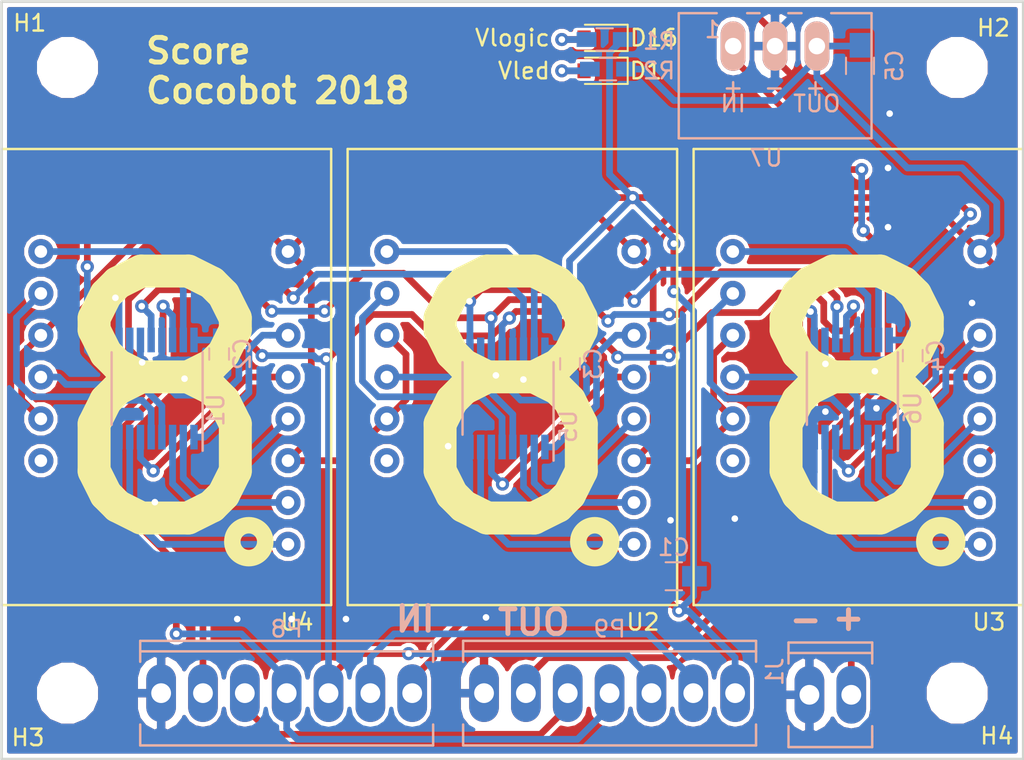
<source format=kicad_pcb>
(kicad_pcb (version 20171130) (host pcbnew "(2017-12-04 revision cd3122d8c)-master")

  (general
    (thickness 1.6)
    (drawings 11)
    (tracks 545)
    (zones 0)
    (modules 23)
    (nets 43)
  )

  (page A4)
  (layers
    (0 F.Cu signal)
    (31 B.Cu signal)
    (32 B.Adhes user)
    (33 F.Adhes user)
    (34 B.Paste user)
    (35 F.Paste user)
    (36 B.SilkS user)
    (37 F.SilkS user)
    (38 B.Mask user)
    (39 F.Mask user)
    (40 Dwgs.User user)
    (41 Cmts.User user)
    (42 Eco1.User user)
    (43 Eco2.User user)
    (44 Edge.Cuts user)
    (45 Margin user)
    (46 B.CrtYd user)
    (47 F.CrtYd user)
    (48 B.Fab user hide)
    (49 F.Fab user hide)
  )

  (setup
    (last_trace_width 0.25)
    (user_trace_width 0.254)
    (user_trace_width 0.4064)
    (trace_clearance 0.2)
    (zone_clearance 0.254)
    (zone_45_only no)
    (trace_min 0.2)
    (segment_width 0.2)
    (edge_width 0.15)
    (via_size 0.8)
    (via_drill 0.4)
    (via_min_size 0.4)
    (via_min_drill 0.3)
    (uvia_size 0.3)
    (uvia_drill 0.1)
    (uvias_allowed no)
    (uvia_min_size 0.2)
    (uvia_min_drill 0.1)
    (pcb_text_width 0.3)
    (pcb_text_size 1.5 1.5)
    (mod_edge_width 0.15)
    (mod_text_size 0.000001 0.000001)
    (mod_text_width 0.15)
    (pad_size 1.4 1.4)
    (pad_drill 0.6)
    (pad_to_mask_clearance 0.2)
    (aux_axis_origin 0 0)
    (visible_elements FFFFFF7F)
    (pcbplotparams
      (layerselection 0x010fc_ffffffff)
      (usegerberextensions false)
      (usegerberattributes false)
      (usegerberadvancedattributes false)
      (creategerberjobfile false)
      (excludeedgelayer true)
      (linewidth 0.100000)
      (plotframeref false)
      (viasonmask false)
      (mode 1)
      (useauxorigin false)
      (hpglpennumber 1)
      (hpglpenspeed 20)
      (hpglpendiameter 15)
      (psnegative false)
      (psa4output false)
      (plotreference true)
      (plotvalue true)
      (plotinvisibletext false)
      (padsonsilk false)
      (subtractmaskfromsilk false)
      (outputformat 1)
      (mirror false)
      (drillshape 1)
      (scaleselection 1)
      (outputdirectory ""))
  )

  (net 0 "")
  (net 1 +3V3)
  (net 2 GND)
  (net 3 +3.3VP)
  (net 4 "Net-(D1-Pad2)")
  (net 5 "Net-(D16-Pad2)")
  (net 6 /load_input_3v3)
  (net 7 /mosi_3v3)
  (net 8 /miso_3v3)
  (net 9 /sck_3v3)
  (net 10 /set_output_3v3)
  (net 11 "Net-(P9-Pad6)")
  (net 12 /ch1_3v3)
  (net 13 /ch2_3v3)
  (net 14 /ch3_3v3)
  (net 15 /ch4_3v3)
  (net 16 /ch5_3v3)
  (net 17 /ch6_3v3)
  (net 18 /ch7_3v3)
  (net 19 "Net-(U1-Pad9)")
  (net 20 /ch0_3v3)
  (net 21 /ch9_3v3)
  (net 22 /ch10_3v3)
  (net 23 /ch11_3v3)
  (net 24 /ch12_3v3)
  (net 25 /ch13_3v3)
  (net 26 /ch14_3v3)
  (net 27 /ch15_3v3)
  (net 28 "Net-(U5-Pad9)")
  (net 29 /ch8_3v3)
  (net 30 /ch16_3v3)
  (net 31 /ch23_3v3)
  (net 32 /ch22_3v3)
  (net 33 /ch21_3v3)
  (net 34 /ch20_3v3)
  (net 35 /ch19_3v3)
  (net 36 /ch18_3v3)
  (net 37 /ch17_3v3)
  (net 38 "Net-(J1-Pad1)")
  (net 39 "Net-(H1-Pad1)")
  (net 40 "Net-(H2-Pad1)")
  (net 41 "Net-(H3-Pad1)")
  (net 42 "Net-(H4-Pad1)")

  (net_class Default "This is the default net class."
    (clearance 0.2)
    (trace_width 0.25)
    (via_dia 0.8)
    (via_drill 0.4)
    (uvia_dia 0.3)
    (uvia_drill 0.1)
    (add_net +3.3VP)
    (add_net +3V3)
    (add_net /ch0_3v3)
    (add_net /ch10_3v3)
    (add_net /ch11_3v3)
    (add_net /ch12_3v3)
    (add_net /ch13_3v3)
    (add_net /ch14_3v3)
    (add_net /ch15_3v3)
    (add_net /ch16_3v3)
    (add_net /ch17_3v3)
    (add_net /ch18_3v3)
    (add_net /ch19_3v3)
    (add_net /ch1_3v3)
    (add_net /ch20_3v3)
    (add_net /ch21_3v3)
    (add_net /ch22_3v3)
    (add_net /ch23_3v3)
    (add_net /ch2_3v3)
    (add_net /ch3_3v3)
    (add_net /ch4_3v3)
    (add_net /ch5_3v3)
    (add_net /ch6_3v3)
    (add_net /ch7_3v3)
    (add_net /ch8_3v3)
    (add_net /ch9_3v3)
    (add_net /load_input_3v3)
    (add_net /miso_3v3)
    (add_net /mosi_3v3)
    (add_net /sck_3v3)
    (add_net /set_output_3v3)
    (add_net GND)
    (add_net "Net-(D1-Pad2)")
    (add_net "Net-(D16-Pad2)")
    (add_net "Net-(H1-Pad1)")
    (add_net "Net-(H2-Pad1)")
    (add_net "Net-(H3-Pad1)")
    (add_net "Net-(H4-Pad1)")
    (add_net "Net-(J1-Pad1)")
    (add_net "Net-(P9-Pad6)")
    (add_net "Net-(U1-Pad9)")
    (add_net "Net-(U5-Pad9)")
  )

  (module espitall:HDSP-C8A1 (layer F.Cu) (tedit 5A2EDE4A) (tstamp 5A2D1179)
    (at 81 72.8)
    (path /5A33F909)
    (fp_text reference U2 (at 7.9248 14.8844) (layer F.SilkS)
      (effects (font (size 1 1) (thickness 0.15)))
    )
    (fp_text value HDSP-C8A1 (at 0 -0.5) (layer F.Fab)
      (effects (font (size 1 1) (thickness 0.15)))
    )
    (fp_line (start -10 -13.85) (end 10 -13.85) (layer F.SilkS) (width 0.15))
    (fp_line (start -10 -13.85) (end -10 13.85) (layer F.SilkS) (width 0.15))
    (fp_line (start 10 -13.85) (end 10 13.85) (layer F.SilkS) (width 0.15))
    (fp_line (start -10 13.85) (end 10 13.85) (layer F.SilkS) (width 0.15))
    (fp_text user 8 (at -0.1016 1.7272) (layer F.SilkS)
      (effects (font (size 15 15) (thickness 2)))
    )
    (fp_circle (center 5 10) (end 6 10) (layer F.SilkS) (width 1))
    (pad 1 thru_hole circle (at -7.62 -7.62) (size 1.524 1.524) (drill 0.762) (layers *.Cu *.Mask)
      (net 29 /ch8_3v3))
    (pad 2 thru_hole circle (at -7.62 -5.08) (size 1.524 1.524) (drill 0.762) (layers *.Cu *.Mask)
      (net 25 /ch13_3v3))
    (pad 3 thru_hole circle (at -7.62 -2.54) (size 1.524 1.524) (drill 0.762) (layers *.Cu *.Mask)
      (net 3 +3.3VP))
    (pad 4 thru_hole circle (at -7.62 0) (size 1.524 1.524) (drill 0.762) (layers *.Cu *.Mask)
      (net 24 /ch12_3v3))
    (pad 5 thru_hole circle (at -7.62 2.54) (size 1.524 1.524) (drill 0.762) (layers *.Cu *.Mask)
      (net 3 +3.3VP))
    (pad 6 thru_hole circle (at -7.62 5.08) (size 1.524 1.524) (drill 0.762) (layers *.Cu *.Mask))
    (pad 9 thru_hole circle (at 7.38 10.16) (size 1.524 1.524) (drill 0.762) (layers *.Cu *.Mask)
      (net 27 /ch15_3v3))
    (pad 10 thru_hole circle (at 7.38 7.62) (size 1.524 1.524) (drill 0.762) (layers *.Cu *.Mask)
      (net 23 /ch11_3v3))
    (pad 11 thru_hole circle (at 7.38 5.08) (size 1.524 1.524) (drill 0.762) (layers *.Cu *.Mask)
      (net 3 +3.3VP))
    (pad 12 thru_hole circle (at 7.38 2.54) (size 1.524 1.524) (drill 0.762) (layers *.Cu *.Mask)
      (net 22 /ch10_3v3))
    (pad 13 thru_hole circle (at 7.38 0) (size 1.524 1.524) (drill 0.762) (layers *.Cu *.Mask)
      (net 26 /ch14_3v3))
    (pad 14 thru_hole circle (at 7.38 -2.54) (size 1.524 1.524) (drill 0.762) (layers *.Cu *.Mask)
      (net 21 /ch9_3v3))
    (pad 16 thru_hole circle (at 7.38 -7.62) (size 1.524 1.524) (drill 0.762) (layers *.Cu *.Mask)
      (net 3 +3.3VP))
    (model "/home/damien/prog/cocobot/hardware/step/RS 791-7312.STEP"
      (at (xyz 0 0 0))
      (scale (xyz 1 1 1))
      (rotate (xyz 0 0 0))
    )
  )

  (module espitall:HDSP-C8A1 (layer F.Cu) (tedit 5A2EDE4A) (tstamp 5A2D1193)
    (at 102 72.8)
    (path /5A33F989)
    (fp_text reference U3 (at 7.9248 14.8844) (layer F.SilkS)
      (effects (font (size 1 1) (thickness 0.15)))
    )
    (fp_text value HDSP-C8A1 (at 0 -0.5) (layer F.Fab)
      (effects (font (size 1 1) (thickness 0.15)))
    )
    (fp_line (start -10 -13.85) (end 10 -13.85) (layer F.SilkS) (width 0.15))
    (fp_line (start -10 -13.85) (end -10 13.85) (layer F.SilkS) (width 0.15))
    (fp_line (start 10 -13.85) (end 10 13.85) (layer F.SilkS) (width 0.15))
    (fp_line (start -10 13.85) (end 10 13.85) (layer F.SilkS) (width 0.15))
    (fp_text user 8 (at -0.1016 1.7272) (layer F.SilkS)
      (effects (font (size 15 15) (thickness 2)))
    )
    (fp_circle (center 5 10) (end 6 10) (layer F.SilkS) (width 1))
    (pad 1 thru_hole circle (at -7.62 -7.62) (size 1.524 1.524) (drill 0.762) (layers *.Cu *.Mask)
      (net 30 /ch16_3v3))
    (pad 2 thru_hole circle (at -7.62 -5.08) (size 1.524 1.524) (drill 0.762) (layers *.Cu *.Mask)
      (net 33 /ch21_3v3))
    (pad 3 thru_hole circle (at -7.62 -2.54) (size 1.524 1.524) (drill 0.762) (layers *.Cu *.Mask)
      (net 3 +3.3VP))
    (pad 4 thru_hole circle (at -7.62 0) (size 1.524 1.524) (drill 0.762) (layers *.Cu *.Mask)
      (net 34 /ch20_3v3))
    (pad 5 thru_hole circle (at -7.62 2.54) (size 1.524 1.524) (drill 0.762) (layers *.Cu *.Mask)
      (net 3 +3.3VP))
    (pad 6 thru_hole circle (at -7.62 5.08) (size 1.524 1.524) (drill 0.762) (layers *.Cu *.Mask))
    (pad 9 thru_hole circle (at 7.38 10.16) (size 1.524 1.524) (drill 0.762) (layers *.Cu *.Mask)
      (net 31 /ch23_3v3))
    (pad 10 thru_hole circle (at 7.38 7.62) (size 1.524 1.524) (drill 0.762) (layers *.Cu *.Mask)
      (net 35 /ch19_3v3))
    (pad 11 thru_hole circle (at 7.38 5.08) (size 1.524 1.524) (drill 0.762) (layers *.Cu *.Mask)
      (net 3 +3.3VP))
    (pad 12 thru_hole circle (at 7.38 2.54) (size 1.524 1.524) (drill 0.762) (layers *.Cu *.Mask)
      (net 36 /ch18_3v3))
    (pad 13 thru_hole circle (at 7.38 0) (size 1.524 1.524) (drill 0.762) (layers *.Cu *.Mask)
      (net 32 /ch22_3v3))
    (pad 14 thru_hole circle (at 7.38 -2.54) (size 1.524 1.524) (drill 0.762) (layers *.Cu *.Mask)
      (net 37 /ch17_3v3))
    (pad 16 thru_hole circle (at 7.38 -7.62) (size 1.524 1.524) (drill 0.762) (layers *.Cu *.Mask)
      (net 3 +3.3VP))
    (model "/home/damien/prog/cocobot/hardware/step/RS 791-7312.STEP"
      (at (xyz 0 0 0))
      (scale (xyz 1 1 1))
      (rotate (xyz 0 0 0))
    )
  )

  (module espitall:HDSP-C8A1 (layer F.Cu) (tedit 5A2EDE4A) (tstamp 5A2D11AD)
    (at 60 72.8)
    (path /5A33F8B5)
    (fp_text reference U4 (at 7.9248 14.8844) (layer F.SilkS)
      (effects (font (size 1 1) (thickness 0.15)))
    )
    (fp_text value HDSP-C8A1 (at 0 -0.5) (layer F.Fab)
      (effects (font (size 1 1) (thickness 0.15)))
    )
    (fp_line (start -10 -13.85) (end 10 -13.85) (layer F.SilkS) (width 0.15))
    (fp_line (start -10 -13.85) (end -10 13.85) (layer F.SilkS) (width 0.15))
    (fp_line (start 10 -13.85) (end 10 13.85) (layer F.SilkS) (width 0.15))
    (fp_line (start -10 13.85) (end 10 13.85) (layer F.SilkS) (width 0.15))
    (fp_text user 8 (at -0.1016 1.7272) (layer F.SilkS)
      (effects (font (size 15 15) (thickness 2)))
    )
    (fp_circle (center 5 10) (end 6 10) (layer F.SilkS) (width 1))
    (pad 1 thru_hole circle (at -7.62 -7.62) (size 1.524 1.524) (drill 0.762) (layers *.Cu *.Mask)
      (net 20 /ch0_3v3))
    (pad 2 thru_hole circle (at -7.62 -5.08) (size 1.524 1.524) (drill 0.762) (layers *.Cu *.Mask)
      (net 16 /ch5_3v3))
    (pad 3 thru_hole circle (at -7.62 -2.54) (size 1.524 1.524) (drill 0.762) (layers *.Cu *.Mask)
      (net 3 +3.3VP))
    (pad 4 thru_hole circle (at -7.62 0) (size 1.524 1.524) (drill 0.762) (layers *.Cu *.Mask)
      (net 15 /ch4_3v3))
    (pad 5 thru_hole circle (at -7.62 2.54) (size 1.524 1.524) (drill 0.762) (layers *.Cu *.Mask)
      (net 3 +3.3VP))
    (pad 6 thru_hole circle (at -7.62 5.08) (size 1.524 1.524) (drill 0.762) (layers *.Cu *.Mask))
    (pad 9 thru_hole circle (at 7.38 10.16) (size 1.524 1.524) (drill 0.762) (layers *.Cu *.Mask)
      (net 18 /ch7_3v3))
    (pad 10 thru_hole circle (at 7.38 7.62) (size 1.524 1.524) (drill 0.762) (layers *.Cu *.Mask)
      (net 14 /ch3_3v3))
    (pad 11 thru_hole circle (at 7.38 5.08) (size 1.524 1.524) (drill 0.762) (layers *.Cu *.Mask)
      (net 3 +3.3VP))
    (pad 12 thru_hole circle (at 7.38 2.54) (size 1.524 1.524) (drill 0.762) (layers *.Cu *.Mask)
      (net 13 /ch2_3v3))
    (pad 13 thru_hole circle (at 7.38 0) (size 1.524 1.524) (drill 0.762) (layers *.Cu *.Mask)
      (net 17 /ch6_3v3))
    (pad 14 thru_hole circle (at 7.38 -2.54) (size 1.524 1.524) (drill 0.762) (layers *.Cu *.Mask)
      (net 12 /ch1_3v3))
    (pad 16 thru_hole circle (at 7.38 -7.62) (size 1.524 1.524) (drill 0.762) (layers *.Cu *.Mask)
      (net 3 +3.3VP))
    (model "/home/damien/prog/cocobot/hardware/step/RS 791-7312.STEP"
      (at (xyz 0 0 0))
      (scale (xyz 1 1 1))
      (rotate (xyz 0 0 0))
    )
  )

  (module espitall:C_0805_HandSoldering (layer B.Cu) (tedit 59D9E046) (tstamp 5A2CFD9E)
    (at 90.8 84.9 180)
    (descr "Capacitor SMD 0805, hand soldering")
    (tags "capacitor 0805")
    (path /573CB74D)
    (attr smd)
    (fp_text reference C1 (at 0 1.75 180) (layer B.SilkS)
      (effects (font (size 1 1) (thickness 0.15)) (justify mirror))
    )
    (fp_text value 10u (at 0 -1.75 180) (layer B.Fab)
      (effects (font (size 1 1) (thickness 0.15)) (justify mirror))
    )
    (fp_text user %R (at 0 1.75 180) (layer B.Fab)
      (effects (font (size 1 1) (thickness 0.15)) (justify mirror))
    )
    (fp_line (start -1 -0.62) (end -1 0.62) (layer B.Fab) (width 0.1))
    (fp_line (start 1 -0.62) (end -1 -0.62) (layer B.Fab) (width 0.1))
    (fp_line (start 1 0.62) (end 1 -0.62) (layer B.Fab) (width 0.1))
    (fp_line (start -1 0.62) (end 1 0.62) (layer B.Fab) (width 0.1))
    (fp_line (start 0.5 0.85) (end -0.5 0.85) (layer B.SilkS) (width 0.12))
    (fp_line (start -0.5 -0.85) (end 0.5 -0.85) (layer B.SilkS) (width 0.12))
    (fp_line (start -2.25 0.88) (end 2.25 0.88) (layer B.CrtYd) (width 0.05))
    (fp_line (start -2.25 0.88) (end -2.25 -0.87) (layer B.CrtYd) (width 0.05))
    (fp_line (start 2.25 -0.87) (end 2.25 0.88) (layer B.CrtYd) (width 0.05))
    (fp_line (start 2.25 -0.87) (end -2.25 -0.87) (layer B.CrtYd) (width 0.05))
    (pad 1 smd rect (at -1.25 0 180) (size 1.5 1.25) (layers B.Cu B.Paste B.Mask)
      (net 1 +3V3))
    (pad 2 smd rect (at 1.25 0 180) (size 1.5 1.25) (layers B.Cu B.Paste B.Mask)
      (net 2 GND))
    (model "/home/damien/prog/cocobot/hardware/step/SW3DPS-CAPACITOR 0805-DEFAULT.STEP"
      (at (xyz 0 0 0))
      (scale (xyz 1 1 1))
      (rotate (xyz -90 0 0))
    )
  )

  (module espitall:C_0603_HandSoldering (layer B.Cu) (tedit 59D9DE8E) (tstamp 5A2CFDAF)
    (at 63.2 71.4 270)
    (descr "Capacitor SMD 0603, hand soldering")
    (tags "capacitor 0603")
    (path /5935296B)
    (attr smd)
    (fp_text reference C2 (at 0 -1.4 270) (layer B.SilkS)
      (effects (font (size 1 1) (thickness 0.15)) (justify mirror))
    )
    (fp_text value 100n (at 0 -1.5 270) (layer B.Fab)
      (effects (font (size 1 1) (thickness 0.15)) (justify mirror))
    )
    (fp_text user %R (at 0 1.25 270) (layer B.Fab)
      (effects (font (size 1 1) (thickness 0.15)) (justify mirror))
    )
    (fp_line (start -0.8 -0.4) (end -0.8 0.4) (layer B.Fab) (width 0.1))
    (fp_line (start 0.8 -0.4) (end -0.8 -0.4) (layer B.Fab) (width 0.1))
    (fp_line (start 0.8 0.4) (end 0.8 -0.4) (layer B.Fab) (width 0.1))
    (fp_line (start -0.8 0.4) (end 0.8 0.4) (layer B.Fab) (width 0.1))
    (fp_line (start -0.35 0.6) (end 0.35 0.6) (layer B.SilkS) (width 0.12))
    (fp_line (start 0.35 -0.6) (end -0.35 -0.6) (layer B.SilkS) (width 0.12))
    (fp_line (start -1.8 0.65) (end 1.8 0.65) (layer B.CrtYd) (width 0.05))
    (fp_line (start -1.8 0.65) (end -1.8 -0.65) (layer B.CrtYd) (width 0.05))
    (fp_line (start 1.8 -0.65) (end 1.8 0.65) (layer B.CrtYd) (width 0.05))
    (fp_line (start 1.8 -0.65) (end -1.8 -0.65) (layer B.CrtYd) (width 0.05))
    (pad 1 smd rect (at -0.95 0 270) (size 1.2 0.75) (layers B.Cu B.Paste B.Mask)
      (net 1 +3V3))
    (pad 2 smd rect (at 0.95 0 270) (size 1.2 0.75) (layers B.Cu B.Paste B.Mask)
      (net 2 GND))
    (model "/home/damien/prog/cocobot/hardware/step/SW3DPS-CAPACITOR 0603-DEFAULT.STEP"
      (offset (xyz 0 -0.3999999939926029 0))
      (scale (xyz 1 1 1))
      (rotate (xyz 0 0 0))
    )
  )

  (module espitall:C_0603_HandSoldering (layer B.Cu) (tedit 59D9DE8E) (tstamp 5A2CFDC0)
    (at 84.5 72 270)
    (descr "Capacitor SMD 0603, hand soldering")
    (tags "capacitor 0603")
    (path /5A31FB30)
    (attr smd)
    (fp_text reference C3 (at 0 -1.4 270) (layer B.SilkS)
      (effects (font (size 1 1) (thickness 0.15)) (justify mirror))
    )
    (fp_text value 100n (at 0 -1.5 270) (layer B.Fab)
      (effects (font (size 1 1) (thickness 0.15)) (justify mirror))
    )
    (fp_text user %R (at 0 1.25 270) (layer B.Fab)
      (effects (font (size 1 1) (thickness 0.15)) (justify mirror))
    )
    (fp_line (start -0.8 -0.4) (end -0.8 0.4) (layer B.Fab) (width 0.1))
    (fp_line (start 0.8 -0.4) (end -0.8 -0.4) (layer B.Fab) (width 0.1))
    (fp_line (start 0.8 0.4) (end 0.8 -0.4) (layer B.Fab) (width 0.1))
    (fp_line (start -0.8 0.4) (end 0.8 0.4) (layer B.Fab) (width 0.1))
    (fp_line (start -0.35 0.6) (end 0.35 0.6) (layer B.SilkS) (width 0.12))
    (fp_line (start 0.35 -0.6) (end -0.35 -0.6) (layer B.SilkS) (width 0.12))
    (fp_line (start -1.8 0.65) (end 1.8 0.65) (layer B.CrtYd) (width 0.05))
    (fp_line (start -1.8 0.65) (end -1.8 -0.65) (layer B.CrtYd) (width 0.05))
    (fp_line (start 1.8 -0.65) (end 1.8 0.65) (layer B.CrtYd) (width 0.05))
    (fp_line (start 1.8 -0.65) (end -1.8 -0.65) (layer B.CrtYd) (width 0.05))
    (pad 1 smd rect (at -0.95 0 270) (size 1.2 0.75) (layers B.Cu B.Paste B.Mask)
      (net 1 +3V3))
    (pad 2 smd rect (at 0.95 0 270) (size 1.2 0.75) (layers B.Cu B.Paste B.Mask)
      (net 2 GND))
    (model "/home/damien/prog/cocobot/hardware/step/SW3DPS-CAPACITOR 0603-DEFAULT.STEP"
      (offset (xyz 0 -0.3999999939926029 0))
      (scale (xyz 1 1 1))
      (rotate (xyz 0 0 0))
    )
  )

  (module espitall:C_0603_HandSoldering (layer B.Cu) (tedit 59D9DE8E) (tstamp 5A2CFDD1)
    (at 105.3 71.5 270)
    (descr "Capacitor SMD 0603, hand soldering")
    (tags "capacitor 0603")
    (path /5A31E368)
    (attr smd)
    (fp_text reference C4 (at 0 -1.4 270) (layer B.SilkS)
      (effects (font (size 1 1) (thickness 0.15)) (justify mirror))
    )
    (fp_text value 100n (at 0 -1.5 270) (layer B.Fab)
      (effects (font (size 1 1) (thickness 0.15)) (justify mirror))
    )
    (fp_line (start 1.8 -0.65) (end -1.8 -0.65) (layer B.CrtYd) (width 0.05))
    (fp_line (start 1.8 -0.65) (end 1.8 0.65) (layer B.CrtYd) (width 0.05))
    (fp_line (start -1.8 0.65) (end -1.8 -0.65) (layer B.CrtYd) (width 0.05))
    (fp_line (start -1.8 0.65) (end 1.8 0.65) (layer B.CrtYd) (width 0.05))
    (fp_line (start 0.35 -0.6) (end -0.35 -0.6) (layer B.SilkS) (width 0.12))
    (fp_line (start -0.35 0.6) (end 0.35 0.6) (layer B.SilkS) (width 0.12))
    (fp_line (start -0.8 0.4) (end 0.8 0.4) (layer B.Fab) (width 0.1))
    (fp_line (start 0.8 0.4) (end 0.8 -0.4) (layer B.Fab) (width 0.1))
    (fp_line (start 0.8 -0.4) (end -0.8 -0.4) (layer B.Fab) (width 0.1))
    (fp_line (start -0.8 -0.4) (end -0.8 0.4) (layer B.Fab) (width 0.1))
    (fp_text user %R (at 0 1.25 270) (layer B.Fab)
      (effects (font (size 1 1) (thickness 0.15)) (justify mirror))
    )
    (pad 2 smd rect (at 0.95 0 270) (size 1.2 0.75) (layers B.Cu B.Paste B.Mask)
      (net 2 GND))
    (pad 1 smd rect (at -0.95 0 270) (size 1.2 0.75) (layers B.Cu B.Paste B.Mask)
      (net 1 +3V3))
    (model "/home/damien/prog/cocobot/hardware/step/SW3DPS-CAPACITOR 0603-DEFAULT.STEP"
      (offset (xyz 0 -0.3999999939926029 0))
      (scale (xyz 1 1 1))
      (rotate (xyz 0 0 0))
    )
  )

  (module espitall:C_0805_HandSoldering (layer B.Cu) (tedit 59D9E046) (tstamp 5A2CFDE2)
    (at 102.1 53.9 270)
    (descr "Capacitor SMD 0805, hand soldering")
    (tags "capacitor 0805")
    (path /5A37F1F8)
    (attr smd)
    (fp_text reference C5 (at 0 -2.1 270) (layer B.SilkS)
      (effects (font (size 1 1) (thickness 0.15)) (justify mirror))
    )
    (fp_text value 10u (at 0 -1.75 270) (layer B.Fab)
      (effects (font (size 1 1) (thickness 0.15)) (justify mirror))
    )
    (fp_line (start 2.25 -0.87) (end -2.25 -0.87) (layer B.CrtYd) (width 0.05))
    (fp_line (start 2.25 -0.87) (end 2.25 0.88) (layer B.CrtYd) (width 0.05))
    (fp_line (start -2.25 0.88) (end -2.25 -0.87) (layer B.CrtYd) (width 0.05))
    (fp_line (start -2.25 0.88) (end 2.25 0.88) (layer B.CrtYd) (width 0.05))
    (fp_line (start -0.5 -0.85) (end 0.5 -0.85) (layer B.SilkS) (width 0.12))
    (fp_line (start 0.5 0.85) (end -0.5 0.85) (layer B.SilkS) (width 0.12))
    (fp_line (start -1 0.62) (end 1 0.62) (layer B.Fab) (width 0.1))
    (fp_line (start 1 0.62) (end 1 -0.62) (layer B.Fab) (width 0.1))
    (fp_line (start 1 -0.62) (end -1 -0.62) (layer B.Fab) (width 0.1))
    (fp_line (start -1 -0.62) (end -1 0.62) (layer B.Fab) (width 0.1))
    (fp_text user %R (at 0 1.75 270) (layer B.Fab)
      (effects (font (size 1 1) (thickness 0.15)) (justify mirror))
    )
    (pad 2 smd rect (at 1.25 0 270) (size 1.5 1.25) (layers B.Cu B.Paste B.Mask)
      (net 2 GND))
    (pad 1 smd rect (at -1.25 0 270) (size 1.5 1.25) (layers B.Cu B.Paste B.Mask)
      (net 3 +3.3VP))
    (model "/home/damien/prog/cocobot/hardware/step/SW3DPS-CAPACITOR 0805-DEFAULT.STEP"
      (at (xyz 0 0 0))
      (scale (xyz 1 1 1))
      (rotate (xyz -90 0 0))
    )
  )

  (module espitall:D_0805 (layer F.Cu) (tedit 59D9DCEB) (tstamp 5A2CFDFA)
    (at 86.4 54.2 180)
    (descr "Diode SMD in 0805 package http://datasheets.avx.com/schottky.pdf")
    (tags "smd diode")
    (path /5A39770F)
    (attr smd)
    (fp_text reference D1 (at -2.7 0 180) (layer F.SilkS)
      (effects (font (size 1 1) (thickness 0.15)))
    )
    (fp_text value LED (at 0 1.7 180) (layer F.Fab)
      (effects (font (size 1 1) (thickness 0.15)))
    )
    (fp_text user %R (at 0 -1.6 180) (layer F.Fab)
      (effects (font (size 1 1) (thickness 0.15)))
    )
    (fp_line (start -1.6 -0.8) (end -1.6 0.8) (layer F.SilkS) (width 0.12))
    (fp_line (start -1.7 0.88) (end -1.7 -0.88) (layer F.CrtYd) (width 0.05))
    (fp_line (start 1.7 0.88) (end -1.7 0.88) (layer F.CrtYd) (width 0.05))
    (fp_line (start 1.7 -0.88) (end 1.7 0.88) (layer F.CrtYd) (width 0.05))
    (fp_line (start -1.7 -0.88) (end 1.7 -0.88) (layer F.CrtYd) (width 0.05))
    (fp_line (start 0.2 0) (end 0.4 0) (layer F.Fab) (width 0.1))
    (fp_line (start -0.1 0) (end -0.3 0) (layer F.Fab) (width 0.1))
    (fp_line (start -0.1 -0.2) (end -0.1 0.2) (layer F.Fab) (width 0.1))
    (fp_line (start 0.2 0.2) (end 0.2 -0.2) (layer F.Fab) (width 0.1))
    (fp_line (start -0.1 0) (end 0.2 0.2) (layer F.Fab) (width 0.1))
    (fp_line (start 0.2 -0.2) (end -0.1 0) (layer F.Fab) (width 0.1))
    (fp_line (start -1 0.65) (end -1 -0.65) (layer F.Fab) (width 0.1))
    (fp_line (start 1 0.65) (end -1 0.65) (layer F.Fab) (width 0.1))
    (fp_line (start 1 -0.65) (end 1 0.65) (layer F.Fab) (width 0.1))
    (fp_line (start -1 -0.65) (end 1 -0.65) (layer F.Fab) (width 0.1))
    (fp_line (start -1.6 0.8) (end 1 0.8) (layer F.SilkS) (width 0.12))
    (fp_line (start -1.6 -0.8) (end 1 -0.8) (layer F.SilkS) (width 0.12))
    (pad 1 smd rect (at -1.05 0 180) (size 0.8 0.9) (layers F.Cu F.Paste F.Mask)
      (net 2 GND))
    (pad 2 smd rect (at 1.05 0 180) (size 0.8 0.9) (layers F.Cu F.Paste F.Mask)
      (net 4 "Net-(D1-Pad2)"))
    (model "/home/damien/prog/cocobot/hardware/step/User Library-led_0805LED0805_red.STEP"
      (at (xyz 0 0 0))
      (scale (xyz 1 1 1))
      (rotate (xyz 0 0 0))
    )
  )

  (module espitall:D_0805 (layer F.Cu) (tedit 59D9DCEB) (tstamp 5A2CFE12)
    (at 86.4 52.2 180)
    (descr "Diode SMD in 0805 package http://datasheets.avx.com/schottky.pdf")
    (tags "smd diode")
    (path /573CEA8D)
    (attr smd)
    (fp_text reference D16 (at -3.2 0 180) (layer F.SilkS)
      (effects (font (size 1 1) (thickness 0.15)))
    )
    (fp_text value LED (at 0 1.7 180) (layer F.Fab)
      (effects (font (size 1 1) (thickness 0.15)))
    )
    (fp_line (start -1.6 -0.8) (end 1 -0.8) (layer F.SilkS) (width 0.12))
    (fp_line (start -1.6 0.8) (end 1 0.8) (layer F.SilkS) (width 0.12))
    (fp_line (start -1 -0.65) (end 1 -0.65) (layer F.Fab) (width 0.1))
    (fp_line (start 1 -0.65) (end 1 0.65) (layer F.Fab) (width 0.1))
    (fp_line (start 1 0.65) (end -1 0.65) (layer F.Fab) (width 0.1))
    (fp_line (start -1 0.65) (end -1 -0.65) (layer F.Fab) (width 0.1))
    (fp_line (start 0.2 -0.2) (end -0.1 0) (layer F.Fab) (width 0.1))
    (fp_line (start -0.1 0) (end 0.2 0.2) (layer F.Fab) (width 0.1))
    (fp_line (start 0.2 0.2) (end 0.2 -0.2) (layer F.Fab) (width 0.1))
    (fp_line (start -0.1 -0.2) (end -0.1 0.2) (layer F.Fab) (width 0.1))
    (fp_line (start -0.1 0) (end -0.3 0) (layer F.Fab) (width 0.1))
    (fp_line (start 0.2 0) (end 0.4 0) (layer F.Fab) (width 0.1))
    (fp_line (start -1.7 -0.88) (end 1.7 -0.88) (layer F.CrtYd) (width 0.05))
    (fp_line (start 1.7 -0.88) (end 1.7 0.88) (layer F.CrtYd) (width 0.05))
    (fp_line (start 1.7 0.88) (end -1.7 0.88) (layer F.CrtYd) (width 0.05))
    (fp_line (start -1.7 0.88) (end -1.7 -0.88) (layer F.CrtYd) (width 0.05))
    (fp_line (start -1.6 -0.8) (end -1.6 0.8) (layer F.SilkS) (width 0.12))
    (fp_text user %R (at 0 -1.6 180) (layer F.Fab)
      (effects (font (size 1 1) (thickness 0.15)))
    )
    (pad 2 smd rect (at 1.05 0 180) (size 0.8 0.9) (layers F.Cu F.Paste F.Mask)
      (net 5 "Net-(D16-Pad2)"))
    (pad 1 smd rect (at -1.05 0 180) (size 0.8 0.9) (layers F.Cu F.Paste F.Mask)
      (net 2 GND))
    (model "/home/damien/prog/cocobot/hardware/step/User Library-led_0805LED0805_red.STEP"
      (at (xyz 0 0 0))
      (scale (xyz 1 1 1))
      (rotate (xyz 0 0 0))
    )
  )

  (module Mounting_Holes:MountingHole_3.2mm_M3 (layer F.Cu) (tedit 56D1B4CB) (tstamp 5A2CFE1A)
    (at 54 54)
    (descr "Mounting Hole 3.2mm, no annular, M3")
    (tags "mounting hole 3.2mm no annular m3")
    (path /573CD7BD)
    (attr virtual)
    (fp_text reference H1 (at -2.3 -2.7) (layer F.SilkS)
      (effects (font (size 1 1) (thickness 0.15)))
    )
    (fp_text value CONN_01X01 (at 0 4.2) (layer F.Fab)
      (effects (font (size 1 1) (thickness 0.15)))
    )
    (fp_circle (center 0 0) (end 3.45 0) (layer F.CrtYd) (width 0.05))
    (fp_circle (center 0 0) (end 3.2 0) (layer Cmts.User) (width 0.15))
    (fp_text user %R (at 0.3 0) (layer F.Fab)
      (effects (font (size 1 1) (thickness 0.15)))
    )
    (pad 1 np_thru_hole circle (at 0 0) (size 3.2 3.2) (drill 3.2) (layers *.Cu *.Mask)
      (net 39 "Net-(H1-Pad1)"))
  )

  (module Mounting_Holes:MountingHole_3.2mm_M3 (layer F.Cu) (tedit 56D1B4CB) (tstamp 5A2CFE22)
    (at 108 54)
    (descr "Mounting Hole 3.2mm, no annular, M3")
    (tags "mounting hole 3.2mm no annular m3")
    (path /573CD8BA)
    (attr virtual)
    (fp_text reference H2 (at 2.2 -2.4) (layer F.SilkS)
      (effects (font (size 1 1) (thickness 0.15)))
    )
    (fp_text value CONN_01X01 (at 0 4.2) (layer F.Fab)
      (effects (font (size 1 1) (thickness 0.15)))
    )
    (fp_text user %R (at 0.3 0) (layer F.Fab)
      (effects (font (size 1 1) (thickness 0.15)))
    )
    (fp_circle (center 0 0) (end 3.2 0) (layer Cmts.User) (width 0.15))
    (fp_circle (center 0 0) (end 3.45 0) (layer F.CrtYd) (width 0.05))
    (pad 1 np_thru_hole circle (at 0 0) (size 3.2 3.2) (drill 3.2) (layers *.Cu *.Mask)
      (net 40 "Net-(H2-Pad1)"))
  )

  (module Mounting_Holes:MountingHole_3.2mm_M3 (layer F.Cu) (tedit 56D1B4CB) (tstamp 5A2CFE2A)
    (at 54 92)
    (descr "Mounting Hole 3.2mm, no annular, M3")
    (tags "mounting hole 3.2mm no annular m3")
    (path /57889E4C)
    (attr virtual)
    (fp_text reference H3 (at -2.4 2.7) (layer F.SilkS)
      (effects (font (size 1 1) (thickness 0.15)))
    )
    (fp_text value CONN_01X01 (at 0 4.2) (layer F.Fab)
      (effects (font (size 1 1) (thickness 0.15)))
    )
    (fp_circle (center 0 0) (end 3.45 0) (layer F.CrtYd) (width 0.05))
    (fp_circle (center 0 0) (end 3.2 0) (layer Cmts.User) (width 0.15))
    (fp_text user %R (at 0.3 0) (layer F.Fab)
      (effects (font (size 1 1) (thickness 0.15)))
    )
    (pad 1 np_thru_hole circle (at 0 0) (size 3.2 3.2) (drill 3.2) (layers *.Cu *.Mask)
      (net 41 "Net-(H3-Pad1)"))
  )

  (module espitall:Socket_MOLEX-KK-RM2-54mm_Lock_7pin_straight (layer B.Cu) (tedit 59D9DD7F) (tstamp 5A2CFE3C)
    (at 67.3 92 180)
    (descr "Socket, MOLEX, KK, RM 2.54mm, Lock, 5pin, straight,")
    (tags "Socket, MOLEX, KK, RM 2.54mm, Lock, 5pin, straight,")
    (path /57886EC1)
    (fp_text reference P8 (at 0 3.9 180) (layer B.SilkS)
      (effects (font (size 1 1) (thickness 0.15)) (justify mirror))
    )
    (fp_text value CONN_01X07 (at 0 -5.08 180) (layer B.Fab)
      (effects (font (size 1 1) (thickness 0.15)) (justify mirror))
    )
    (fp_line (start -8.89 -3.175) (end -8.89 -1.905) (layer B.SilkS) (width 0.15))
    (fp_line (start 8.89 -3.175) (end -8.89 -3.175) (layer B.SilkS) (width 0.15))
    (fp_line (start -8.89 1.905) (end -8.89 3.175) (layer B.SilkS) (width 0.15))
    (fp_line (start 8.89 1.905) (end 8.89 3.175) (layer B.SilkS) (width 0.15))
    (fp_line (start -8.89 3.175) (end 8.89 3.175) (layer B.SilkS) (width 0.15))
    (fp_line (start 8.89 2.54) (end -8.89 2.54) (layer B.SilkS) (width 0.15))
    (fp_line (start 8.89 -3.175) (end 8.89 -1.905) (layer B.SilkS) (width 0.15))
    (pad 2 thru_hole oval (at -5.08 0 180) (size 1.80086 3.50012) (drill 1.19888) (layers *.Cu *.Mask)
      (net 6 /load_input_3v3))
    (pad 7 thru_hole oval (at 7.62 0 180) (size 1.80086 3.50012) (drill 1.19888) (layers *.Cu *.Mask)
      (net 2 GND))
    (pad 6 thru_hole oval (at 5.08 0 180) (size 1.80086 3.50012) (drill 1.19888) (layers *.Cu *.Mask)
      (net 7 /mosi_3v3))
    (pad 5 thru_hole oval (at 2.54 0 180) (size 1.80086 3.50012) (drill 1.19888) (layers *.Cu *.Mask)
      (net 8 /miso_3v3))
    (pad 4 thru_hole oval (at 0 0 180) (size 1.80086 3.50012) (drill 1.19888) (layers *.Cu *.Mask)
      (net 9 /sck_3v3))
    (pad 3 thru_hole oval (at -2.54 0 180) (size 1.80086 3.50012) (drill 1.19888) (layers *.Cu *.Mask)
      (net 10 /set_output_3v3))
    (pad 1 thru_hole oval (at -7.62 0 180) (size 1.80086 3.50012) (drill 1.19888) (layers *.Cu *.Mask)
      (net 1 +3V3))
    (model /home/damien/prog/cocobot/hardware/step/022112072.stp
      (at (xyz 0 0 0))
      (scale (xyz 1 1 1))
      (rotate (xyz -90 0 0))
    )
  )

  (module espitall:Socket_MOLEX-KK-RM2-54mm_Lock_7pin_straight (layer B.Cu) (tedit 59D9DD7F) (tstamp 5A2CFE4E)
    (at 86.9 92 180)
    (descr "Socket, MOLEX, KK, RM 2.54mm, Lock, 5pin, straight,")
    (tags "Socket, MOLEX, KK, RM 2.54mm, Lock, 5pin, straight,")
    (path /57886FB7)
    (fp_text reference P9 (at 0 3.9 180) (layer B.SilkS)
      (effects (font (size 1 1) (thickness 0.15)) (justify mirror))
    )
    (fp_text value CONN_01X07 (at 0 -5.08 180) (layer B.Fab)
      (effects (font (size 1 1) (thickness 0.15)) (justify mirror))
    )
    (fp_line (start 8.89 -3.175) (end 8.89 -1.905) (layer B.SilkS) (width 0.15))
    (fp_line (start 8.89 2.54) (end -8.89 2.54) (layer B.SilkS) (width 0.15))
    (fp_line (start -8.89 3.175) (end 8.89 3.175) (layer B.SilkS) (width 0.15))
    (fp_line (start 8.89 1.905) (end 8.89 3.175) (layer B.SilkS) (width 0.15))
    (fp_line (start -8.89 1.905) (end -8.89 3.175) (layer B.SilkS) (width 0.15))
    (fp_line (start 8.89 -3.175) (end -8.89 -3.175) (layer B.SilkS) (width 0.15))
    (fp_line (start -8.89 -3.175) (end -8.89 -1.905) (layer B.SilkS) (width 0.15))
    (pad 1 thru_hole oval (at -7.62 0 180) (size 1.80086 3.50012) (drill 1.19888) (layers *.Cu *.Mask)
      (net 1 +3V3))
    (pad 3 thru_hole oval (at -2.54 0 180) (size 1.80086 3.50012) (drill 1.19888) (layers *.Cu *.Mask)
      (net 10 /set_output_3v3))
    (pad 4 thru_hole oval (at 0 0 180) (size 1.80086 3.50012) (drill 1.19888) (layers *.Cu *.Mask)
      (net 9 /sck_3v3))
    (pad 5 thru_hole oval (at 2.54 0 180) (size 1.80086 3.50012) (drill 1.19888) (layers *.Cu *.Mask)
      (net 8 /miso_3v3))
    (pad 6 thru_hole oval (at 5.08 0 180) (size 1.80086 3.50012) (drill 1.19888) (layers *.Cu *.Mask)
      (net 11 "Net-(P9-Pad6)"))
    (pad 7 thru_hole oval (at 7.62 0 180) (size 1.80086 3.50012) (drill 1.19888) (layers *.Cu *.Mask)
      (net 2 GND))
    (pad 2 thru_hole oval (at -5.08 0 180) (size 1.80086 3.50012) (drill 1.19888) (layers *.Cu *.Mask)
      (net 6 /load_input_3v3))
    (model /home/damien/prog/cocobot/hardware/step/022112072.stp
      (at (xyz 0 0 0))
      (scale (xyz 1 1 1))
      (rotate (xyz -90 0 0))
    )
  )

  (module espitall:R_0603_HandSoldering (layer B.Cu) (tedit 59EC90BD) (tstamp 5A2CFE5F)
    (at 86.599999 52.3 180)
    (descr "Resistor SMD 0603, hand soldering")
    (tags "resistor 0603")
    (path /573CEAA0)
    (attr smd)
    (fp_text reference R1 (at -3.300001 -0.1 180) (layer B.SilkS)
      (effects (font (size 1 1) (thickness 0.15)) (justify mirror))
    )
    (fp_text value 220 (at 0 -1.550001 180) (layer B.Fab)
      (effects (font (size 1 1) (thickness 0.15)) (justify mirror))
    )
    (fp_line (start 1.95 -0.7) (end -1.96 -0.7) (layer B.CrtYd) (width 0.05))
    (fp_line (start 1.95 -0.7) (end 1.95 0.7) (layer B.CrtYd) (width 0.05))
    (fp_line (start -1.96 0.7) (end -1.96 -0.7) (layer B.CrtYd) (width 0.05))
    (fp_line (start -1.96 0.7) (end 1.95 0.7) (layer B.CrtYd) (width 0.05))
    (fp_line (start -0.5 0.68) (end 0.5 0.68) (layer B.SilkS) (width 0.12))
    (fp_line (start 0.5 -0.68) (end -0.5 -0.68) (layer B.SilkS) (width 0.12))
    (fp_line (start -0.8 0.4) (end 0.8 0.4) (layer B.Fab) (width 0.1))
    (fp_line (start 0.8 0.4) (end 0.8 -0.4) (layer B.Fab) (width 0.1))
    (fp_line (start 0.8 -0.4) (end -0.8 -0.4) (layer B.Fab) (width 0.1))
    (fp_line (start -0.8 -0.4) (end -0.8 0.4) (layer B.Fab) (width 0.1))
    (fp_text user %R (at 0 0 180) (layer B.Fab)
      (effects (font (size 0.5 0.5) (thickness 0.075)) (justify mirror))
    )
    (pad 2 smd rect (at 1.099999 0 180) (size 1.2 0.9) (layers B.Cu B.Paste B.Mask)
      (net 5 "Net-(D16-Pad2)"))
    (pad 1 smd rect (at -1.099999 0 180) (size 1.2 0.9) (layers B.Cu B.Paste B.Mask)
      (net 1 +3V3))
    (model "/home/damien/prog/cocobot/hardware/step/SW3DPS-RESISTOR 0603-DEFAULT.STEP"
      (at (xyz 0 0 0))
      (scale (xyz 1 1 1))
      (rotate (xyz -90 0 0))
    )
  )

  (module espitall:R_0603_HandSoldering (layer B.Cu) (tedit 59EC90BD) (tstamp 5A2CFE70)
    (at 86.799999 54.1 180)
    (descr "Resistor SMD 0603, hand soldering")
    (tags "resistor 0603")
    (path /5A39771C)
    (attr smd)
    (fp_text reference R2 (at -3.100001 -0.1 180) (layer B.SilkS)
      (effects (font (size 1 1) (thickness 0.15)) (justify mirror))
    )
    (fp_text value 220 (at 0 -1.550001 180) (layer B.Fab)
      (effects (font (size 1 1) (thickness 0.15)) (justify mirror))
    )
    (fp_text user %R (at 0 0 180) (layer B.Fab)
      (effects (font (size 0.5 0.5) (thickness 0.075)) (justify mirror))
    )
    (fp_line (start -0.8 -0.4) (end -0.8 0.4) (layer B.Fab) (width 0.1))
    (fp_line (start 0.8 -0.4) (end -0.8 -0.4) (layer B.Fab) (width 0.1))
    (fp_line (start 0.8 0.4) (end 0.8 -0.4) (layer B.Fab) (width 0.1))
    (fp_line (start -0.8 0.4) (end 0.8 0.4) (layer B.Fab) (width 0.1))
    (fp_line (start 0.5 -0.68) (end -0.5 -0.68) (layer B.SilkS) (width 0.12))
    (fp_line (start -0.5 0.68) (end 0.5 0.68) (layer B.SilkS) (width 0.12))
    (fp_line (start -1.96 0.7) (end 1.95 0.7) (layer B.CrtYd) (width 0.05))
    (fp_line (start -1.96 0.7) (end -1.96 -0.7) (layer B.CrtYd) (width 0.05))
    (fp_line (start 1.95 -0.7) (end 1.95 0.7) (layer B.CrtYd) (width 0.05))
    (fp_line (start 1.95 -0.7) (end -1.96 -0.7) (layer B.CrtYd) (width 0.05))
    (pad 1 smd rect (at -1.099999 0 180) (size 1.2 0.9) (layers B.Cu B.Paste B.Mask)
      (net 3 +3.3VP))
    (pad 2 smd rect (at 1.099999 0 180) (size 1.2 0.9) (layers B.Cu B.Paste B.Mask)
      (net 4 "Net-(D1-Pad2)"))
    (model "/home/damien/prog/cocobot/hardware/step/SW3DPS-RESISTOR 0603-DEFAULT.STEP"
      (at (xyz 0 0 0))
      (scale (xyz 1 1 1))
      (rotate (xyz -90 0 0))
    )
  )

  (module espitall:TSSOP-16_4.4x5mm_Pitch0.65mm (layer B.Cu) (tedit 59D9DDFB) (tstamp 5A2CFE90)
    (at 59.4 73.5 90)
    (descr "16-Lead Plastic Thin Shrink Small Outline (ST)-4.4 mm Body [TSSOP] (see Microchip Packaging Specification 00000049BS.pdf)")
    (tags "SSOP 0.65")
    (path /5787DC8B)
    (attr smd)
    (fp_text reference U1 (at -1.3 3.6 90) (layer B.SilkS)
      (effects (font (size 1 1) (thickness 0.15)) (justify mirror))
    )
    (fp_text value 74HC595T16-13 (at 0 -3.55 90) (layer B.Fab)
      (effects (font (size 1 1) (thickness 0.15)) (justify mirror))
    )
    (fp_line (start -1.2 2.5) (end 2.2 2.5) (layer B.Fab) (width 0.15))
    (fp_line (start 2.2 2.5) (end 2.2 -2.5) (layer B.Fab) (width 0.15))
    (fp_line (start 2.2 -2.5) (end -2.2 -2.5) (layer B.Fab) (width 0.15))
    (fp_line (start -2.2 -2.5) (end -2.2 1.5) (layer B.Fab) (width 0.15))
    (fp_line (start -2.2 1.5) (end -1.2 2.5) (layer B.Fab) (width 0.15))
    (fp_line (start -3.95 2.9) (end -3.95 -2.8) (layer B.CrtYd) (width 0.05))
    (fp_line (start 3.95 2.9) (end 3.95 -2.8) (layer B.CrtYd) (width 0.05))
    (fp_line (start -3.95 2.9) (end 3.95 2.9) (layer B.CrtYd) (width 0.05))
    (fp_line (start -3.95 -2.8) (end 3.95 -2.8) (layer B.CrtYd) (width 0.05))
    (fp_line (start -2.2 -2.725) (end 2.2 -2.725) (layer B.SilkS) (width 0.15))
    (fp_line (start -3.775 2.8) (end 2.2 2.8) (layer B.SilkS) (width 0.15))
    (fp_text user %R (at 0 0 90) (layer B.Fab)
      (effects (font (size 0.8 0.8) (thickness 0.15)) (justify mirror))
    )
    (pad 1 smd rect (at -2.95 2.275 90) (size 1.5 0.45) (layers B.Cu B.Paste B.Mask)
      (net 12 /ch1_3v3))
    (pad 2 smd rect (at -2.95 1.625 90) (size 1.5 0.45) (layers B.Cu B.Paste B.Mask)
      (net 13 /ch2_3v3))
    (pad 3 smd rect (at -2.95 0.975 90) (size 1.5 0.45) (layers B.Cu B.Paste B.Mask)
      (net 14 /ch3_3v3))
    (pad 4 smd rect (at -2.95 0.325 90) (size 1.5 0.45) (layers B.Cu B.Paste B.Mask)
      (net 15 /ch4_3v3))
    (pad 5 smd rect (at -2.95 -0.325 90) (size 1.5 0.45) (layers B.Cu B.Paste B.Mask)
      (net 16 /ch5_3v3))
    (pad 6 smd rect (at -2.95 -0.975 90) (size 1.5 0.45) (layers B.Cu B.Paste B.Mask)
      (net 17 /ch6_3v3))
    (pad 7 smd rect (at -2.95 -1.625 90) (size 1.5 0.45) (layers B.Cu B.Paste B.Mask)
      (net 18 /ch7_3v3))
    (pad 8 smd rect (at -2.95 -2.275 90) (size 1.5 0.45) (layers B.Cu B.Paste B.Mask)
      (net 2 GND))
    (pad 9 smd rect (at 2.95 -2.275 90) (size 1.5 0.45) (layers B.Cu B.Paste B.Mask)
      (net 19 "Net-(U1-Pad9)"))
    (pad 10 smd rect (at 2.95 -1.625 90) (size 1.5 0.45) (layers B.Cu B.Paste B.Mask)
      (net 1 +3V3))
    (pad 11 smd rect (at 2.95 -0.975 90) (size 1.5 0.45) (layers B.Cu B.Paste B.Mask)
      (net 9 /sck_3v3))
    (pad 12 smd rect (at 2.95 -0.325 90) (size 1.5 0.45) (layers B.Cu B.Paste B.Mask)
      (net 10 /set_output_3v3))
    (pad 13 smd rect (at 2.95 0.325 90) (size 1.5 0.45) (layers B.Cu B.Paste B.Mask)
      (net 2 GND))
    (pad 14 smd rect (at 2.95 0.975 90) (size 1.5 0.45) (layers B.Cu B.Paste B.Mask)
      (net 7 /mosi_3v3))
    (pad 15 smd rect (at 2.95 1.625 90) (size 1.5 0.45) (layers B.Cu B.Paste B.Mask)
      (net 20 /ch0_3v3))
    (pad 16 smd rect (at 2.95 2.275 90) (size 1.5 0.45) (layers B.Cu B.Paste B.Mask)
      (net 1 +3V3))
    (model "/home/damien/prog/cocobot/hardware/step/User Library-TSSOP-16-1.STEP"
      (at (xyz 0 0 0))
      (scale (xyz 1 1 1))
      (rotate (xyz 0 0 0))
    )
  )

  (module espitall:TSSOP-16_4.4x5mm_Pitch0.65mm (layer B.Cu) (tedit 59D9DDFB) (tstamp 5A2CFEB0)
    (at 80.7 74.1 90)
    (descr "16-Lead Plastic Thin Shrink Small Outline (ST)-4.4 mm Body [TSSOP] (see Microchip Packaging Specification 00000049BS.pdf)")
    (tags "SSOP 0.65")
    (path /5A31FB0C)
    (attr smd)
    (fp_text reference U5 (at -1.7 3.7 90) (layer B.SilkS)
      (effects (font (size 1 1) (thickness 0.15)) (justify mirror))
    )
    (fp_text value 74HC595T16-13 (at 0 -3.55 90) (layer B.Fab)
      (effects (font (size 1 1) (thickness 0.15)) (justify mirror))
    )
    (fp_line (start -1.2 2.5) (end 2.2 2.5) (layer B.Fab) (width 0.15))
    (fp_line (start 2.2 2.5) (end 2.2 -2.5) (layer B.Fab) (width 0.15))
    (fp_line (start 2.2 -2.5) (end -2.2 -2.5) (layer B.Fab) (width 0.15))
    (fp_line (start -2.2 -2.5) (end -2.2 1.5) (layer B.Fab) (width 0.15))
    (fp_line (start -2.2 1.5) (end -1.2 2.5) (layer B.Fab) (width 0.15))
    (fp_line (start -3.95 2.9) (end -3.95 -2.8) (layer B.CrtYd) (width 0.05))
    (fp_line (start 3.95 2.9) (end 3.95 -2.8) (layer B.CrtYd) (width 0.05))
    (fp_line (start -3.95 2.9) (end 3.95 2.9) (layer B.CrtYd) (width 0.05))
    (fp_line (start -3.95 -2.8) (end 3.95 -2.8) (layer B.CrtYd) (width 0.05))
    (fp_line (start -2.2 -2.725) (end 2.2 -2.725) (layer B.SilkS) (width 0.15))
    (fp_line (start -3.775 2.8) (end 2.2 2.8) (layer B.SilkS) (width 0.15))
    (fp_text user %R (at 0 0 90) (layer B.Fab)
      (effects (font (size 0.8 0.8) (thickness 0.15)) (justify mirror))
    )
    (pad 1 smd rect (at -2.95 2.275 90) (size 1.5 0.45) (layers B.Cu B.Paste B.Mask)
      (net 21 /ch9_3v3))
    (pad 2 smd rect (at -2.95 1.625 90) (size 1.5 0.45) (layers B.Cu B.Paste B.Mask)
      (net 22 /ch10_3v3))
    (pad 3 smd rect (at -2.95 0.975 90) (size 1.5 0.45) (layers B.Cu B.Paste B.Mask)
      (net 23 /ch11_3v3))
    (pad 4 smd rect (at -2.95 0.325 90) (size 1.5 0.45) (layers B.Cu B.Paste B.Mask)
      (net 24 /ch12_3v3))
    (pad 5 smd rect (at -2.95 -0.325 90) (size 1.5 0.45) (layers B.Cu B.Paste B.Mask)
      (net 25 /ch13_3v3))
    (pad 6 smd rect (at -2.95 -0.975 90) (size 1.5 0.45) (layers B.Cu B.Paste B.Mask)
      (net 26 /ch14_3v3))
    (pad 7 smd rect (at -2.95 -1.625 90) (size 1.5 0.45) (layers B.Cu B.Paste B.Mask)
      (net 27 /ch15_3v3))
    (pad 8 smd rect (at -2.95 -2.275 90) (size 1.5 0.45) (layers B.Cu B.Paste B.Mask)
      (net 2 GND))
    (pad 9 smd rect (at 2.95 -2.275 90) (size 1.5 0.45) (layers B.Cu B.Paste B.Mask)
      (net 28 "Net-(U5-Pad9)"))
    (pad 10 smd rect (at 2.95 -1.625 90) (size 1.5 0.45) (layers B.Cu B.Paste B.Mask)
      (net 1 +3V3))
    (pad 11 smd rect (at 2.95 -0.975 90) (size 1.5 0.45) (layers B.Cu B.Paste B.Mask)
      (net 9 /sck_3v3))
    (pad 12 smd rect (at 2.95 -0.325 90) (size 1.5 0.45) (layers B.Cu B.Paste B.Mask)
      (net 10 /set_output_3v3))
    (pad 13 smd rect (at 2.95 0.325 90) (size 1.5 0.45) (layers B.Cu B.Paste B.Mask)
      (net 2 GND))
    (pad 14 smd rect (at 2.95 0.975 90) (size 1.5 0.45) (layers B.Cu B.Paste B.Mask)
      (net 19 "Net-(U1-Pad9)"))
    (pad 15 smd rect (at 2.95 1.625 90) (size 1.5 0.45) (layers B.Cu B.Paste B.Mask)
      (net 29 /ch8_3v3))
    (pad 16 smd rect (at 2.95 2.275 90) (size 1.5 0.45) (layers B.Cu B.Paste B.Mask)
      (net 1 +3V3))
    (model "/home/damien/prog/cocobot/hardware/step/User Library-TSSOP-16-1.STEP"
      (at (xyz 0 0 0))
      (scale (xyz 1 1 1))
      (rotate (xyz 0 0 0))
    )
  )

  (module espitall:TSSOP-16_4.4x5mm_Pitch0.65mm (layer B.Cu) (tedit 59D9DDFB) (tstamp 5A2CFED0)
    (at 101.6 73.5 90)
    (descr "16-Lead Plastic Thin Shrink Small Outline (ST)-4.4 mm Body [TSSOP] (see Microchip Packaging Specification 00000049BS.pdf)")
    (tags "SSOP 0.65")
    (path /5A31E344)
    (attr smd)
    (fp_text reference U6 (at -1.2 3.7 90) (layer B.SilkS)
      (effects (font (size 1 1) (thickness 0.15)) (justify mirror))
    )
    (fp_text value 74HC595T16-13 (at 0 -3.55 90) (layer B.Fab)
      (effects (font (size 1 1) (thickness 0.15)) (justify mirror))
    )
    (fp_text user %R (at 0 0 90) (layer B.Fab)
      (effects (font (size 0.8 0.8) (thickness 0.15)) (justify mirror))
    )
    (fp_line (start -3.775 2.8) (end 2.2 2.8) (layer B.SilkS) (width 0.15))
    (fp_line (start -2.2 -2.725) (end 2.2 -2.725) (layer B.SilkS) (width 0.15))
    (fp_line (start -3.95 -2.8) (end 3.95 -2.8) (layer B.CrtYd) (width 0.05))
    (fp_line (start -3.95 2.9) (end 3.95 2.9) (layer B.CrtYd) (width 0.05))
    (fp_line (start 3.95 2.9) (end 3.95 -2.8) (layer B.CrtYd) (width 0.05))
    (fp_line (start -3.95 2.9) (end -3.95 -2.8) (layer B.CrtYd) (width 0.05))
    (fp_line (start -2.2 1.5) (end -1.2 2.5) (layer B.Fab) (width 0.15))
    (fp_line (start -2.2 -2.5) (end -2.2 1.5) (layer B.Fab) (width 0.15))
    (fp_line (start 2.2 -2.5) (end -2.2 -2.5) (layer B.Fab) (width 0.15))
    (fp_line (start 2.2 2.5) (end 2.2 -2.5) (layer B.Fab) (width 0.15))
    (fp_line (start -1.2 2.5) (end 2.2 2.5) (layer B.Fab) (width 0.15))
    (pad 16 smd rect (at 2.95 2.275 90) (size 1.5 0.45) (layers B.Cu B.Paste B.Mask)
      (net 1 +3V3))
    (pad 15 smd rect (at 2.95 1.625 90) (size 1.5 0.45) (layers B.Cu B.Paste B.Mask)
      (net 30 /ch16_3v3))
    (pad 14 smd rect (at 2.95 0.975 90) (size 1.5 0.45) (layers B.Cu B.Paste B.Mask)
      (net 28 "Net-(U5-Pad9)"))
    (pad 13 smd rect (at 2.95 0.325 90) (size 1.5 0.45) (layers B.Cu B.Paste B.Mask)
      (net 2 GND))
    (pad 12 smd rect (at 2.95 -0.325 90) (size 1.5 0.45) (layers B.Cu B.Paste B.Mask)
      (net 10 /set_output_3v3))
    (pad 11 smd rect (at 2.95 -0.975 90) (size 1.5 0.45) (layers B.Cu B.Paste B.Mask)
      (net 9 /sck_3v3))
    (pad 10 smd rect (at 2.95 -1.625 90) (size 1.5 0.45) (layers B.Cu B.Paste B.Mask)
      (net 1 +3V3))
    (pad 9 smd rect (at 2.95 -2.275 90) (size 1.5 0.45) (layers B.Cu B.Paste B.Mask)
      (net 11 "Net-(P9-Pad6)"))
    (pad 8 smd rect (at -2.95 -2.275 90) (size 1.5 0.45) (layers B.Cu B.Paste B.Mask)
      (net 2 GND))
    (pad 7 smd rect (at -2.95 -1.625 90) (size 1.5 0.45) (layers B.Cu B.Paste B.Mask)
      (net 31 /ch23_3v3))
    (pad 6 smd rect (at -2.95 -0.975 90) (size 1.5 0.45) (layers B.Cu B.Paste B.Mask)
      (net 32 /ch22_3v3))
    (pad 5 smd rect (at -2.95 -0.325 90) (size 1.5 0.45) (layers B.Cu B.Paste B.Mask)
      (net 33 /ch21_3v3))
    (pad 4 smd rect (at -2.95 0.325 90) (size 1.5 0.45) (layers B.Cu B.Paste B.Mask)
      (net 34 /ch20_3v3))
    (pad 3 smd rect (at -2.95 0.975 90) (size 1.5 0.45) (layers B.Cu B.Paste B.Mask)
      (net 35 /ch19_3v3))
    (pad 2 smd rect (at -2.95 1.625 90) (size 1.5 0.45) (layers B.Cu B.Paste B.Mask)
      (net 36 /ch18_3v3))
    (pad 1 smd rect (at -2.95 2.275 90) (size 1.5 0.45) (layers B.Cu B.Paste B.Mask)
      (net 37 /ch17_3v3))
    (model "/home/damien/prog/cocobot/hardware/step/User Library-TSSOP-16-1.STEP"
      (at (xyz 0 0 0))
      (scale (xyz 1 1 1))
      (rotate (xyz 0 0 0))
    )
  )

  (module espitall:Socket_MOLEX-KK-RM2-54mm_Lock_2pin_straight (layer B.Cu) (tedit 59D90AFF) (tstamp 5A2D0BB8)
    (at 100.3 92.1 180)
    (descr "Socket, MOLEX, KK, RM 2.54mm, Lock, 2pin, straight,")
    (tags "Socket, MOLEX, KK, RM 2.54mm, Lock, 2pin, straight,")
    (path /5A36864D)
    (fp_text reference J1 (at 3.37 1.4 90) (layer B.SilkS)
      (effects (font (size 1 1) (thickness 0.15)) (justify mirror))
    )
    (fp_text value Conn_01x02 (at -0.635 -5.08 180) (layer B.Fab)
      (effects (font (size 1 1) (thickness 0.15)) (justify mirror))
    )
    (fp_line (start -2.54 2.54) (end 2.54 2.54) (layer B.SilkS) (width 0.15))
    (fp_line (start 2.54 -3.175) (end 2.54 -1.905) (layer B.SilkS) (width 0.15))
    (fp_line (start 2.54 2.54) (end 2.54 1.905) (layer B.SilkS) (width 0.15))
    (fp_line (start -2.54 -2.54) (end -2.54 -1.905) (layer B.SilkS) (width 0.15))
    (fp_line (start -2.54 2.54) (end -2.54 1.905) (layer B.SilkS) (width 0.15))
    (fp_line (start -2.54 2.54) (end -2.54 3.175) (layer B.SilkS) (width 0.15))
    (fp_line (start -2.54 3.175) (end 2.54 3.175) (layer B.SilkS) (width 0.15))
    (fp_line (start 2.54 3.175) (end 2.54 2.54) (layer B.SilkS) (width 0.15))
    (fp_line (start 2.54 -3.175) (end -2.54 -3.175) (layer B.SilkS) (width 0.15))
    (fp_line (start -2.54 -3.175) (end -2.54 -2.54) (layer B.SilkS) (width 0.15))
    (pad 1 thru_hole oval (at -1.27 0 180) (size 1.80086 3.50012) (drill 1.19888) (layers *.Cu *.Mask)
      (net 38 "Net-(J1-Pad1)"))
    (pad 2 thru_hole oval (at 1.27 0 180) (size 1.80086 3.50012) (drill 1.19888) (layers *.Cu *.Mask)
      (net 2 GND))
    (model /home/damien/prog/cocobot/hardware/step/022112022.step
      (offset (xyz 0 0 1.649999975219486))
      (scale (xyz 1 1 1))
      (rotate (xyz -90 0 0))
    )
  )

  (module espitall:TSR-1 (layer B.Cu) (tedit 59D910EB) (tstamp 5A2D0BD0)
    (at 94.4 52.7)
    (descr "DCDC-Converter, Traco, TSR-1")
    (tags "DCDC-Converter, Traco,  TSR-1")
    (path /5A368415)
    (fp_text reference U7 (at 2 6.8) (layer B.SilkS)
      (effects (font (size 1 1) (thickness 0.15)) (justify mirror))
    )
    (fp_text value TSR1-2433 (at 0 7.2) (layer B.Fab)
      (effects (font (size 1 1) (thickness 0.15)) (justify mirror))
    )
    (fp_line (start -3.3 5.6) (end -3.3 -2) (layer B.CrtYd) (width 0.05))
    (fp_line (start 8.4 5.6) (end 8.4 -2) (layer B.CrtYd) (width 0.05))
    (fp_line (start -3.3 5.6) (end 8.4 5.6) (layer B.CrtYd) (width 0.05))
    (fp_line (start -3.3 -2) (end 8.4 -2) (layer B.CrtYd) (width 0.05))
    (fp_line (start 8.4 5.6) (end -3.3 5.6) (layer B.SilkS) (width 0.15))
    (fp_text user 1 (at -1.25 -1) (layer B.SilkS)
      (effects (font (size 1 1) (thickness 0.15)) (justify mirror))
    )
    (fp_line (start -0.99822 -2) (end -3.3 -2) (layer B.SilkS) (width 0.15))
    (fp_line (start 1.6002 -2) (end 0.8509 -2) (layer B.SilkS) (width 0.15))
    (fp_line (start 4.15036 -2) (end 3.35026 -2) (layer B.SilkS) (width 0.15))
    (fp_line (start 8.4 -2) (end 5.95122 -2) (layer B.SilkS) (width 0.15))
    (fp_text user OUT (at 5.08 3.4986) (layer B.SilkS)
      (effects (font (size 1 1) (thickness 0.15)) (justify mirror))
    )
    (fp_text user IN (at 0 3.4986) (layer B.SilkS)
      (effects (font (size 1 1) (thickness 0.15)) (justify mirror))
    )
    (fp_text user - (at 2.49886 2.50038 -180) (layer B.SilkS)
      (effects (font (size 1 1) (thickness 0.15)) (justify mirror))
    )
    (fp_text user + (at 5.00076 2.50038) (layer B.SilkS)
      (effects (font (size 1 1) (thickness 0.15)) (justify mirror))
    )
    (fp_text user + (at -0.0005 2.50038) (layer B.SilkS)
      (effects (font (size 1 1) (thickness 0.15)) (justify mirror))
    )
    (fp_line (start 8.4 -2) (end 8.4 5.6) (layer B.SilkS) (width 0.15))
    (fp_line (start -3.3 5.6) (end -3.3 -2) (layer B.SilkS) (width 0.15))
    (pad 1 thru_hole oval (at 0 0) (size 1.50114 2.99974) (drill 1.00076) (layers *.Cu *.Mask B.SilkS)
      (net 38 "Net-(J1-Pad1)"))
    (pad 2 thru_hole oval (at 2.54 0) (size 1.50114 2.99974) (drill 1.00076) (layers *.Cu *.Mask B.SilkS)
      (net 2 GND))
    (pad 3 thru_hole oval (at 5.08 0) (size 1.50114 2.99974) (drill 1.00076) (layers *.Cu *.Mask B.SilkS)
      (net 3 +3.3VP))
    (model /home/damien/prog/cocobot/hardware/step/tsr1.stp
      (offset (xyz 2.539999961853027 1.689999974618746 5.299999920401987))
      (scale (xyz 1 1 1))
      (rotate (xyz -90 0 0))
    )
  )

  (module Mounting_Holes:MountingHole_3.2mm_M3 (layer F.Cu) (tedit 56D1B4CB) (tstamp 5A2D2B6B)
    (at 108 92)
    (descr "Mounting Hole 3.2mm, no annular, M3")
    (tags "mounting hole 3.2mm no annular m3")
    (path /5A2FD95D)
    (attr virtual)
    (fp_text reference H4 (at 2.4 2.6) (layer F.SilkS)
      (effects (font (size 1 1) (thickness 0.15)))
    )
    (fp_text value CONN_01X01 (at 0 4.2) (layer F.Fab)
      (effects (font (size 1 1) (thickness 0.15)))
    )
    (fp_circle (center 0 0) (end 3.45 0) (layer F.CrtYd) (width 0.05))
    (fp_circle (center 0 0) (end 3.2 0) (layer Cmts.User) (width 0.15))
    (fp_text user %R (at 0.3 0) (layer F.Fab)
      (effects (font (size 1 1) (thickness 0.15)))
    )
    (pad 1 np_thru_hole circle (at 0 0) (size 3.2 3.2) (drill 3.2) (layers *.Cu *.Mask)
      (net 42 "Net-(H4-Pad1)"))
  )

  (gr_text "Score\nCocobot 2018" (at 58.6 54.2) (layer F.SilkS) (tstamp 5A2DA074)
    (effects (font (size 1.5 1.5) (thickness 0.3)) (justify left))
  )
  (gr_text Vled (at 81.7 54.2) (layer F.SilkS)
    (effects (font (size 1 1) (thickness 0.15)))
  )
  (gr_text Vlogic (at 81 52.2) (layer F.SilkS)
    (effects (font (size 1 1) (thickness 0.15)))
  )
  (gr_text OUT (at 82.3 87.7) (layer B.SilkS)
    (effects (font (size 1.5 1.5) (thickness 0.3)) (justify mirror))
  )
  (gr_text IN (at 75.1 87.5) (layer B.SilkS)
    (effects (font (size 1.5 1.5) (thickness 0.3)) (justify mirror))
  )
  (gr_text - (at 98.8 87.5) (layer B.SilkS)
    (effects (font (size 1.5 1.5) (thickness 0.3)) (justify mirror))
  )
  (gr_text + (at 101.4 87.4) (layer B.SilkS)
    (effects (font (size 1.5 1.5) (thickness 0.3)) (justify mirror))
  )
  (gr_line (start 50 96) (end 50 50) (layer Edge.Cuts) (width 0.15))
  (gr_line (start 112 96) (end 112 50) (layer Edge.Cuts) (width 0.15))
  (gr_line (start 50 96) (end 112 96) (layer Edge.Cuts) (width 0.15))
  (gr_line (start 50 50) (end 112 50) (layer Edge.Cuts) (width 0.15))

  (segment (start 87.699998 52.3) (end 86.896797 53.103201) (width 0.4064) (layer B.Cu) (net 1))
  (segment (start 86.896797 53.103201) (end 86.896797 60.496797) (width 0.4064) (layer B.Cu) (net 1))
  (segment (start 86.896797 60.496797) (end 87.900001 61.500001) (width 0.4064) (layer B.Cu) (net 1))
  (segment (start 87.900001 61.500001) (end 88.3 61.9) (width 0.4064) (layer B.Cu) (net 1))
  (segment (start 92.05 84.9) (end 92.05 86.05) (width 0.25) (layer B.Cu) (net 1))
  (segment (start 92.05 86.05) (end 91.1 87) (width 0.25) (layer B.Cu) (net 1))
  (segment (start 90.8 64.7) (end 90.8 64.4) (width 0.4064) (layer B.Cu) (net 1))
  (segment (start 90.8 64.4) (end 88.3 61.9) (width 0.4064) (layer B.Cu) (net 1))
  (segment (start 90.8 67.6) (end 90.8 64.7) (width 0.4064) (layer F.Cu) (net 1))
  (via (at 90.8 64.7) (size 0.8) (drill 0.4) (layers F.Cu B.Cu) (net 1))
  (segment (start 92 68.8) (end 90.8 67.6) (width 0.4064) (layer B.Cu) (net 1))
  (via (at 90.8 67.6) (size 0.8) (drill 0.4) (layers F.Cu B.Cu) (net 1))
  (segment (start 92 86.1) (end 92 68.8) (width 0.4064) (layer B.Cu) (net 1))
  (segment (start 91.1 87) (end 92 86.1) (width 0.4064) (layer B.Cu) (net 1))
  (segment (start 74.92 92) (end 74.92 91.15037) (width 0.4064) (layer F.Cu) (net 1))
  (segment (start 90.696798 86.596798) (end 90.700001 86.600001) (width 0.4064) (layer F.Cu) (net 1))
  (segment (start 90.700001 86.600001) (end 91.1 87) (width 0.4064) (layer F.Cu) (net 1))
  (segment (start 79.014462 86.596798) (end 90.696798 86.596798) (width 0.4064) (layer F.Cu) (net 1))
  (segment (start 76.22683 89.38443) (end 79.014462 86.596798) (width 0.4064) (layer F.Cu) (net 1))
  (segment (start 76.22683 89.84354) (end 76.22683 89.38443) (width 0.4064) (layer F.Cu) (net 1))
  (segment (start 74.92 91.15037) (end 76.22683 89.84354) (width 0.4064) (layer F.Cu) (net 1))
  (segment (start 88.3 61.9) (end 107.8 61.9) (width 0.4064) (layer F.Cu) (net 1))
  (segment (start 57.7 61.9) (end 88.3 61.9) (width 0.4064) (layer F.Cu) (net 1))
  (segment (start 84.470119 69.803211) (end 84.470119 65.729881) (width 0.4064) (layer B.Cu) (net 1))
  (segment (start 84.470119 65.729881) (end 88.3 61.9) (width 0.4064) (layer B.Cu) (net 1))
  (via (at 88.3 61.9) (size 0.8) (drill 0.4) (layers F.Cu B.Cu) (net 1))
  (segment (start 85.5 73.7) (end 85.5 72.275) (width 0.4064) (layer B.Cu) (net 1))
  (segment (start 85.5 72.275) (end 84.5 71.275) (width 0.4064) (layer B.Cu) (net 1))
  (segment (start 84.5 71.275) (end 84.5 71.05) (width 0.4064) (layer B.Cu) (net 1))
  (segment (start 85 74.2) (end 85.5 73.7) (width 0.4064) (layer B.Cu) (net 1))
  (segment (start 81.5 74.2) (end 85 74.2) (width 0.4064) (layer B.Cu) (net 1))
  (segment (start 80 72.7) (end 81.5 74.2) (width 0.4064) (layer B.Cu) (net 1))
  (segment (start 102.8 73.7) (end 101.1 72) (width 0.4064) (layer B.Cu) (net 1))
  (segment (start 101.1 72) (end 100 72) (width 0.4064) (layer B.Cu) (net 1))
  (segment (start 106 73.7) (end 102.8 73.7) (width 0.4064) (layer B.Cu) (net 1))
  (segment (start 106.7 73) (end 106 73.7) (width 0.4064) (layer B.Cu) (net 1))
  (segment (start 106.7 71.1686) (end 106.7 73) (width 0.4064) (layer B.Cu) (net 1))
  (segment (start 105.3 70.55) (end 106.0814 70.55) (width 0.4064) (layer B.Cu) (net 1))
  (segment (start 106.0814 70.55) (end 106.7 71.1686) (width 0.4064) (layer B.Cu) (net 1))
  (segment (start 108.8 62.9) (end 105.3 66.4) (width 0.4064) (layer B.Cu) (net 1))
  (segment (start 105.3 66.4) (end 105.3 70.55) (width 0.4064) (layer B.Cu) (net 1))
  (segment (start 107.8 61.9) (end 108.8 62.9) (width 0.4064) (layer F.Cu) (net 1))
  (via (at 108.8 62.9) (size 0.8) (drill 0.4) (layers F.Cu B.Cu) (net 1))
  (segment (start 55.2 64.4) (end 57.7 61.9) (width 0.4064) (layer F.Cu) (net 1))
  (segment (start 55.2 66.1) (end 55.2 64.4) (width 0.4064) (layer F.Cu) (net 1))
  (segment (start 55.2 70.5) (end 55.2 66.1) (width 0.4064) (layer B.Cu) (net 1))
  (via (at 55.2 66.1) (size 0.8) (drill 0.4) (layers F.Cu B.Cu) (net 1))
  (segment (start 57.98718 72.98718) (end 57.5 72.5) (width 0.4064) (layer B.Cu) (net 1))
  (segment (start 60.6 73.9) (end 59.68718 72.98718) (width 0.4064) (layer B.Cu) (net 1))
  (segment (start 63.2 70.45) (end 63.2 70.675) (width 0.4064) (layer B.Cu) (net 1))
  (segment (start 64.4 72.9) (end 63.4 73.9) (width 0.4064) (layer B.Cu) (net 1))
  (segment (start 63.2 70.675) (end 64.4 71.875) (width 0.4064) (layer B.Cu) (net 1))
  (segment (start 63.4 73.9) (end 60.6 73.9) (width 0.4064) (layer B.Cu) (net 1))
  (segment (start 59.68718 72.98718) (end 57.98718 72.98718) (width 0.4064) (layer B.Cu) (net 1))
  (segment (start 64.4 71.875) (end 64.4 72.9) (width 0.4064) (layer B.Cu) (net 1))
  (segment (start 57.5 72.5) (end 57.2 72.2) (width 0.4064) (layer B.Cu) (net 1))
  (segment (start 57.775 71.625) (end 57.5 71.9) (width 0.4064) (layer B.Cu) (net 1))
  (segment (start 57.5 71.9) (end 57.2 72.2) (width 0.4064) (layer B.Cu) (net 1))
  (segment (start 57.5 72.5) (end 57.5 71.9) (width 0.4064) (layer B.Cu) (net 1))
  (segment (start 91.1 87) (end 91.67646 87) (width 0.4064) (layer B.Cu) (net 1))
  (segment (start 91.67646 87) (end 94.52 89.84354) (width 0.4064) (layer B.Cu) (net 1))
  (segment (start 94.52 89.84354) (end 94.52 92) (width 0.4064) (layer B.Cu) (net 1))
  (via (at 91.1 87) (size 0.8) (drill 0.4) (layers F.Cu B.Cu) (net 1))
  (segment (start 84.5 69.833092) (end 84.470119 69.803211) (width 0.4064) (layer B.Cu) (net 1))
  (segment (start 84.5 71.05) (end 84.5 69.833092) (width 0.4064) (layer B.Cu) (net 1))
  (via (at 100 72) (size 0.8) (drill 0.4) (layers F.Cu B.Cu) (net 1))
  (segment (start 99.975 71.975) (end 100 72) (width 0.4064) (layer B.Cu) (net 1))
  (segment (start 99.975 70.55) (end 99.975 71.975) (width 0.4064) (layer B.Cu) (net 1))
  (segment (start 79.075 72.200762) (end 79.574238 72.7) (width 0.4064) (layer B.Cu) (net 1))
  (segment (start 79.075 71.15) (end 79.075 72.200762) (width 0.4064) (layer B.Cu) (net 1))
  (segment (start 79.574238 72.7) (end 80 72.7) (width 0.4064) (layer B.Cu) (net 1))
  (via (at 80 72.7) (size 0.8) (drill 0.4) (layers F.Cu B.Cu) (net 1))
  (segment (start 55.2 71.2) (end 55.2 70.5) (width 0.4064) (layer B.Cu) (net 1))
  (segment (start 56.2 72.2) (end 55.2 71.2) (width 0.4064) (layer B.Cu) (net 1))
  (segment (start 57.2 72.2) (end 56.2 72.2) (width 0.4064) (layer B.Cu) (net 1))
  (segment (start 57.775 70.55) (end 57.775 71.625) (width 0.4064) (layer B.Cu) (net 1))
  (segment (start 61.675 70.55) (end 63.1 70.55) (width 0.4064) (layer B.Cu) (net 1))
  (segment (start 63.1 70.55) (end 63.2 70.45) (width 0.4064) (layer B.Cu) (net 1))
  (segment (start 105.3 70.55) (end 103.875 70.55) (width 0.4064) (layer B.Cu) (net 1))
  (segment (start 84.5 71.05) (end 83.075 71.05) (width 0.4064) (layer B.Cu) (net 1))
  (segment (start 83.075 71.05) (end 82.975 71.15) (width 0.4064) (layer B.Cu) (net 1))
  (segment (start 89.7564 50.7) (end 95.6893 50.7) (width 0.4064) (layer F.Cu) (net 2))
  (segment (start 95.6893 50.7) (end 96.94 51.9507) (width 0.4064) (layer F.Cu) (net 2))
  (segment (start 96.94 51.9507) (end 96.94 52.7) (width 0.4064) (layer F.Cu) (net 2))
  (segment (start 87.45 52.2) (end 88.2564 52.2) (width 0.4064) (layer F.Cu) (net 2))
  (segment (start 88.2564 52.2) (end 89.7564 50.7) (width 0.4064) (layer F.Cu) (net 2))
  (segment (start 87.45 52.2) (end 87.45 54.2) (width 0.4064) (layer F.Cu) (net 2))
  (segment (start 99.4 94.5) (end 99.27354 94.5) (width 0.4064) (layer B.Cu) (net 2))
  (segment (start 99.27354 94.5) (end 99.03 94.25646) (width 0.4064) (layer B.Cu) (net 2))
  (segment (start 99.03 94.25646) (end 99.03 92.1) (width 0.4064) (layer B.Cu) (net 2))
  (segment (start 100 95.1) (end 99.4 94.5) (width 0.4064) (layer B.Cu) (net 2))
  (segment (start 101.263255 95.1) (end 100 95.1) (width 0.4064) (layer B.Cu) (net 2))
  (segment (start 103.4 90.6) (end 103.4 92.963255) (width 0.4064) (layer B.Cu) (net 2))
  (segment (start 103.4 92.963255) (end 101.263255 95.1) (width 0.4064) (layer B.Cu) (net 2))
  (segment (start 107.2 86.8) (end 103.4 90.6) (width 0.4064) (layer B.Cu) (net 2))
  (segment (start 108.5 86.8) (end 107.2 86.8) (width 0.4064) (layer B.Cu) (net 2))
  (segment (start 110.545201 84.754799) (end 108.5 86.8) (width 0.4064) (layer B.Cu) (net 2))
  (segment (start 110.2 68.3) (end 110.545201 68.645201) (width 0.4064) (layer B.Cu) (net 2))
  (segment (start 110.545201 68.645201) (end 110.545201 84.754799) (width 0.4064) (layer B.Cu) (net 2))
  (segment (start 108.9 68.3) (end 110.2 68.3) (width 0.4064) (layer B.Cu) (net 2))
  (segment (start 107.6 68.8) (end 107.6 70) (width 0.4064) (layer F.Cu) (net 2))
  (segment (start 107.6 67.5) (end 107.6 68.8) (width 0.4064) (layer F.Cu) (net 2))
  (segment (start 107.6 68.8) (end 108.4 68.8) (width 0.4064) (layer F.Cu) (net 2))
  (segment (start 108.4 68.8) (end 108.9 68.3) (width 0.4064) (layer F.Cu) (net 2))
  (via (at 108.9 68.3) (size 0.8) (drill 0.4) (layers F.Cu B.Cu) (net 2))
  (via (at 103.1 74.7) (size 0.8) (drill 0.4) (layers F.Cu B.Cu) (net 2))
  (segment (start 104.2 73.4) (end 104.2 73.6) (width 0.4064) (layer F.Cu) (net 2))
  (segment (start 104.2 73.6) (end 103.1 74.7) (width 0.4064) (layer F.Cu) (net 2))
  (segment (start 107.6 70) (end 104.2 73.4) (width 0.4064) (layer F.Cu) (net 2))
  (segment (start 103.8 63.7) (end 107.6 67.5) (width 0.4064) (layer F.Cu) (net 2))
  (segment (start 103.8 60.1) (end 103.8 63.7) (width 0.4064) (layer B.Cu) (net 2))
  (via (at 103.8 63.7) (size 0.8) (drill 0.4) (layers F.Cu B.Cu) (net 2))
  (segment (start 103.9 60) (end 103.8 60.1) (width 0.4064) (layer F.Cu) (net 2))
  (segment (start 103.9 56.8) (end 103.9 60) (width 0.4064) (layer F.Cu) (net 2))
  (via (at 103.8 60.1) (size 0.8) (drill 0.4) (layers F.Cu B.Cu) (net 2))
  (segment (start 103.9 56.8) (end 103.75 56.8) (width 0.4064) (layer B.Cu) (net 2))
  (segment (start 103.75 56.8) (end 102.1 55.15) (width 0.4064) (layer B.Cu) (net 2))
  (segment (start 100.2907 56.8) (end 103.9 56.8) (width 0.4064) (layer F.Cu) (net 2))
  (via (at 103.9 56.8) (size 0.8) (drill 0.4) (layers F.Cu B.Cu) (net 2))
  (segment (start 96.94 52.7) (end 96.94 53.4493) (width 0.4064) (layer F.Cu) (net 2))
  (segment (start 96.94 53.4493) (end 100.2907 56.8) (width 0.4064) (layer F.Cu) (net 2))
  (segment (start 100 74.9) (end 99.434315 74.9) (width 0.4064) (layer B.Cu) (net 2))
  (segment (start 99.434315 74.9) (end 99.325 75.009315) (width 0.4064) (layer B.Cu) (net 2))
  (segment (start 99.325 75.009315) (end 99.325 75.2936) (width 0.4064) (layer B.Cu) (net 2))
  (segment (start 99.325 75.2936) (end 99.325 76.45) (width 0.4064) (layer B.Cu) (net 2))
  (segment (start 100.55 74.9) (end 100 74.9) (width 0.4064) (layer F.Cu) (net 2))
  (via (at 100 74.9) (size 0.8) (drill 0.4) (layers F.Cu B.Cu) (net 2))
  (segment (start 103 72.45) (end 100.55 74.9) (width 0.4064) (layer F.Cu) (net 2))
  (segment (start 102.6686 72.45) (end 103 72.45) (width 0.4064) (layer B.Cu) (net 2))
  (segment (start 105.3 72.45) (end 103 72.45) (width 0.4064) (layer B.Cu) (net 2))
  (via (at 103 72.45) (size 0.8) (drill 0.4) (layers F.Cu B.Cu) (net 2))
  (segment (start 90.6 81.5) (end 90.6 83.85) (width 0.4064) (layer B.Cu) (net 2))
  (segment (start 90.6 83.85) (end 89.55 84.9) (width 0.4064) (layer B.Cu) (net 2))
  (segment (start 90.7 81.4) (end 90.6 81.5) (width 0.4064) (layer F.Cu) (net 2))
  (segment (start 94.5 81.4) (end 90.7 81.4) (width 0.4064) (layer F.Cu) (net 2))
  (via (at 90.6 81.5) (size 0.8) (drill 0.4) (layers F.Cu B.Cu) (net 2))
  (segment (start 99.325 76.975) (end 94.9 81.4) (width 0.4064) (layer B.Cu) (net 2))
  (via (at 94.5 81.4) (size 0.8) (drill 0.4) (layers F.Cu B.Cu) (net 2))
  (segment (start 99.325 76.45) (end 99.325 76.975) (width 0.4064) (layer B.Cu) (net 2))
  (segment (start 94.9 81.4) (end 94.5 81.4) (width 0.4064) (layer B.Cu) (net 2))
  (segment (start 99.03 78.87) (end 99.325 78.575) (width 0.4064) (layer B.Cu) (net 2))
  (segment (start 99.325 78.575) (end 99.325 76.45) (width 0.4064) (layer B.Cu) (net 2))
  (segment (start 99.03 92.1) (end 99.03 78.87) (width 0.4064) (layer B.Cu) (net 2))
  (segment (start 104.1 51.7) (end 104.1 53.025) (width 0.4064) (layer B.Cu) (net 2))
  (segment (start 102.1 55.025) (end 102.1 55.15) (width 0.4064) (layer B.Cu) (net 2))
  (segment (start 104.1 53.025) (end 102.1 55.025) (width 0.4064) (layer B.Cu) (net 2))
  (segment (start 103.1 50.7) (end 104.1 51.7) (width 0.4064) (layer B.Cu) (net 2))
  (segment (start 98.1907 50.7) (end 103.1 50.7) (width 0.4064) (layer B.Cu) (net 2))
  (segment (start 96.94 52.7) (end 96.94 51.9507) (width 0.4064) (layer B.Cu) (net 2))
  (segment (start 96.94 51.9507) (end 98.1907 50.7) (width 0.4064) (layer B.Cu) (net 2))
  (segment (start 89.55 84.9) (end 81.9 84.9) (width 0.4064) (layer B.Cu) (net 2))
  (segment (start 81.9 84.9) (end 79.4 87.4) (width 0.4064) (layer B.Cu) (net 2))
  (segment (start 67.6 87.5) (end 64.3 87.5) (width 0.4064) (layer F.Cu) (net 2))
  (segment (start 70.9 87.5) (end 67.6 87.5) (width 0.4064) (layer F.Cu) (net 2))
  (segment (start 69 82.3) (end 69 86.1) (width 0.4064) (layer B.Cu) (net 2))
  (via (at 67.6 87.5) (size 0.8) (drill 0.4) (layers F.Cu B.Cu) (net 2))
  (segment (start 69 86.1) (end 67.6 87.5) (width 0.4064) (layer B.Cu) (net 2))
  (segment (start 68.4 81.7) (end 69 82.3) (width 0.4064) (layer B.Cu) (net 2))
  (segment (start 60.6 81.7) (end 68.4 81.7) (width 0.4064) (layer B.Cu) (net 2))
  (segment (start 59.3 80.4) (end 60.6 81.7) (width 0.4064) (layer B.Cu) (net 2))
  (segment (start 58.2 79.3) (end 59.3 80.4) (width 0.4064) (layer F.Cu) (net 2))
  (via (at 59.3 80.4) (size 0.8) (drill 0.4) (layers F.Cu B.Cu) (net 2))
  (segment (start 58.2 77.4) (end 58.2 79.3) (width 0.4064) (layer F.Cu) (net 2))
  (segment (start 61.1 74.5) (end 58.2 77.4) (width 0.4064) (layer F.Cu) (net 2))
  (segment (start 61.1 72.9) (end 61.1 74.5) (width 0.4064) (layer F.Cu) (net 2))
  (segment (start 61.1 72.35) (end 62.4186 72.35) (width 0.4064) (layer B.Cu) (net 2))
  (segment (start 61.1 72.35) (end 61.1 72.9) (width 0.4064) (layer B.Cu) (net 2))
  (segment (start 60.3686 72.35) (end 61.1 72.35) (width 0.4064) (layer B.Cu) (net 2))
  (via (at 61.1 72.9) (size 0.8) (drill 0.4) (layers F.Cu B.Cu) (net 2))
  (segment (start 58.13646 88.3) (end 57.125 87.28854) (width 0.4064) (layer B.Cu) (net 2))
  (segment (start 64.3 87.5) (end 58.93646 87.5) (width 0.4064) (layer B.Cu) (net 2))
  (segment (start 58.93646 87.5) (end 58.13646 88.3) (width 0.4064) (layer B.Cu) (net 2))
  (segment (start 59.68 89.84354) (end 58.13646 88.3) (width 0.4064) (layer B.Cu) (net 2))
  (via (at 64.3 87.5) (size 0.8) (drill 0.4) (layers F.Cu B.Cu) (net 2))
  (segment (start 71 87.4) (end 70.9 87.5) (width 0.4064) (layer B.Cu) (net 2))
  (segment (start 79.4 87.4) (end 71 87.4) (width 0.4064) (layer B.Cu) (net 2))
  (via (at 70.9 87.5) (size 0.8) (drill 0.4) (layers F.Cu B.Cu) (net 2))
  (segment (start 79.4 87.4) (end 77.1 85.1) (width 0.4064) (layer B.Cu) (net 2))
  (segment (start 77.1 85.1) (end 77.1 77) (width 0.4064) (layer B.Cu) (net 2))
  (segment (start 79.28 92) (end 79.28 87.52) (width 0.4064) (layer F.Cu) (net 2))
  (segment (start 79.28 87.52) (end 79.4 87.4) (width 0.4064) (layer F.Cu) (net 2))
  (via (at 79.4 87.4) (size 0.8) (drill 0.4) (layers F.Cu B.Cu) (net 2))
  (segment (start 62.4186 72.35) (end 63.2 72.35) (width 0.4064) (layer B.Cu) (net 2))
  (segment (start 59.725 70.55) (end 59.725 71.7064) (width 0.4064) (layer B.Cu) (net 2))
  (segment (start 59.725 71.7064) (end 60.3686 72.35) (width 0.4064) (layer B.Cu) (net 2))
  (segment (start 59.68 92) (end 59.68 89.84354) (width 0.4064) (layer B.Cu) (net 2))
  (segment (start 57.125 77.6064) (end 57.125 76.45) (width 0.4064) (layer B.Cu) (net 2))
  (segment (start 57.125 87.28854) (end 57.125 77.6064) (width 0.4064) (layer B.Cu) (net 2))
  (segment (start 81.15 72.95) (end 81.6686 72.95) (width 0.4064) (layer F.Cu) (net 2))
  (segment (start 77.1 77) (end 81.15 72.95) (width 0.4064) (layer F.Cu) (net 2))
  (via (at 81.6686 72.95) (size 0.8) (drill 0.4) (layers F.Cu B.Cu) (net 2))
  (segment (start 77.15 77.05) (end 77.1 77) (width 0.4064) (layer B.Cu) (net 2))
  (segment (start 78.425 77.05) (end 77.15 77.05) (width 0.4064) (layer B.Cu) (net 2))
  (via (at 77.1 77) (size 0.8) (drill 0.4) (layers F.Cu B.Cu) (net 2))
  (segment (start 102.6686 72.45) (end 101.925 71.7064) (width 0.4064) (layer B.Cu) (net 2))
  (segment (start 101.925 71.7064) (end 101.925 70.55) (width 0.4064) (layer B.Cu) (net 2))
  (segment (start 84.5 72.95) (end 81.6686 72.95) (width 0.4064) (layer B.Cu) (net 2))
  (segment (start 81.6686 72.95) (end 81.025 72.3064) (width 0.4064) (layer B.Cu) (net 2))
  (segment (start 81.025 72.3064) (end 81.025 71.15) (width 0.4064) (layer B.Cu) (net 2))
  (segment (start 110.4 62.2) (end 110.4 64.16) (width 0.4064) (layer B.Cu) (net 3))
  (segment (start 110.4 64.16) (end 109.38 65.18) (width 0.4064) (layer B.Cu) (net 3))
  (segment (start 108.3 60.1) (end 110.4 62.2) (width 0.4064) (layer B.Cu) (net 3))
  (segment (start 104.97373 60.1) (end 108.3 60.1) (width 0.4064) (layer B.Cu) (net 3))
  (segment (start 99.48 52.7) (end 99.48 54.60627) (width 0.4064) (layer B.Cu) (net 3))
  (segment (start 99.48 54.60627) (end 104.97373 60.1) (width 0.4064) (layer B.Cu) (net 3))
  (segment (start 99.48 52.7) (end 99.48 53.4493) (width 0.4064) (layer B.Cu) (net 3))
  (segment (start 96.9293 56) (end 90.806398 56) (width 0.4064) (layer B.Cu) (net 3))
  (segment (start 90.806398 56) (end 88.906398 54.1) (width 0.4064) (layer B.Cu) (net 3))
  (segment (start 99.48 53.4493) (end 96.9293 56) (width 0.4064) (layer B.Cu) (net 3))
  (segment (start 88.906398 54.1) (end 87.899998 54.1) (width 0.4064) (layer B.Cu) (net 3))
  (segment (start 99.48 52.7) (end 102.05 52.7) (width 0.4064) (layer B.Cu) (net 3))
  (segment (start 102.05 52.7) (end 102.1 52.65) (width 0.4064) (layer B.Cu) (net 3))
  (segment (start 67.38 65.18) (end 68.796798 66.596798) (width 0.4064) (layer F.Cu) (net 3))
  (segment (start 68.796798 66.596798) (end 68.796798 76.463202) (width 0.4064) (layer F.Cu) (net 3))
  (segment (start 68.141999 77.118001) (end 67.38 77.88) (width 0.4064) (layer F.Cu) (net 3))
  (segment (start 68.796798 76.463202) (end 68.141999 77.118001) (width 0.4064) (layer F.Cu) (net 3))
  (segment (start 61.7 62.7) (end 64.9 62.7) (width 0.4064) (layer F.Cu) (net 3))
  (segment (start 52.38 70.26) (end 59.94 62.7) (width 0.4064) (layer F.Cu) (net 3))
  (segment (start 59.94 62.7) (end 61.7 62.7) (width 0.4064) (layer F.Cu) (net 3))
  (segment (start 67.38 77.88) (end 70.84 77.88) (width 0.4064) (layer F.Cu) (net 3))
  (segment (start 70.84 77.88) (end 73.38 75.34) (width 0.4064) (layer F.Cu) (net 3))
  (segment (start 85.9 62.7) (end 69.86 62.7) (width 0.4064) (layer F.Cu) (net 3))
  (segment (start 69.86 62.7) (end 67.38 65.18) (width 0.4064) (layer F.Cu) (net 3))
  (segment (start 88.38 65.18) (end 85.9 62.7) (width 0.4064) (layer F.Cu) (net 3))
  (segment (start 73.38 75.34) (end 74.545201 74.174799) (width 0.4064) (layer F.Cu) (net 3))
  (segment (start 74.545201 74.174799) (end 74.545201 71.425201) (width 0.4064) (layer F.Cu) (net 3))
  (segment (start 74.545201 71.425201) (end 74.141999 71.021999) (width 0.4064) (layer F.Cu) (net 3))
  (segment (start 74.141999 71.021999) (end 73.38 70.26) (width 0.4064) (layer F.Cu) (net 3))
  (segment (start 94.38 75.34) (end 93.214799 74.174799) (width 0.4064) (layer F.Cu) (net 3))
  (segment (start 93.214799 74.174799) (end 93.214799 71.425201) (width 0.4064) (layer F.Cu) (net 3))
  (segment (start 93.214799 71.425201) (end 93.618001 71.021999) (width 0.4064) (layer F.Cu) (net 3))
  (segment (start 93.618001 71.021999) (end 94.38 70.26) (width 0.4064) (layer F.Cu) (net 3))
  (segment (start 88.38 77.88) (end 91.84 77.88) (width 0.4064) (layer F.Cu) (net 3))
  (segment (start 91.84 77.88) (end 94.38 75.34) (width 0.4064) (layer F.Cu) (net 3))
  (segment (start 88.38 65.18) (end 89.545201 66.345201) (width 0.4064) (layer F.Cu) (net 3))
  (segment (start 89.141999 77.118001) (end 88.38 77.88) (width 0.4064) (layer F.Cu) (net 3))
  (segment (start 89.545201 66.345201) (end 89.545201 76.714799) (width 0.4064) (layer F.Cu) (net 3))
  (segment (start 89.545201 76.714799) (end 89.141999 77.118001) (width 0.4064) (layer F.Cu) (net 3))
  (segment (start 88.38 65.18) (end 90.96 62.6) (width 0.4064) (layer F.Cu) (net 3))
  (segment (start 90.96 62.6) (end 106.8 62.6) (width 0.4064) (layer F.Cu) (net 3))
  (segment (start 106.8 62.6) (end 109.38 65.18) (width 0.4064) (layer F.Cu) (net 3))
  (segment (start 52.38 75.34) (end 51.214799 74.174799) (width 0.4064) (layer F.Cu) (net 3))
  (segment (start 51.214799 71.425201) (end 51.618001 71.021999) (width 0.4064) (layer F.Cu) (net 3))
  (segment (start 51.214799 74.174799) (end 51.214799 71.425201) (width 0.4064) (layer F.Cu) (net 3))
  (segment (start 51.618001 71.021999) (end 52.38 70.26) (width 0.4064) (layer F.Cu) (net 3))
  (segment (start 110.8 66.6) (end 110.8 76.46) (width 0.4064) (layer F.Cu) (net 3))
  (segment (start 110.8 76.46) (end 109.38 77.88) (width 0.4064) (layer F.Cu) (net 3))
  (segment (start 109.38 65.18) (end 110.8 66.6) (width 0.4064) (layer F.Cu) (net 3))
  (segment (start 64.9 62.7) (end 67.38 65.18) (width 0.4064) (layer F.Cu) (net 3))
  (segment (start 84 54.2) (end 85.6 54.2) (width 0.4064) (layer B.Cu) (net 4))
  (segment (start 85.6 54.2) (end 85.7 54.1) (width 0.4064) (layer B.Cu) (net 4))
  (segment (start 85.35 54.2) (end 84 54.2) (width 0.4064) (layer F.Cu) (net 4))
  (via (at 84 54.2) (size 0.8) (drill 0.4) (layers F.Cu B.Cu) (net 4))
  (segment (start 84 52.3) (end 85.25 52.3) (width 0.4064) (layer F.Cu) (net 5))
  (segment (start 85.25 52.3) (end 85.35 52.2) (width 0.4064) (layer F.Cu) (net 5))
  (segment (start 85.5 52.3) (end 84 52.3) (width 0.4064) (layer B.Cu) (net 5))
  (via (at 84 52.3) (size 0.8) (drill 0.4) (layers F.Cu B.Cu) (net 5))
  (segment (start 72.38 92) (end 72.38 89.84354) (width 0.4064) (layer B.Cu) (net 6))
  (segment (start 72.38 89.84354) (end 73.82354 88.4) (width 0.4064) (layer B.Cu) (net 6))
  (segment (start 89.22963 88.4) (end 91.98 91.15037) (width 0.4064) (layer B.Cu) (net 6))
  (segment (start 73.82354 88.4) (end 89.22963 88.4) (width 0.4064) (layer B.Cu) (net 6))
  (segment (start 91.98 91.15037) (end 91.98 92) (width 0.4064) (layer B.Cu) (net 6))
  (segment (start 62.22 92) (end 62.22 85.72) (width 0.4064) (layer F.Cu) (net 7))
  (segment (start 62.22 85.72) (end 57.506411 81.006411) (width 0.4064) (layer F.Cu) (net 7))
  (segment (start 57.506411 81.006411) (end 57.506411 75.751183) (width 0.4064) (layer F.Cu) (net 7))
  (segment (start 57.506411 75.751183) (end 59.8 73.457594) (width 0.4064) (layer F.Cu) (net 7))
  (segment (start 59.8 69.065685) (end 59.8 68.5) (width 0.4064) (layer F.Cu) (net 7))
  (segment (start 59.8 73.457594) (end 59.8 69.065685) (width 0.4064) (layer F.Cu) (net 7))
  (segment (start 60.375 70.55) (end 60.375 69.075) (width 0.4064) (layer B.Cu) (net 7))
  (via (at 59.8 68.5) (size 0.8) (drill 0.4) (layers F.Cu B.Cu) (net 7))
  (segment (start 60.375 69.075) (end 59.8 68.5) (width 0.4064) (layer B.Cu) (net 7))
  (segment (start 66.41037 94.5) (end 82.70963 94.5) (width 0.4064) (layer F.Cu) (net 8))
  (segment (start 82.70963 94.5) (end 84.36 92.84963) (width 0.4064) (layer F.Cu) (net 8))
  (segment (start 84.36 92.84963) (end 84.36 92) (width 0.4064) (layer F.Cu) (net 8))
  (segment (start 64.76 92) (end 64.76 92.84963) (width 0.4064) (layer F.Cu) (net 8))
  (segment (start 64.76 92.84963) (end 66.41037 94.5) (width 0.4064) (layer F.Cu) (net 8))
  (segment (start 100.70321 67.958577) (end 100.70321 68.524262) (width 0.4064) (layer F.Cu) (net 9))
  (segment (start 91.065685 69) (end 93.665685 66.4) (width 0.4064) (layer F.Cu) (net 9))
  (segment (start 90.5 69) (end 91.065685 69) (width 0.4064) (layer F.Cu) (net 9))
  (segment (start 99.144633 66.4) (end 100.70321 67.958577) (width 0.4064) (layer F.Cu) (net 9))
  (segment (start 93.665685 66.4) (end 99.144633 66.4) (width 0.4064) (layer F.Cu) (net 9))
  (segment (start 86.9 92.84963) (end 86.9 92) (width 0.4064) (layer B.Cu) (net 9))
  (segment (start 84.94963 94.8) (end 86.9 92.84963) (width 0.4064) (layer B.Cu) (net 9))
  (segment (start 67.94354 94.8) (end 84.94963 94.8) (width 0.4064) (layer B.Cu) (net 9))
  (segment (start 67.3 92) (end 67.3 94.15646) (width 0.4064) (layer B.Cu) (net 9))
  (segment (start 67.3 94.15646) (end 67.94354 94.8) (width 0.4064) (layer B.Cu) (net 9))
  (segment (start 58.526 73.874) (end 56.9 75.5) (width 0.4064) (layer F.Cu) (net 9))
  (segment (start 58.526 71.909862) (end 58.526 73.874) (width 0.4064) (layer F.Cu) (net 9))
  (segment (start 56.9 75.5) (end 56.9 81.4) (width 0.4064) (layer F.Cu) (net 9))
  (segment (start 56.9 81.4) (end 60.6 85.1) (width 0.4064) (layer F.Cu) (net 9))
  (segment (start 60.6 85.1) (end 60.6 88.4) (width 0.4064) (layer F.Cu) (net 9))
  (segment (start 67.3 91.15037) (end 64.54963 88.4) (width 0.4064) (layer B.Cu) (net 9))
  (segment (start 67.3 92) (end 67.3 91.15037) (width 0.4064) (layer B.Cu) (net 9))
  (segment (start 64.54963 88.4) (end 60.6 88.4) (width 0.4064) (layer B.Cu) (net 9))
  (via (at 60.6 88.4) (size 0.8) (drill 0.4) (layers F.Cu B.Cu) (net 9))
  (segment (start 57.7 71.083862) (end 58.126001 71.509863) (width 0.4064) (layer F.Cu) (net 9))
  (segment (start 58.126001 71.509863) (end 58.526 71.909862) (width 0.4064) (layer F.Cu) (net 9))
  (segment (start 57.7 68.1) (end 57.7 71.083862) (width 0.4064) (layer F.Cu) (net 9))
  (segment (start 58.906411 66.893589) (end 57.7 68.1) (width 0.4064) (layer F.Cu) (net 9))
  (segment (start 64.493589 66.893589) (end 58.906411 66.893589) (width 0.4064) (layer F.Cu) (net 9))
  (segment (start 66.4 68.8) (end 64.493589 66.893589) (width 0.4064) (layer F.Cu) (net 9))
  (segment (start 69.034315 68.8) (end 66.4 68.8) (width 0.4064) (layer B.Cu) (net 9))
  (via (at 66.4 68.8) (size 0.8) (drill 0.4) (layers F.Cu B.Cu) (net 9))
  (segment (start 69.6 68.8) (end 69.034315 68.8) (width 0.4064) (layer B.Cu) (net 9))
  (segment (start 74.4 66.5) (end 71.9 66.5) (width 0.4064) (layer F.Cu) (net 9))
  (via (at 69.6 68.8) (size 0.8) (drill 0.4) (layers F.Cu B.Cu) (net 9))
  (segment (start 71.9 66.5) (end 69.6 68.8) (width 0.4064) (layer F.Cu) (net 9))
  (segment (start 77.1 69.2) (end 74.4 66.5) (width 0.4064) (layer F.Cu) (net 9))
  (segment (start 79.7 69.2) (end 77.1 69.2) (width 0.4064) (layer F.Cu) (net 9))
  (via (at 100.70321 68.524262) (size 0.8) (drill 0.4) (layers F.Cu B.Cu) (net 9))
  (segment (start 100.625 70.55) (end 100.625 68.602472) (width 0.4064) (layer B.Cu) (net 9))
  (segment (start 100.625 68.602472) (end 100.70321 68.524262) (width 0.4064) (layer B.Cu) (net 9))
  (segment (start 85.5 68.1) (end 80.8 68.1) (width 0.4064) (layer F.Cu) (net 9))
  (segment (start 80.8 68.1) (end 79.7 69.2) (width 0.4064) (layer F.Cu) (net 9))
  (segment (start 86.8 69.4) (end 85.5 68.1) (width 0.4064) (layer F.Cu) (net 9))
  (segment (start 90.5 69) (end 87.2 69) (width 0.4064) (layer B.Cu) (net 9))
  (segment (start 87.2 69) (end 86.8 69.4) (width 0.4064) (layer B.Cu) (net 9))
  (via (at 86.8 69.4) (size 0.8) (drill 0.4) (layers F.Cu B.Cu) (net 9))
  (via (at 90.5 69) (size 0.8) (drill 0.4) (layers F.Cu B.Cu) (net 9))
  (segment (start 79.725 69.225) (end 79.7 69.2) (width 0.4064) (layer B.Cu) (net 9))
  (segment (start 79.725 71.15) (end 79.725 69.225) (width 0.4064) (layer B.Cu) (net 9))
  (via (at 79.7 69.2) (size 0.8) (drill 0.4) (layers F.Cu B.Cu) (net 9))
  (via (at 58.526 71.909862) (size 0.8) (drill 0.4) (layers F.Cu B.Cu) (net 9))
  (segment (start 58.425 70.55) (end 58.425 71.808862) (width 0.4064) (layer B.Cu) (net 9))
  (segment (start 58.425 71.808862) (end 58.526 71.909862) (width 0.4064) (layer B.Cu) (net 9))
  (segment (start 69.134315 71.7) (end 68.934315 71.5) (width 0.4064) (layer B.Cu) (net 10))
  (segment (start 58.50321 68.5) (end 59.50321 67.5) (width 0.4064) (layer F.Cu) (net 10))
  (segment (start 65.409622 71.100001) (end 65.809621 71.5) (width 0.4064) (layer F.Cu) (net 10))
  (segment (start 59.50321 67.5) (end 61.809621 67.5) (width 0.4064) (layer F.Cu) (net 10))
  (segment (start 68.934315 71.5) (end 65.809621 71.5) (width 0.4064) (layer B.Cu) (net 10))
  (segment (start 61.809621 67.5) (end 65.409622 71.100001) (width 0.4064) (layer F.Cu) (net 10))
  (segment (start 69.7 71.7) (end 69.134315 71.7) (width 0.4064) (layer B.Cu) (net 10))
  (via (at 65.809621 71.5) (size 0.8) (drill 0.4) (layers F.Cu B.Cu) (net 10))
  (segment (start 74.7 89.6) (end 71.39037 89.6) (width 0.4064) (layer F.Cu) (net 10))
  (segment (start 71.39037 89.6) (end 69.84 91.15037) (width 0.4064) (layer F.Cu) (net 10))
  (segment (start 69.84 91.15037) (end 69.84 92) (width 0.4064) (layer F.Cu) (net 10))
  (segment (start 89.44 91.15037) (end 87.88963 89.6) (width 0.4064) (layer B.Cu) (net 10))
  (segment (start 89.44 92) (end 89.44 91.15037) (width 0.4064) (layer B.Cu) (net 10))
  (segment (start 87.88963 89.6) (end 87.193255 89.6) (width 0.4064) (layer B.Cu) (net 10))
  (segment (start 87.193255 89.6) (end 74.7 89.6) (width 0.4064) (layer B.Cu) (net 10))
  (via (at 74.7 89.6) (size 0.8) (drill 0.4) (layers F.Cu B.Cu) (net 10))
  (segment (start 69.84 92) (end 69.84 71.84) (width 0.4064) (layer B.Cu) (net 10))
  (segment (start 69.84 71.84) (end 69.7 71.7) (width 0.4064) (layer B.Cu) (net 10))
  (segment (start 69.8 71.7) (end 69.7 71.7) (width 0.4064) (layer F.Cu) (net 10))
  (via (at 69.7 71.7) (size 0.8) (drill 0.4) (layers F.Cu B.Cu) (net 10))
  (segment (start 72.5 69) (end 69.8 71.7) (width 0.4064) (layer F.Cu) (net 10))
  (segment (start 74.9 69) (end 72.5 69) (width 0.4064) (layer F.Cu) (net 10))
  (segment (start 76.2 70.3) (end 74.9 69) (width 0.4064) (layer F.Cu) (net 10))
  (segment (start 79.735912 70.3) (end 76.2 70.3) (width 0.4064) (layer F.Cu) (net 10))
  (segment (start 80.817956 69.217956) (end 79.735912 70.3) (width 0.4064) (layer F.Cu) (net 10))
  (segment (start 58.903209 68.899999) (end 58.50321 68.5) (width 0.4064) (layer B.Cu) (net 10))
  (segment (start 59.075 69.07179) (end 58.903209 68.899999) (width 0.4064) (layer B.Cu) (net 10))
  (via (at 58.50321 68.5) (size 0.8) (drill 0.4) (layers F.Cu B.Cu) (net 10))
  (segment (start 59.075 70.55) (end 59.075 69.07179) (width 0.4064) (layer B.Cu) (net 10))
  (segment (start 99.9 68.3) (end 99.9 69.4) (width 0.4064) (layer F.Cu) (net 10))
  (segment (start 97.170402 67.7) (end 99.3 67.7) (width 0.4064) (layer F.Cu) (net 10))
  (segment (start 99.3 67.7) (end 99.9 68.3) (width 0.4064) (layer F.Cu) (net 10))
  (segment (start 99.9 69.4) (end 100.5 70) (width 0.4064) (layer F.Cu) (net 10))
  (segment (start 90.5 71.5) (end 93.114799 68.885201) (width 0.4064) (layer F.Cu) (net 10))
  (segment (start 95.985201 68.885201) (end 97.170402 67.7) (width 0.4064) (layer F.Cu) (net 10))
  (segment (start 93.114799 68.885201) (end 95.985201 68.885201) (width 0.4064) (layer F.Cu) (net 10))
  (segment (start 101.1 70) (end 101.702926 69.397074) (width 0.4064) (layer F.Cu) (net 10))
  (segment (start 100.5 70) (end 101.1 70) (width 0.4064) (layer F.Cu) (net 10))
  (segment (start 101.702926 69.397074) (end 101.702926 68.49993) (width 0.4064) (layer F.Cu) (net 10))
  (segment (start 101.702926 68.703379) (end 101.702926 68.49993) (width 0.4064) (layer B.Cu) (net 10))
  (segment (start 101.275 70.55) (end 101.275 69.131305) (width 0.4064) (layer B.Cu) (net 10))
  (via (at 101.702926 68.49993) (size 0.8) (drill 0.4) (layers F.Cu B.Cu) (net 10))
  (segment (start 101.275 69.131305) (end 101.702926 68.703379) (width 0.4064) (layer B.Cu) (net 10))
  (segment (start 90.4 71.6) (end 90.5 71.5) (width 0.4064) (layer B.Cu) (net 10))
  (segment (start 87.4 71.6) (end 90.4 71.6) (width 0.4064) (layer B.Cu) (net 10))
  (via (at 90.5 71.5) (size 0.8) (drill 0.4) (layers F.Cu B.Cu) (net 10))
  (segment (start 87.4 71.5) (end 87.4 71.6) (width 0.4064) (layer F.Cu) (net 10))
  (segment (start 84.717957 68.817957) (end 87.4 71.5) (width 0.4064) (layer F.Cu) (net 10))
  (via (at 87.4 71.6) (size 0.8) (drill 0.4) (layers F.Cu B.Cu) (net 10))
  (segment (start 80.817956 69.217956) (end 81.217955 68.817957) (width 0.4064) (layer F.Cu) (net 10))
  (segment (start 81.217955 68.817957) (end 84.717957 68.817957) (width 0.4064) (layer F.Cu) (net 10))
  (segment (start 80.417957 69.617955) (end 80.817956 69.217956) (width 0.4064) (layer B.Cu) (net 10))
  (segment (start 80.375 69.660912) (end 80.417957 69.617955) (width 0.4064) (layer B.Cu) (net 10))
  (segment (start 80.375 71.15) (end 80.375 69.660912) (width 0.4064) (layer B.Cu) (net 10))
  (via (at 80.817956 69.217956) (size 0.8) (drill 0.4) (layers F.Cu B.Cu) (net 10))
  (segment (start 99.09679 69.390541) (end 99.09679 68.824856) (width 0.4064) (layer F.Cu) (net 11))
  (segment (start 81.82 92) (end 81.82 91.15037) (width 0.4064) (layer F.Cu) (net 11))
  (segment (start 99.09679 81.30321) (end 99.09679 69.390541) (width 0.4064) (layer F.Cu) (net 11))
  (via (at 99.09679 68.824856) (size 0.8) (drill 0.4) (layers F.Cu B.Cu) (net 11))
  (segment (start 81.82 91.15037) (end 83.12683 89.84354) (width 0.4064) (layer F.Cu) (net 11))
  (segment (start 99.325 69.053066) (end 99.09679 68.824856) (width 0.4064) (layer B.Cu) (net 11))
  (segment (start 83.12683 89.84354) (end 90.55646 89.84354) (width 0.4064) (layer F.Cu) (net 11))
  (segment (start 99.325 70.55) (end 99.325 69.053066) (width 0.4064) (layer B.Cu) (net 11))
  (segment (start 90.55646 89.84354) (end 99.09679 81.30321) (width 0.4064) (layer F.Cu) (net 11))
  (segment (start 61.675 76.45) (end 62.3064 76.45) (width 0.4064) (layer B.Cu) (net 12))
  (segment (start 65.006411 73.749989) (end 65.006411 71.093589) (width 0.4064) (layer B.Cu) (net 12))
  (segment (start 62.3064 76.45) (end 65.006411 73.749989) (width 0.4064) (layer B.Cu) (net 12))
  (segment (start 66.30237 70.26) (end 67.38 70.26) (width 0.4064) (layer B.Cu) (net 12))
  (segment (start 65.006411 71.093589) (end 65.84 70.26) (width 0.4064) (layer B.Cu) (net 12))
  (segment (start 65.84 70.26) (end 66.30237 70.26) (width 0.4064) (layer B.Cu) (net 12))
  (segment (start 61.9 79.8) (end 62.92 79.8) (width 0.4064) (layer B.Cu) (net 13))
  (segment (start 62.92 79.8) (end 67.38 75.34) (width 0.4064) (layer B.Cu) (net 13))
  (segment (start 61.025 78.925) (end 61.9 79.8) (width 0.4064) (layer B.Cu) (net 13))
  (segment (start 61.025 76.45) (end 61.025 78.925) (width 0.4064) (layer B.Cu) (net 13))
  (segment (start 60.375 79.275) (end 61.52 80.42) (width 0.4064) (layer B.Cu) (net 14))
  (segment (start 61.52 80.42) (end 67.38 80.42) (width 0.4064) (layer B.Cu) (net 14))
  (segment (start 60.375 76.45) (end 60.375 79.275) (width 0.4064) (layer B.Cu) (net 14))
  (segment (start 53.45763 72.8) (end 52.38 72.8) (width 0.4064) (layer B.Cu) (net 15))
  (segment (start 58.751184 73.59359) (end 57.235996 73.59359) (width 0.4064) (layer B.Cu) (net 15))
  (segment (start 53.908813 73.251183) (end 53.45763 72.8) (width 0.4064) (layer B.Cu) (net 15))
  (segment (start 57.235996 73.59359) (end 56.893589 73.251183) (width 0.4064) (layer B.Cu) (net 15))
  (segment (start 59.725 76.45) (end 59.725 74.567406) (width 0.4064) (layer B.Cu) (net 15))
  (segment (start 56.893589 73.251183) (end 53.908813 73.251183) (width 0.4064) (layer B.Cu) (net 15))
  (segment (start 59.725 74.567406) (end 58.751184 73.59359) (width 0.4064) (layer B.Cu) (net 15))
  (segment (start 56.997634 74.212822) (end 56.784812 74) (width 0.4064) (layer B.Cu) (net 16))
  (segment (start 59.075 74.775) (end 58.512822 74.212822) (width 0.4064) (layer B.Cu) (net 16))
  (segment (start 58.512822 74.212822) (end 56.997634 74.212822) (width 0.4064) (layer B.Cu) (net 16))
  (segment (start 51.855502 74) (end 50.9 73.044498) (width 0.4064) (layer B.Cu) (net 16))
  (segment (start 56.784812 74) (end 51.855502 74) (width 0.4064) (layer B.Cu) (net 16))
  (segment (start 59.075 76.45) (end 59.075 74.775) (width 0.4064) (layer B.Cu) (net 16))
  (segment (start 50.9 73.044498) (end 50.9 69.2) (width 0.4064) (layer B.Cu) (net 16))
  (segment (start 50.9 69.2) (end 51.618001 68.481999) (width 0.4064) (layer B.Cu) (net 16))
  (segment (start 51.618001 68.481999) (end 52.38 67.72) (width 0.4064) (layer B.Cu) (net 16))
  (segment (start 59.2 78.5) (end 64.9 72.8) (width 0.4064) (layer F.Cu) (net 17))
  (segment (start 64.9 72.8) (end 67.38 72.8) (width 0.4064) (layer F.Cu) (net 17))
  (segment (start 58.425 77.725) (end 59.2 78.5) (width 0.4064) (layer B.Cu) (net 17))
  (segment (start 58.425 76.45) (end 58.425 77.725) (width 0.4064) (layer B.Cu) (net 17))
  (via (at 59.2 78.5) (size 0.8) (drill 0.4) (layers F.Cu B.Cu) (net 17))
  (segment (start 57.775 81.175) (end 59.56 82.96) (width 0.4064) (layer B.Cu) (net 18))
  (segment (start 57.775 76.45) (end 57.775 81.175) (width 0.4064) (layer B.Cu) (net 18))
  (segment (start 59.56 82.96) (end 67.38 82.96) (width 0.4064) (layer B.Cu) (net 18))
  (segment (start 67.7 67.99679) (end 65.990388 66.287178) (width 0.4064) (layer F.Cu) (net 19))
  (segment (start 65.990388 66.287178) (end 58.60453 66.287178) (width 0.4064) (layer F.Cu) (net 19))
  (segment (start 57.304789 67.586919) (end 56.90479 67.986918) (width 0.4064) (layer F.Cu) (net 19))
  (segment (start 58.60453 66.287178) (end 57.304789 67.586919) (width 0.4064) (layer F.Cu) (net 19))
  (segment (start 57.125 68.207128) (end 56.90479 67.986918) (width 0.4064) (layer B.Cu) (net 19))
  (segment (start 57.125 70.55) (end 57.125 68.207128) (width 0.4064) (layer B.Cu) (net 19))
  (via (at 56.90479 67.986918) (size 0.8) (drill 0.4) (layers F.Cu B.Cu) (net 19))
  (segment (start 69.141991 66.554799) (end 68.099999 67.596791) (width 0.4064) (layer B.Cu) (net 19))
  (segment (start 68.099999 67.596791) (end 67.7 67.99679) (width 0.4064) (layer B.Cu) (net 19))
  (segment (start 80.154799 66.554799) (end 69.141991 66.554799) (width 0.4064) (layer B.Cu) (net 19))
  (segment (start 81.675 68.075) (end 80.154799 66.554799) (width 0.4064) (layer B.Cu) (net 19))
  (segment (start 81.675 71.15) (end 81.675 68.075) (width 0.4064) (layer B.Cu) (net 19))
  (via (at 67.7 67.99679) (size 0.8) (drill 0.4) (layers F.Cu B.Cu) (net 19))
  (segment (start 58.88 65.18) (end 61.025 67.325) (width 0.4064) (layer B.Cu) (net 20))
  (segment (start 61.025 67.325) (end 61.025 70.55) (width 0.4064) (layer B.Cu) (net 20))
  (segment (start 52.38 65.18) (end 58.88 65.18) (width 0.4064) (layer B.Cu) (net 20))
  (segment (start 86.10641 71.45596) (end 87.30237 70.26) (width 0.4064) (layer B.Cu) (net 21))
  (segment (start 86.10641 74.54999) (end 86.10641 71.45596) (width 0.4064) (layer B.Cu) (net 21))
  (segment (start 82.975 77.05) (end 83.6064 77.05) (width 0.4064) (layer B.Cu) (net 21))
  (segment (start 87.30237 70.26) (end 88.38 70.26) (width 0.4064) (layer B.Cu) (net 21))
  (segment (start 83.6064 77.05) (end 86.10641 74.54999) (width 0.4064) (layer B.Cu) (net 21))
  (segment (start 82.325 77.05) (end 82.325 79.225) (width 0.4064) (layer B.Cu) (net 22))
  (segment (start 82.325 79.225) (end 82.9 79.8) (width 0.4064) (layer B.Cu) (net 22))
  (segment (start 82.9 79.8) (end 83.92 79.8) (width 0.4064) (layer B.Cu) (net 22))
  (segment (start 84.32 79.4) (end 88.38 75.34) (width 0.4064) (layer B.Cu) (net 22))
  (segment (start 83.92 79.8) (end 84.32 79.4) (width 0.4064) (layer B.Cu) (net 22))
  (segment (start 81.675 79.475) (end 82.62 80.42) (width 0.4064) (layer B.Cu) (net 23))
  (segment (start 82.62 80.42) (end 88.38 80.42) (width 0.4064) (layer B.Cu) (net 23))
  (segment (start 81.675 77.05) (end 81.675 79.475) (width 0.4064) (layer B.Cu) (net 23))
  (segment (start 78.757594 72.8) (end 74.45763 72.8) (width 0.4064) (layer B.Cu) (net 24))
  (segment (start 81.025 77.05) (end 81.025 75.067406) (width 0.4064) (layer B.Cu) (net 24))
  (segment (start 74.45763 72.8) (end 73.38 72.8) (width 0.4064) (layer B.Cu) (net 24))
  (segment (start 81.025 75.067406) (end 78.757594 72.8) (width 0.4064) (layer B.Cu) (net 24))
  (segment (start 71.9 73.044498) (end 71.9 69.2) (width 0.4064) (layer B.Cu) (net 25))
  (segment (start 71.9 69.2) (end 73.38 67.72) (width 0.4064) (layer B.Cu) (net 25))
  (segment (start 79.1 74) (end 72.855502 74) (width 0.4064) (layer B.Cu) (net 25))
  (segment (start 72.855502 74) (end 71.9 73.044498) (width 0.4064) (layer B.Cu) (net 25))
  (segment (start 80.375 75.275) (end 79.1 74) (width 0.4064) (layer B.Cu) (net 25))
  (segment (start 80.375 77.05) (end 80.375 75.275) (width 0.4064) (layer B.Cu) (net 25))
  (segment (start 80.4 79.3) (end 86.9 72.8) (width 0.4064) (layer F.Cu) (net 26))
  (segment (start 86.9 72.8) (end 88.38 72.8) (width 0.4064) (layer F.Cu) (net 26))
  (segment (start 79.725 78.625) (end 80.4 79.3) (width 0.4064) (layer B.Cu) (net 26))
  (segment (start 79.725 77.05) (end 79.725 78.625) (width 0.4064) (layer B.Cu) (net 26))
  (via (at 80.4 79.3) (size 0.8) (drill 0.4) (layers F.Cu B.Cu) (net 26))
  (segment (start 79.075 81.275) (end 80.76 82.96) (width 0.4064) (layer B.Cu) (net 27))
  (segment (start 80.76 82.96) (end 88.38 82.96) (width 0.4064) (layer B.Cu) (net 27))
  (segment (start 79.075 77.05) (end 79.075 81.275) (width 0.4064) (layer B.Cu) (net 27))
  (segment (start 87.696799 67.493589) (end 88.000001 67.796791) (width 0.4064) (layer F.Cu) (net 28))
  (segment (start 78.4 68.2) (end 79.106411 67.493589) (width 0.4064) (layer F.Cu) (net 28))
  (segment (start 88.000001 67.796791) (end 88.4 68.19679) (width 0.4064) (layer F.Cu) (net 28))
  (segment (start 79.106411 67.493589) (end 87.696799 67.493589) (width 0.4064) (layer F.Cu) (net 28))
  (segment (start 102.575 67.875) (end 101.254799 66.554799) (width 0.4064) (layer B.Cu) (net 28))
  (segment (start 90.041991 66.554799) (end 88.799999 67.796791) (width 0.4064) (layer B.Cu) (net 28))
  (segment (start 88.799999 67.796791) (end 88.4 68.19679) (width 0.4064) (layer B.Cu) (net 28))
  (segment (start 101.254799 66.554799) (end 90.041991 66.554799) (width 0.4064) (layer B.Cu) (net 28))
  (segment (start 102.575 70.55) (end 102.575 67.875) (width 0.4064) (layer B.Cu) (net 28))
  (via (at 88.4 68.19679) (size 0.8) (drill 0.4) (layers F.Cu B.Cu) (net 28))
  (segment (start 78.425 68.225) (end 78.4 68.2) (width 0.4064) (layer B.Cu) (net 28))
  (segment (start 78.425 71.15) (end 78.425 68.225) (width 0.4064) (layer B.Cu) (net 28))
  (via (at 78.4 68.2) (size 0.8) (drill 0.4) (layers F.Cu B.Cu) (net 28))
  (segment (start 82.325 71.15) (end 82.325 68.1) (width 0.4064) (layer B.Cu) (net 29))
  (segment (start 82.325 66.925) (end 82.325 68.1) (width 0.4064) (layer B.Cu) (net 29))
  (segment (start 80.58 65.18) (end 82.325 66.925) (width 0.4064) (layer B.Cu) (net 29))
  (segment (start 73.38 65.18) (end 80.58 65.18) (width 0.4064) (layer B.Cu) (net 29))
  (segment (start 101.18 65.18) (end 103.225 67.225) (width 0.4064) (layer B.Cu) (net 30))
  (segment (start 103.225 67.225) (end 103.225 70.55) (width 0.4064) (layer B.Cu) (net 30))
  (segment (start 94.38 65.18) (end 101.18 65.18) (width 0.4064) (layer B.Cu) (net 30))
  (segment (start 99.975 81.075) (end 101.86 82.96) (width 0.4064) (layer B.Cu) (net 31))
  (segment (start 101.86 82.96) (end 109.38 82.96) (width 0.4064) (layer B.Cu) (net 31))
  (segment (start 99.975 76.45) (end 99.975 81.075) (width 0.4064) (layer B.Cu) (net 31))
  (segment (start 101.4 78.5) (end 107.1 72.8) (width 0.4064) (layer F.Cu) (net 32))
  (segment (start 107.1 72.8) (end 109.38 72.8) (width 0.4064) (layer F.Cu) (net 32))
  (segment (start 100.625 77.725) (end 101.4 78.5) (width 0.4064) (layer B.Cu) (net 32))
  (segment (start 100.625 76.45) (end 100.625 77.725) (width 0.4064) (layer B.Cu) (net 32))
  (via (at 101.4 78.5) (size 0.8) (drill 0.4) (layers F.Cu B.Cu) (net 32))
  (segment (start 99.614463 74.096799) (end 99.611262 74.1) (width 0.4064) (layer B.Cu) (net 33))
  (segment (start 99.611262 74.1) (end 93.955502 74.1) (width 0.4064) (layer B.Cu) (net 33))
  (segment (start 93.955502 74.1) (end 93 73.144498) (width 0.4064) (layer B.Cu) (net 33))
  (segment (start 93 73.144498) (end 93 69.1) (width 0.4064) (layer B.Cu) (net 33))
  (segment (start 93.618001 68.481999) (end 94.38 67.72) (width 0.4064) (layer B.Cu) (net 33))
  (segment (start 93 69.1) (end 93.618001 68.481999) (width 0.4064) (layer B.Cu) (net 33))
  (segment (start 100.385537 74.096799) (end 99.614463 74.096799) (width 0.4064) (layer B.Cu) (net 33))
  (segment (start 101.275 74.986262) (end 100.385537 74.096799) (width 0.4064) (layer B.Cu) (net 33))
  (segment (start 101.275 76.45) (end 101.275 74.986262) (width 0.4064) (layer B.Cu) (net 33))
  (segment (start 94.38 72.8) (end 99.61126 72.8) (width 0.4064) (layer B.Cu) (net 34))
  (segment (start 99.61126 72.8) (end 99.614462 72.803202) (width 0.4064) (layer B.Cu) (net 34))
  (segment (start 99.614462 72.803202) (end 100.703202 72.803202) (width 0.4064) (layer B.Cu) (net 34))
  (segment (start 101.925 75.2936) (end 101.925 76.45) (width 0.4064) (layer B.Cu) (net 34))
  (segment (start 100.703202 72.803202) (end 101.925 74.025) (width 0.4064) (layer B.Cu) (net 34))
  (segment (start 101.925 74.025) (end 101.925 75.2936) (width 0.4064) (layer B.Cu) (net 34))
  (segment (start 102.575 79.275) (end 103.72 80.42) (width 0.4064) (layer B.Cu) (net 35))
  (segment (start 103.72 80.42) (end 109.38 80.42) (width 0.4064) (layer B.Cu) (net 35))
  (segment (start 102.575 76.45) (end 102.575 79.275) (width 0.4064) (layer B.Cu) (net 35))
  (segment (start 104 79.8) (end 104.92 79.8) (width 0.4064) (layer B.Cu) (net 36))
  (segment (start 104.92 79.8) (end 109.38 75.34) (width 0.4064) (layer B.Cu) (net 36))
  (segment (start 103.225 79.025) (end 104 79.8) (width 0.4064) (layer B.Cu) (net 36))
  (segment (start 103.225 76.45) (end 103.225 79.025) (width 0.4064) (layer B.Cu) (net 36))
  (segment (start 106.5564 74.4) (end 107.306411 73.649989) (width 0.4064) (layer B.Cu) (net 37))
  (segment (start 103.875 75.125) (end 104.6 74.4) (width 0.4064) (layer B.Cu) (net 37))
  (segment (start 104.6 74.4) (end 106.5564 74.4) (width 0.4064) (layer B.Cu) (net 37))
  (segment (start 103.875 76.45) (end 103.875 75.125) (width 0.4064) (layer B.Cu) (net 37))
  (segment (start 107.306411 72.333589) (end 108.618001 71.021999) (width 0.4064) (layer B.Cu) (net 37))
  (segment (start 108.618001 71.021999) (end 109.38 70.26) (width 0.4064) (layer B.Cu) (net 37))
  (segment (start 107.306411 73.649989) (end 107.306411 72.333589) (width 0.4064) (layer B.Cu) (net 37))
  (segment (start 103.803201 72.808059) (end 100.2 76.41126) (width 0.4064) (layer F.Cu) (net 38))
  (segment (start 102.3 63.9) (end 103.803201 65.403201) (width 0.4064) (layer F.Cu) (net 38))
  (segment (start 103.803201 65.403201) (end 103.803201 72.808059) (width 0.4064) (layer F.Cu) (net 38))
  (segment (start 101.57 89.94354) (end 101.57 92.1) (width 0.4064) (layer F.Cu) (net 38))
  (segment (start 101.57 86.37) (end 101.57 89.94354) (width 0.4064) (layer F.Cu) (net 38))
  (segment (start 100.2 76.41126) (end 100.2 85) (width 0.4064) (layer F.Cu) (net 38))
  (segment (start 100.2 85) (end 101.57 86.37) (width 0.4064) (layer F.Cu) (net 38))
  (segment (start 102.2 63.8) (end 102.3 63.9) (width 0.4064) (layer B.Cu) (net 38))
  (segment (start 102.2 60.2) (end 102.2 63.8) (width 0.4064) (layer B.Cu) (net 38))
  (via (at 102.3 63.9) (size 0.8) (drill 0.4) (layers F.Cu B.Cu) (net 38))
  (segment (start 94.4 53.4493) (end 101.1507 60.2) (width 0.4064) (layer F.Cu) (net 38))
  (segment (start 94.4 52.7) (end 94.4 53.4493) (width 0.4064) (layer F.Cu) (net 38))
  (segment (start 101.1507 60.2) (end 101.9 60.2) (width 0.4064) (layer F.Cu) (net 38))
  (segment (start 101.9 60.2) (end 102.2 60.2) (width 0.4064) (layer F.Cu) (net 38))
  (via (at 102.2 60.2) (size 0.8) (drill 0.4) (layers F.Cu B.Cu) (net 38))

  (zone (net 2) (net_name GND) (layer B.Cu) (tstamp 0) (hatch edge 0.508)
    (connect_pads thru_hole_only (clearance 0.254))
    (min_thickness 0.254)
    (fill yes (arc_segments 16) (thermal_gap 0.508) (thermal_bridge_width 0.508))
    (polygon
      (pts
        (xy 50 50) (xy 112 50) (xy 112 96) (xy 50 96)
      )
    )
    (filled_polygon
      (pts
        (xy 111.544 95.544) (xy 50.456 95.544) (xy 50.456 92.392316) (xy 52.018657 92.392316) (xy 52.319611 93.12068)
        (xy 52.876389 93.678431) (xy 53.604226 93.980655) (xy 54.392316 93.981343) (xy 55.12068 93.680389) (xy 55.678431 93.123611)
        (xy 55.980655 92.395774) (xy 55.980889 92.127) (xy 58.14457 92.127) (xy 58.14457 92.97663) (xy 58.310048 93.554546)
        (xy 58.684089 94.025145) (xy 59.209748 94.316783) (xy 59.315192 94.341093) (xy 59.553 94.22044) (xy 59.553 92.127)
        (xy 58.14457 92.127) (xy 55.980889 92.127) (xy 55.981343 91.607684) (xy 55.73991 91.02337) (xy 58.14457 91.02337)
        (xy 58.14457 91.873) (xy 59.553 91.873) (xy 59.553 89.77956) (xy 59.315192 89.658907) (xy 59.209748 89.683217)
        (xy 58.684089 89.974855) (xy 58.310048 90.445454) (xy 58.14457 91.02337) (xy 55.73991 91.02337) (xy 55.680389 90.87932)
        (xy 55.123611 90.321569) (xy 54.395774 90.019345) (xy 53.607684 90.018657) (xy 52.87932 90.319611) (xy 52.321569 90.876389)
        (xy 52.019345 91.604226) (xy 52.018657 92.392316) (xy 50.456 92.392316) (xy 50.456 78.106359) (xy 51.236802 78.106359)
        (xy 51.410446 78.526612) (xy 51.731697 78.848423) (xy 52.151646 79.022801) (xy 52.606359 79.023198) (xy 53.026612 78.849554)
        (xy 53.348423 78.528303) (xy 53.522801 78.108354) (xy 53.523198 77.653641) (xy 53.349554 77.233388) (xy 53.028303 76.911577)
        (xy 52.608354 76.737199) (xy 52.153641 76.736802) (xy 51.733388 76.910446) (xy 51.411577 77.231697) (xy 51.237199 77.651646)
        (xy 51.236802 78.106359) (xy 50.456 78.106359) (xy 50.456 73.411332) (xy 50.486908 73.45759) (xy 51.44241 74.413092)
        (xy 51.591126 74.51246) (xy 51.411577 74.691697) (xy 51.237199 75.111646) (xy 51.236802 75.566359) (xy 51.410446 75.986612)
        (xy 51.731697 76.308423) (xy 52.151646 76.482801) (xy 52.606359 76.483198) (xy 53.026612 76.309554) (xy 53.348423 75.988303)
        (xy 53.522801 75.568354) (xy 53.523198 75.113641) (xy 53.349554 74.693388) (xy 53.240556 74.5842) (xy 56.542828 74.5842)
        (xy 56.584542 74.625914) (xy 56.774071 74.752553) (xy 56.997634 74.797022) (xy 58.270838 74.797022) (xy 58.4908 75.016984)
        (xy 58.4908 75.311536) (xy 58.2 75.311536) (xy 58.1 75.331427) (xy 58 75.311536) (xy 57.55 75.311536)
        (xy 57.401341 75.341106) (xy 57.275314 75.425314) (xy 57.191106 75.551341) (xy 57.161536 75.7) (xy 57.161536 77.2)
        (xy 57.1908 77.347121) (xy 57.1908 81.175) (xy 57.23527 81.398564) (xy 57.361908 81.588092) (xy 59.146908 83.373092)
        (xy 59.336436 83.49973) (xy 59.56 83.5442) (xy 66.384658 83.5442) (xy 66.410446 83.606612) (xy 66.731697 83.928423)
        (xy 67.151646 84.102801) (xy 67.606359 84.103198) (xy 68.026612 83.929554) (xy 68.348423 83.608303) (xy 68.522801 83.188354)
        (xy 68.523198 82.733641) (xy 68.349554 82.313388) (xy 68.028303 81.991577) (xy 67.608354 81.817199) (xy 67.153641 81.816802)
        (xy 66.733388 81.990446) (xy 66.411577 82.311697) (xy 66.384959 82.3758) (xy 59.801984 82.3758) (xy 58.3592 80.933016)
        (xy 58.3592 78.485384) (xy 58.41896 78.545143) (xy 58.418864 78.654669) (xy 58.537514 78.941823) (xy 58.757021 79.161714)
        (xy 59.043968 79.280864) (xy 59.354669 79.281136) (xy 59.641823 79.162486) (xy 59.7908 79.013769) (xy 59.7908 79.275)
        (xy 59.83527 79.498564) (xy 59.928499 79.638092) (xy 59.961908 79.688092) (xy 61.106906 80.833089) (xy 61.106908 80.833092)
        (xy 61.233547 80.917709) (xy 61.296437 80.959731) (xy 61.52 81.004201) (xy 61.520005 81.0042) (xy 66.384658 81.0042)
        (xy 66.410446 81.066612) (xy 66.731697 81.388423) (xy 67.151646 81.562801) (xy 67.606359 81.563198) (xy 68.026612 81.389554)
        (xy 68.348423 81.068303) (xy 68.522801 80.648354) (xy 68.523198 80.193641) (xy 68.349554 79.773388) (xy 68.028303 79.451577)
        (xy 67.608354 79.277199) (xy 67.153641 79.276802) (xy 66.733388 79.450446) (xy 66.411577 79.771697) (xy 66.384959 79.8358)
        (xy 63.710384 79.8358) (xy 65.439824 78.106359) (xy 66.236802 78.106359) (xy 66.410446 78.526612) (xy 66.731697 78.848423)
        (xy 67.151646 79.022801) (xy 67.606359 79.023198) (xy 68.026612 78.849554) (xy 68.348423 78.528303) (xy 68.522801 78.108354)
        (xy 68.523198 77.653641) (xy 68.349554 77.233388) (xy 68.028303 76.911577) (xy 67.608354 76.737199) (xy 67.153641 76.736802)
        (xy 66.733388 76.910446) (xy 66.411577 77.231697) (xy 66.237199 77.651646) (xy 66.236802 78.106359) (xy 65.439824 78.106359)
        (xy 67.089279 76.456904) (xy 67.151646 76.482801) (xy 67.606359 76.483198) (xy 68.026612 76.309554) (xy 68.348423 75.988303)
        (xy 68.522801 75.568354) (xy 68.523198 75.113641) (xy 68.349554 74.693388) (xy 68.028303 74.371577) (xy 67.608354 74.197199)
        (xy 67.153641 74.196802) (xy 66.733388 74.370446) (xy 66.411577 74.691697) (xy 66.237199 75.111646) (xy 66.236802 75.566359)
        (xy 66.263308 75.630509) (xy 62.678016 79.2158) (xy 62.141984 79.2158) (xy 61.6092 78.683016) (xy 61.6092 77.588464)
        (xy 61.9 77.588464) (xy 62.048659 77.558894) (xy 62.174686 77.474686) (xy 62.258894 77.348659) (xy 62.288464 77.2)
        (xy 62.288464 77.0342) (xy 62.3064 77.0342) (xy 62.529964 76.98973) (xy 62.719492 76.863092) (xy 65.419503 74.163081)
        (xy 65.439388 74.133321) (xy 65.546141 73.973553) (xy 65.590611 73.749989) (xy 65.590611 72.254713) (xy 65.653589 72.280864)
        (xy 65.96429 72.281136) (xy 66.251444 72.162486) (xy 66.329867 72.0842) (xy 66.479192 72.0842) (xy 66.411577 72.151697)
        (xy 66.237199 72.571646) (xy 66.236802 73.026359) (xy 66.410446 73.446612) (xy 66.731697 73.768423) (xy 67.151646 73.942801)
        (xy 67.606359 73.943198) (xy 68.026612 73.769554) (xy 68.348423 73.448303) (xy 68.522801 73.028354) (xy 68.523198 72.573641)
        (xy 68.349554 72.153388) (xy 68.280486 72.0842) (xy 68.692331 72.0842) (xy 68.721223 72.113092) (xy 68.910752 72.239731)
        (xy 69.134315 72.284201) (xy 69.13432 72.2842) (xy 69.179642 72.2842) (xy 69.2558 72.360491) (xy 69.2558 89.98742)
        (xy 68.933892 90.202512) (xy 68.656113 90.618238) (xy 68.57 91.051157) (xy 68.483887 90.618238) (xy 68.206108 90.202512)
        (xy 67.790382 89.924733) (xy 67.3 89.82719) (xy 66.88546 89.909647) (xy 64.962722 87.986908) (xy 64.917993 87.957021)
        (xy 64.773194 87.86027) (xy 64.54963 87.8158) (xy 61.120358 87.8158) (xy 61.042979 87.738286) (xy 60.756032 87.619136)
        (xy 60.445331 87.618864) (xy 60.158177 87.737514) (xy 59.938286 87.957021) (xy 59.819136 88.243968) (xy 59.818864 88.554669)
        (xy 59.937514 88.841823) (xy 60.157021 89.061714) (xy 60.443968 89.180864) (xy 60.754669 89.181136) (xy 61.041823 89.062486)
        (xy 61.120246 88.9842) (xy 64.307646 88.9842) (xy 65.247632 89.924186) (xy 64.76 89.82719) (xy 64.269618 89.924733)
        (xy 63.853892 90.202512) (xy 63.576113 90.618238) (xy 63.49 91.051157) (xy 63.403887 90.618238) (xy 63.126108 90.202512)
        (xy 62.710382 89.924733) (xy 62.22 89.82719) (xy 61.729618 89.924733) (xy 61.313892 90.202512) (xy 61.080433 90.551908)
        (xy 61.049952 90.445454) (xy 60.675911 89.974855) (xy 60.150252 89.683217) (xy 60.044808 89.658907) (xy 59.807 89.77956)
        (xy 59.807 91.873) (xy 59.827 91.873) (xy 59.827 92.127) (xy 59.807 92.127) (xy 59.807 94.22044)
        (xy 60.044808 94.341093) (xy 60.150252 94.316783) (xy 60.675911 94.025145) (xy 61.049952 93.554546) (xy 61.080433 93.448092)
        (xy 61.313892 93.797488) (xy 61.729618 94.075267) (xy 62.22 94.17281) (xy 62.710382 94.075267) (xy 63.126108 93.797488)
        (xy 63.403887 93.381762) (xy 63.49 92.948843) (xy 63.576113 93.381762) (xy 63.853892 93.797488) (xy 64.269618 94.075267)
        (xy 64.76 94.17281) (xy 65.250382 94.075267) (xy 65.666108 93.797488) (xy 65.943887 93.381762) (xy 66.03 92.948843)
        (xy 66.116113 93.381762) (xy 66.393892 93.797488) (xy 66.7158 94.01258) (xy 66.7158 94.15646) (xy 66.76027 94.380024)
        (xy 66.801075 94.441093) (xy 66.886908 94.569552) (xy 67.530448 95.213092) (xy 67.719976 95.33973) (xy 67.94354 95.3842)
        (xy 84.94963 95.3842) (xy 85.173194 95.33973) (xy 85.362722 95.213092) (xy 86.485461 94.090353) (xy 86.9 94.17281)
        (xy 87.390382 94.075267) (xy 87.806108 93.797488) (xy 88.083887 93.381762) (xy 88.17 92.948843) (xy 88.256113 93.381762)
        (xy 88.533892 93.797488) (xy 88.949618 94.075267) (xy 89.44 94.17281) (xy 89.930382 94.075267) (xy 90.346108 93.797488)
        (xy 90.623887 93.381762) (xy 90.71 92.948843) (xy 90.796113 93.381762) (xy 91.073892 93.797488) (xy 91.489618 94.075267)
        (xy 91.98 94.17281) (xy 92.470382 94.075267) (xy 92.886108 93.797488) (xy 93.163887 93.381762) (xy 93.25 92.948843)
        (xy 93.336113 93.381762) (xy 93.613892 93.797488) (xy 94.029618 94.075267) (xy 94.52 94.17281) (xy 95.010382 94.075267)
        (xy 95.426108 93.797488) (xy 95.703887 93.381762) (xy 95.80143 92.89138) (xy 95.80143 92.227) (xy 97.49457 92.227)
        (xy 97.49457 93.07663) (xy 97.660048 93.654546) (xy 98.034089 94.125145) (xy 98.559748 94.416783) (xy 98.665192 94.441093)
        (xy 98.903 94.32044) (xy 98.903 92.227) (xy 97.49457 92.227) (xy 95.80143 92.227) (xy 95.80143 91.12337)
        (xy 97.49457 91.12337) (xy 97.49457 91.973) (xy 98.903 91.973) (xy 98.903 89.87956) (xy 99.157 89.87956)
        (xy 99.157 91.973) (xy 99.177 91.973) (xy 99.177 92.227) (xy 99.157 92.227) (xy 99.157 94.32044)
        (xy 99.394808 94.441093) (xy 99.500252 94.416783) (xy 100.025911 94.125145) (xy 100.399952 93.654546) (xy 100.430433 93.548092)
        (xy 100.663892 93.897488) (xy 101.079618 94.175267) (xy 101.57 94.27281) (xy 102.060382 94.175267) (xy 102.476108 93.897488)
        (xy 102.753887 93.481762) (xy 102.85143 92.99138) (xy 102.85143 92.392316) (xy 106.018657 92.392316) (xy 106.319611 93.12068)
        (xy 106.876389 93.678431) (xy 107.604226 93.980655) (xy 108.392316 93.981343) (xy 109.12068 93.680389) (xy 109.678431 93.123611)
        (xy 109.980655 92.395774) (xy 109.981343 91.607684) (xy 109.680389 90.87932) (xy 109.123611 90.321569) (xy 108.395774 90.019345)
        (xy 107.607684 90.018657) (xy 106.87932 90.319611) (xy 106.321569 90.876389) (xy 106.019345 91.604226) (xy 106.018657 92.392316)
        (xy 102.85143 92.392316) (xy 102.85143 91.20862) (xy 102.753887 90.718238) (xy 102.476108 90.302512) (xy 102.060382 90.024733)
        (xy 101.57 89.92719) (xy 101.079618 90.024733) (xy 100.663892 90.302512) (xy 100.430433 90.651908) (xy 100.399952 90.545454)
        (xy 100.025911 90.074855) (xy 99.500252 89.783217) (xy 99.394808 89.758907) (xy 99.157 89.87956) (xy 98.903 89.87956)
        (xy 98.665192 89.758907) (xy 98.559748 89.783217) (xy 98.034089 90.074855) (xy 97.660048 90.545454) (xy 97.49457 91.12337)
        (xy 95.80143 91.12337) (xy 95.80143 91.10862) (xy 95.703887 90.618238) (xy 95.426108 90.202512) (xy 95.1042 89.98742)
        (xy 95.1042 89.84354) (xy 95.05973 89.619976) (xy 94.933092 89.430448) (xy 92.214414 86.71177) (xy 92.413092 86.513092)
        (xy 92.529893 86.338286) (xy 92.53973 86.323564) (xy 92.5842 86.1) (xy 92.5842 85.913464) (xy 92.8 85.913464)
        (xy 92.948659 85.883894) (xy 93.074686 85.799686) (xy 93.158894 85.673659) (xy 93.188464 85.525) (xy 93.188464 84.275)
        (xy 93.158894 84.126341) (xy 93.074686 84.000314) (xy 92.948659 83.916106) (xy 92.8 83.886536) (xy 92.5842 83.886536)
        (xy 92.5842 78.106359) (xy 93.236802 78.106359) (xy 93.410446 78.526612) (xy 93.731697 78.848423) (xy 94.151646 79.022801)
        (xy 94.606359 79.023198) (xy 95.026612 78.849554) (xy 95.348423 78.528303) (xy 95.522801 78.108354) (xy 95.523198 77.653641)
        (xy 95.349554 77.233388) (xy 95.028303 76.911577) (xy 94.608354 76.737199) (xy 94.153641 76.736802) (xy 93.733388 76.910446)
        (xy 93.411577 77.231697) (xy 93.237199 77.651646) (xy 93.236802 78.106359) (xy 92.5842 78.106359) (xy 92.5842 73.553537)
        (xy 92.586908 73.55759) (xy 93.54241 74.513092) (xy 93.571214 74.532338) (xy 93.411577 74.691697) (xy 93.237199 75.111646)
        (xy 93.236802 75.566359) (xy 93.410446 75.986612) (xy 93.731697 76.308423) (xy 94.151646 76.482801) (xy 94.606359 76.483198)
        (xy 95.026612 76.309554) (xy 95.348423 75.988303) (xy 95.522801 75.568354) (xy 95.523198 75.113641) (xy 95.349554 74.693388)
        (xy 95.340382 74.6842) (xy 99.611262 74.6842) (xy 99.627354 74.680999) (xy 100.143553 74.680999) (xy 100.6908 75.228246)
        (xy 100.6908 75.311536) (xy 100.4 75.311536) (xy 100.3 75.331427) (xy 100.2 75.311536) (xy 99.75 75.311536)
        (xy 99.601341 75.341106) (xy 99.475314 75.425314) (xy 99.391106 75.551341) (xy 99.361536 75.7) (xy 99.361536 77.2)
        (xy 99.3908 77.347121) (xy 99.3908 81.075) (xy 99.43527 81.298564) (xy 99.502087 81.398563) (xy 99.561908 81.488092)
        (xy 101.446906 83.373089) (xy 101.446908 83.373092) (xy 101.573547 83.457709) (xy 101.636437 83.499731) (xy 101.86 83.544201)
        (xy 101.860005 83.5442) (xy 108.384658 83.5442) (xy 108.410446 83.606612) (xy 108.731697 83.928423) (xy 109.151646 84.102801)
        (xy 109.606359 84.103198) (xy 110.026612 83.929554) (xy 110.348423 83.608303) (xy 110.522801 83.188354) (xy 110.523198 82.733641)
        (xy 110.349554 82.313388) (xy 110.028303 81.991577) (xy 109.608354 81.817199) (xy 109.153641 81.816802) (xy 108.733388 81.990446)
        (xy 108.411577 82.311697) (xy 108.384959 82.3758) (xy 102.101983 82.3758) (xy 100.5592 80.833016) (xy 100.5592 78.485384)
        (xy 100.61896 78.545143) (xy 100.618864 78.654669) (xy 100.737514 78.941823) (xy 100.957021 79.161714) (xy 101.243968 79.280864)
        (xy 101.554669 79.281136) (xy 101.841823 79.162486) (xy 101.9908 79.013769) (xy 101.9908 79.275) (xy 102.03527 79.498564)
        (xy 102.128499 79.638092) (xy 102.161908 79.688092) (xy 103.306906 80.833089) (xy 103.306908 80.833092) (xy 103.433547 80.917709)
        (xy 103.496437 80.959731) (xy 103.72 81.004201) (xy 103.720005 81.0042) (xy 108.384658 81.0042) (xy 108.410446 81.066612)
        (xy 108.731697 81.388423) (xy 109.151646 81.562801) (xy 109.606359 81.563198) (xy 110.026612 81.389554) (xy 110.348423 81.068303)
        (xy 110.522801 80.648354) (xy 110.523198 80.193641) (xy 110.349554 79.773388) (xy 110.028303 79.451577) (xy 109.608354 79.277199)
        (xy 109.153641 79.276802) (xy 108.733388 79.450446) (xy 108.411577 79.771697) (xy 108.384959 79.8358) (xy 105.710384 79.8358)
        (xy 107.439824 78.106359) (xy 108.236802 78.106359) (xy 108.410446 78.526612) (xy 108.731697 78.848423) (xy 109.151646 79.022801)
        (xy 109.606359 79.023198) (xy 110.026612 78.849554) (xy 110.348423 78.528303) (xy 110.522801 78.108354) (xy 110.523198 77.653641)
        (xy 110.349554 77.233388) (xy 110.028303 76.911577) (xy 109.608354 76.737199) (xy 109.153641 76.736802) (xy 108.733388 76.910446)
        (xy 108.411577 77.231697) (xy 108.237199 77.651646) (xy 108.236802 78.106359) (xy 107.439824 78.106359) (xy 109.089279 76.456904)
        (xy 109.151646 76.482801) (xy 109.606359 76.483198) (xy 110.026612 76.309554) (xy 110.348423 75.988303) (xy 110.522801 75.568354)
        (xy 110.523198 75.113641) (xy 110.349554 74.693388) (xy 110.028303 74.371577) (xy 109.608354 74.197199) (xy 109.153641 74.196802)
        (xy 108.733388 74.370446) (xy 108.411577 74.691697) (xy 108.237199 75.111646) (xy 108.236802 75.566359) (xy 108.263308 75.630509)
        (xy 104.678016 79.2158) (xy 104.241983 79.2158) (xy 103.8092 78.783016) (xy 103.8092 77.588464) (xy 104.1 77.588464)
        (xy 104.248659 77.558894) (xy 104.374686 77.474686) (xy 104.458894 77.348659) (xy 104.488464 77.2) (xy 104.488464 75.7)
        (xy 104.4592 75.552879) (xy 104.4592 75.366984) (xy 104.841984 74.9842) (xy 106.5564 74.9842) (xy 106.779964 74.93973)
        (xy 106.969492 74.813092) (xy 107.719503 74.063081) (xy 107.846142 73.873552) (xy 107.890612 73.649989) (xy 107.890611 73.649984)
        (xy 107.890611 73.026359) (xy 108.236802 73.026359) (xy 108.410446 73.446612) (xy 108.731697 73.768423) (xy 109.151646 73.942801)
        (xy 109.606359 73.943198) (xy 110.026612 73.769554) (xy 110.348423 73.448303) (xy 110.522801 73.028354) (xy 110.523198 72.573641)
        (xy 110.349554 72.153388) (xy 110.028303 71.831577) (xy 109.608354 71.657199) (xy 109.153641 71.656802) (xy 108.733388 71.830446)
        (xy 108.411577 72.151697) (xy 108.237199 72.571646) (xy 108.236802 73.026359) (xy 107.890611 73.026359) (xy 107.890611 72.575573)
        (xy 109.08928 71.376904) (xy 109.151646 71.402801) (xy 109.606359 71.403198) (xy 110.026612 71.229554) (xy 110.348423 70.908303)
        (xy 110.522801 70.488354) (xy 110.523198 70.033641) (xy 110.349554 69.613388) (xy 110.028303 69.291577) (xy 109.608354 69.117199)
        (xy 109.153641 69.116802) (xy 108.733388 69.290446) (xy 108.411577 69.611697) (xy 108.237199 70.031646) (xy 108.236802 70.486359)
        (xy 108.263308 70.550508) (xy 107.2842 71.529616) (xy 107.2842 71.168605) (xy 107.284201 71.1686) (xy 107.239731 70.945037)
        (xy 107.160484 70.826436) (xy 107.113092 70.755508) (xy 107.113089 70.755506) (xy 106.494492 70.136908) (xy 106.383111 70.062486)
        (xy 106.304964 70.01027) (xy 106.0814 69.9658) (xy 106.063464 69.9658) (xy 106.063464 69.95) (xy 106.033894 69.801341)
        (xy 105.949686 69.675314) (xy 105.8842 69.631558) (xy 105.8842 66.641984) (xy 108.845143 63.68104) (xy 108.954669 63.681136)
        (xy 109.241823 63.562486) (xy 109.461714 63.342979) (xy 109.580864 63.056032) (xy 109.581136 62.745331) (xy 109.462486 62.458177)
        (xy 109.242979 62.238286) (xy 108.956032 62.119136) (xy 108.645331 62.118864) (xy 108.358177 62.237514) (xy 108.138286 62.457021)
        (xy 108.019136 62.743968) (xy 108.019039 62.854778) (xy 104.886908 65.986908) (xy 104.76027 66.176436) (xy 104.7158 66.4)
        (xy 104.7158 69.631558) (xy 104.650314 69.675314) (xy 104.566106 69.801341) (xy 104.536536 69.95) (xy 104.536536 69.9658)
        (xy 104.488464 69.9658) (xy 104.488464 69.8) (xy 104.458894 69.651341) (xy 104.374686 69.525314) (xy 104.248659 69.441106)
        (xy 104.1 69.411536) (xy 103.8092 69.411536) (xy 103.8092 67.225) (xy 103.793996 67.148563) (xy 103.764731 67.001437)
        (xy 103.638092 66.811908) (xy 101.593092 64.766908) (xy 101.559107 64.7442) (xy 101.403564 64.64027) (xy 101.18 64.5958)
        (xy 95.375342 64.5958) (xy 95.349554 64.533388) (xy 95.028303 64.211577) (xy 94.608354 64.037199) (xy 94.153641 64.036802)
        (xy 93.733388 64.210446) (xy 93.411577 64.531697) (xy 93.237199 64.951646) (xy 93.236802 65.406359) (xy 93.410446 65.826612)
        (xy 93.554182 65.970599) (xy 90.041991 65.970599) (xy 89.818427 66.015069) (xy 89.628899 66.141707) (xy 88.354856 67.41575)
        (xy 88.245331 67.415654) (xy 87.958177 67.534304) (xy 87.738286 67.753811) (xy 87.619136 68.040758) (xy 87.618864 68.351459)
        (xy 87.645449 68.4158) (xy 87.2 68.4158) (xy 86.976436 68.46027) (xy 86.786908 68.586908) (xy 86.786906 68.586911)
        (xy 86.754857 68.61896) (xy 86.645331 68.618864) (xy 86.358177 68.737514) (xy 86.138286 68.957021) (xy 86.019136 69.243968)
        (xy 86.018864 69.554669) (xy 86.137514 69.841823) (xy 86.357021 70.061714) (xy 86.581331 70.154855) (xy 85.693318 71.042868)
        (xy 85.56668 71.232396) (xy 85.52221 71.45596) (xy 85.52221 71.471027) (xy 85.263464 71.21228) (xy 85.263464 70.45)
        (xy 85.233894 70.301341) (xy 85.149686 70.175314) (xy 85.0842 70.131558) (xy 85.0842 69.833092) (xy 85.054319 69.682871)
        (xy 85.054319 65.971865) (xy 85.619825 65.406359) (xy 87.236802 65.406359) (xy 87.410446 65.826612) (xy 87.731697 66.148423)
        (xy 88.151646 66.322801) (xy 88.606359 66.323198) (xy 89.026612 66.149554) (xy 89.348423 65.828303) (xy 89.522801 65.408354)
        (xy 89.523198 64.953641) (xy 89.349554 64.533388) (xy 89.028303 64.211577) (xy 88.608354 64.037199) (xy 88.153641 64.036802)
        (xy 87.733388 64.210446) (xy 87.411577 64.531697) (xy 87.237199 64.951646) (xy 87.236802 65.406359) (xy 85.619825 65.406359)
        (xy 88.3 62.726184) (xy 90.04808 64.474264) (xy 90.019136 64.543968) (xy 90.018864 64.854669) (xy 90.137514 65.141823)
        (xy 90.357021 65.361714) (xy 90.643968 65.480864) (xy 90.954669 65.481136) (xy 91.241823 65.362486) (xy 91.461714 65.142979)
        (xy 91.580864 64.856032) (xy 91.581136 64.545331) (xy 91.462486 64.258177) (xy 91.256415 64.051745) (xy 91.213092 63.986908)
        (xy 89.08104 61.854856) (xy 89.081136 61.745331) (xy 88.962486 61.458177) (xy 88.742979 61.238286) (xy 88.456032 61.119136)
        (xy 88.345223 61.119039) (xy 87.580853 60.354669) (xy 101.418864 60.354669) (xy 101.537514 60.641823) (xy 101.6158 60.720246)
        (xy 101.6158 63.511174) (xy 101.519136 63.743968) (xy 101.518864 64.054669) (xy 101.637514 64.341823) (xy 101.857021 64.561714)
        (xy 102.143968 64.680864) (xy 102.454669 64.681136) (xy 102.741823 64.562486) (xy 102.961714 64.342979) (xy 103.080864 64.056032)
        (xy 103.081136 63.745331) (xy 102.962486 63.458177) (xy 102.7842 63.279579) (xy 102.7842 60.720358) (xy 102.861714 60.642979)
        (xy 102.980864 60.356032) (xy 102.981136 60.045331) (xy 102.862486 59.758177) (xy 102.642979 59.538286) (xy 102.356032 59.419136)
        (xy 102.045331 59.418864) (xy 101.758177 59.537514) (xy 101.538286 59.757021) (xy 101.419136 60.043968) (xy 101.418864 60.354669)
        (xy 87.580853 60.354669) (xy 87.480997 60.254813) (xy 87.480997 54.938464) (xy 88.499998 54.938464) (xy 88.648657 54.908894)
        (xy 88.774684 54.824686) (xy 88.786787 54.806573) (xy 90.393306 56.413092) (xy 90.582835 56.539731) (xy 90.806398 56.5842)
        (xy 96.9293 56.5842) (xy 97.152864 56.53973) (xy 97.342392 56.413092) (xy 98.937844 54.817639) (xy 98.94027 54.829834)
        (xy 98.993096 54.908894) (xy 99.066908 55.019362) (xy 104.560636 60.513089) (xy 104.560638 60.513092) (xy 104.750166 60.63973)
        (xy 104.97373 60.6842) (xy 108.058016 60.6842) (xy 109.8158 62.441983) (xy 109.8158 63.918016) (xy 109.67072 64.063096)
        (xy 109.608354 64.037199) (xy 109.153641 64.036802) (xy 108.733388 64.210446) (xy 108.411577 64.531697) (xy 108.237199 64.951646)
        (xy 108.236802 65.406359) (xy 108.410446 65.826612) (xy 108.731697 66.148423) (xy 109.151646 66.322801) (xy 109.606359 66.323198)
        (xy 110.026612 66.149554) (xy 110.348423 65.828303) (xy 110.522801 65.408354) (xy 110.523198 64.953641) (xy 110.496692 64.889492)
        (xy 110.813092 64.573092) (xy 110.820179 64.562486) (xy 110.93973 64.383564) (xy 110.9842 64.16) (xy 110.9842 62.2)
        (xy 110.93973 61.976436) (xy 110.813092 61.786908) (xy 110.813089 61.786906) (xy 108.713092 59.686908) (xy 108.673225 59.66027)
        (xy 108.523564 59.56027) (xy 108.3 59.5158) (xy 105.215713 59.5158) (xy 100.103938 54.404024) (xy 100.12146 54.392316)
        (xy 106.018657 54.392316) (xy 106.319611 55.12068) (xy 106.876389 55.678431) (xy 107.604226 55.980655) (xy 108.392316 55.981343)
        (xy 109.12068 55.680389) (xy 109.678431 55.123611) (xy 109.980655 54.395774) (xy 109.981343 53.607684) (xy 109.680389 52.87932)
        (xy 109.123611 52.321569) (xy 108.395774 52.019345) (xy 107.607684 52.018657) (xy 106.87932 52.319611) (xy 106.321569 52.876389)
        (xy 106.019345 53.604226) (xy 106.018657 54.392316) (xy 100.12146 54.392316) (xy 100.280141 54.286289) (xy 100.525434 53.919181)
        (xy 100.61157 53.486148) (xy 100.61157 53.2842) (xy 101.086536 53.2842) (xy 101.086536 53.4) (xy 101.116106 53.548659)
        (xy 101.200314 53.674686) (xy 101.326341 53.758894) (xy 101.475 53.788464) (xy 102.725 53.788464) (xy 102.873659 53.758894)
        (xy 102.999686 53.674686) (xy 103.083894 53.548659) (xy 103.113464 53.4) (xy 103.113464 51.9) (xy 103.083894 51.751341)
        (xy 102.999686 51.625314) (xy 102.873659 51.541106) (xy 102.725 51.511536) (xy 101.475 51.511536) (xy 101.326341 51.541106)
        (xy 101.200314 51.625314) (xy 101.116106 51.751341) (xy 101.086536 51.9) (xy 101.086536 52.1158) (xy 100.61157 52.1158)
        (xy 100.61157 51.913852) (xy 100.525434 51.480819) (xy 100.280141 51.113711) (xy 99.913033 50.868418) (xy 99.48 50.782282)
        (xy 99.046967 50.868418) (xy 98.679859 51.113711) (xy 98.434566 51.480819) (xy 98.34843 51.913852) (xy 98.34843 53.486148)
        (xy 98.392984 53.710133) (xy 98.240968 53.862149) (xy 98.32557 53.5763) (xy 98.32557 52.827) (xy 97.067 52.827)
        (xy 97.067 54.669529) (xy 97.281275 54.792183) (xy 97.318256 54.78486) (xy 96.687316 55.4158) (xy 91.048382 55.4158)
        (xy 89.31949 53.686908) (xy 89.301198 53.674686) (xy 89.129962 53.56027) (xy 88.906398 53.5158) (xy 88.861768 53.5158)
        (xy 88.858892 53.501341) (xy 88.774684 53.375314) (xy 88.648657 53.291106) (xy 88.499998 53.261536) (xy 87.564646 53.261536)
        (xy 87.687718 53.138464) (xy 88.299998 53.138464) (xy 88.448657 53.108894) (xy 88.574684 53.024686) (xy 88.658892 52.898659)
        (xy 88.688462 52.75) (xy 88.688462 51.913852) (xy 93.26843 51.913852) (xy 93.26843 53.486148) (xy 93.354566 53.919181)
        (xy 93.599859 54.286289) (xy 93.966967 54.531582) (xy 94.4 54.617718) (xy 94.833033 54.531582) (xy 95.200141 54.286289)
        (xy 95.445434 53.919181) (xy 95.53157 53.486148) (xy 95.53157 52.827) (xy 95.55443 52.827) (xy 95.55443 53.5763)
        (xy 95.708501 54.096867) (xy 96.050056 54.518848) (xy 96.527097 54.778) (xy 96.598725 54.792183) (xy 96.813 54.669529)
        (xy 96.813 52.827) (xy 95.55443 52.827) (xy 95.53157 52.827) (xy 95.53157 51.913852) (xy 95.513638 51.8237)
        (xy 95.55443 51.8237) (xy 95.55443 52.573) (xy 96.813 52.573) (xy 96.813 50.730471) (xy 97.067 50.730471)
        (xy 97.067 52.573) (xy 98.32557 52.573) (xy 98.32557 51.8237) (xy 98.171499 51.303133) (xy 97.829944 50.881152)
        (xy 97.352903 50.622) (xy 97.281275 50.607817) (xy 97.067 50.730471) (xy 96.813 50.730471) (xy 96.598725 50.607817)
        (xy 96.527097 50.622) (xy 96.050056 50.881152) (xy 95.708501 51.303133) (xy 95.55443 51.8237) (xy 95.513638 51.8237)
        (xy 95.445434 51.480819) (xy 95.200141 51.113711) (xy 94.833033 50.868418) (xy 94.4 50.782282) (xy 93.966967 50.868418)
        (xy 93.599859 51.113711) (xy 93.354566 51.480819) (xy 93.26843 51.913852) (xy 88.688462 51.913852) (xy 88.688462 51.85)
        (xy 88.658892 51.701341) (xy 88.574684 51.575314) (xy 88.448657 51.491106) (xy 88.299998 51.461536) (xy 87.099998 51.461536)
        (xy 86.951339 51.491106) (xy 86.825312 51.575314) (xy 86.741104 51.701341) (xy 86.711534 51.85) (xy 86.711534 52.46228)
        (xy 86.488464 52.68535) (xy 86.488464 51.85) (xy 86.458894 51.701341) (xy 86.374686 51.575314) (xy 86.248659 51.491106)
        (xy 86.1 51.461536) (xy 84.9 51.461536) (xy 84.751341 51.491106) (xy 84.625314 51.575314) (xy 84.541106 51.701341)
        (xy 84.53823 51.7158) (xy 84.520358 51.7158) (xy 84.442979 51.638286) (xy 84.156032 51.519136) (xy 83.845331 51.518864)
        (xy 83.558177 51.637514) (xy 83.338286 51.857021) (xy 83.219136 52.143968) (xy 83.218864 52.454669) (xy 83.337514 52.741823)
        (xy 83.557021 52.961714) (xy 83.843968 53.080864) (xy 84.154669 53.081136) (xy 84.441823 52.962486) (xy 84.520246 52.8842)
        (xy 84.53823 52.8842) (xy 84.541106 52.898659) (xy 84.625314 53.024686) (xy 84.751341 53.108894) (xy 84.9 53.138464)
        (xy 86.1 53.138464) (xy 86.248659 53.108894) (xy 86.321092 53.060496) (xy 86.312597 53.103201) (xy 86.312597 53.264042)
        (xy 86.3 53.261536) (xy 85.1 53.261536) (xy 84.951341 53.291106) (xy 84.825314 53.375314) (xy 84.741106 53.501341)
        (xy 84.718339 53.6158) (xy 84.520358 53.6158) (xy 84.442979 53.538286) (xy 84.156032 53.419136) (xy 83.845331 53.418864)
        (xy 83.558177 53.537514) (xy 83.338286 53.757021) (xy 83.219136 54.043968) (xy 83.218864 54.354669) (xy 83.337514 54.641823)
        (xy 83.557021 54.861714) (xy 83.843968 54.980864) (xy 84.154669 54.981136) (xy 84.441823 54.862486) (xy 84.520246 54.7842)
        (xy 84.798262 54.7842) (xy 84.825314 54.824686) (xy 84.951341 54.908894) (xy 85.1 54.938464) (xy 86.3 54.938464)
        (xy 86.312597 54.935958) (xy 86.312597 60.496797) (xy 86.357067 60.720361) (xy 86.483705 60.909889) (xy 87.473816 61.9)
        (xy 84.057027 65.316789) (xy 83.930389 65.506317) (xy 83.885919 65.729881) (xy 83.885919 69.803211) (xy 83.9158 69.953432)
        (xy 83.9158 70.131558) (xy 83.850314 70.175314) (xy 83.766106 70.301341) (xy 83.736536 70.45) (xy 83.736536 70.4658)
        (xy 83.588464 70.4658) (xy 83.588464 70.4) (xy 83.558894 70.251341) (xy 83.474686 70.125314) (xy 83.348659 70.041106)
        (xy 83.2 70.011536) (xy 82.9092 70.011536) (xy 82.9092 66.925005) (xy 82.909201 66.925) (xy 82.864731 66.701437)
        (xy 82.738092 66.511908) (xy 80.993092 64.766908) (xy 80.959107 64.7442) (xy 80.803564 64.64027) (xy 80.58 64.5958)
        (xy 74.375342 64.5958) (xy 74.349554 64.533388) (xy 74.028303 64.211577) (xy 73.608354 64.037199) (xy 73.153641 64.036802)
        (xy 72.733388 64.210446) (xy 72.411577 64.531697) (xy 72.237199 64.951646) (xy 72.236802 65.406359) (xy 72.410446 65.826612)
        (xy 72.554182 65.970599) (xy 69.141991 65.970599) (xy 68.918427 66.015069) (xy 68.728899 66.141707) (xy 67.654856 67.21575)
        (xy 67.545331 67.215654) (xy 67.258177 67.334304) (xy 67.038286 67.553811) (xy 66.919136 67.840758) (xy 66.918864 68.151459)
        (xy 66.945449 68.2158) (xy 66.920358 68.2158) (xy 66.842979 68.138286) (xy 66.556032 68.019136) (xy 66.245331 68.018864)
        (xy 65.958177 68.137514) (xy 65.738286 68.357021) (xy 65.619136 68.643968) (xy 65.618864 68.954669) (xy 65.737514 69.241823)
        (xy 65.957021 69.461714) (xy 66.243968 69.580864) (xy 66.44229 69.581038) (xy 66.411577 69.611697) (xy 66.384959 69.6758)
        (xy 65.84 69.6758) (xy 65.616436 69.72027) (xy 65.447585 69.833092) (xy 65.426908 69.846908) (xy 64.593319 70.680497)
        (xy 64.466681 70.870025) (xy 64.425954 71.07477) (xy 63.963464 70.61228) (xy 63.963464 69.85) (xy 63.933894 69.701341)
        (xy 63.849686 69.575314) (xy 63.723659 69.491106) (xy 63.575 69.461536) (xy 62.825 69.461536) (xy 62.676341 69.491106)
        (xy 62.550314 69.575314) (xy 62.466106 69.701341) (xy 62.436536 69.85) (xy 62.436536 69.9658) (xy 62.288464 69.9658)
        (xy 62.288464 69.8) (xy 62.258894 69.651341) (xy 62.174686 69.525314) (xy 62.048659 69.441106) (xy 61.9 69.411536)
        (xy 61.6092 69.411536) (xy 61.6092 67.325) (xy 61.56473 67.101436) (xy 61.438092 66.911908) (xy 59.932543 65.406359)
        (xy 66.236802 65.406359) (xy 66.410446 65.826612) (xy 66.731697 66.148423) (xy 67.151646 66.322801) (xy 67.606359 66.323198)
        (xy 68.026612 66.149554) (xy 68.348423 65.828303) (xy 68.522801 65.408354) (xy 68.523198 64.953641) (xy 68.349554 64.533388)
        (xy 68.028303 64.211577) (xy 67.608354 64.037199) (xy 67.153641 64.036802) (xy 66.733388 64.210446) (xy 66.411577 64.531697)
        (xy 66.237199 64.951646) (xy 66.236802 65.406359) (xy 59.932543 65.406359) (xy 59.293092 64.766908) (xy 59.259107 64.7442)
        (xy 59.103564 64.64027) (xy 58.88 64.5958) (xy 53.375342 64.5958) (xy 53.349554 64.533388) (xy 53.028303 64.211577)
        (xy 52.608354 64.037199) (xy 52.153641 64.036802) (xy 51.733388 64.210446) (xy 51.411577 64.531697) (xy 51.237199 64.951646)
        (xy 51.236802 65.406359) (xy 51.410446 65.826612) (xy 51.731697 66.148423) (xy 52.151646 66.322801) (xy 52.606359 66.323198)
        (xy 53.026612 66.149554) (xy 53.348423 65.828303) (xy 53.375041 65.7642) (xy 54.493782 65.7642) (xy 54.419136 65.943968)
        (xy 54.418864 66.254669) (xy 54.537514 66.541823) (xy 54.6158 66.620246) (xy 54.6158 71.2) (xy 54.66027 71.423564)
        (xy 54.771298 71.58973) (xy 54.786908 71.613092) (xy 55.786906 72.613089) (xy 55.786908 72.613092) (xy 55.860832 72.662486)
        (xy 55.867562 72.666983) (xy 54.150797 72.666983) (xy 53.870722 72.386908) (xy 53.818007 72.351685) (xy 53.681194 72.26027)
        (xy 53.45763 72.2158) (xy 53.375342 72.2158) (xy 53.349554 72.153388) (xy 53.028303 71.831577) (xy 52.608354 71.657199)
        (xy 52.153641 71.656802) (xy 51.733388 71.830446) (xy 51.4842 72.0792) (xy 51.4842 70.980495) (xy 51.731697 71.228423)
        (xy 52.151646 71.402801) (xy 52.606359 71.403198) (xy 53.026612 71.229554) (xy 53.348423 70.908303) (xy 53.522801 70.488354)
        (xy 53.523198 70.033641) (xy 53.349554 69.613388) (xy 53.028303 69.291577) (xy 52.608354 69.117199) (xy 52.153641 69.116802)
        (xy 51.733388 69.290446) (xy 51.4842 69.5392) (xy 51.4842 69.441984) (xy 52.08928 68.836904) (xy 52.151646 68.862801)
        (xy 52.606359 68.863198) (xy 53.026612 68.689554) (xy 53.348423 68.368303) (xy 53.522801 67.948354) (xy 53.523198 67.493641)
        (xy 53.349554 67.073388) (xy 53.028303 66.751577) (xy 52.608354 66.577199) (xy 52.153641 66.576802) (xy 51.733388 66.750446)
        (xy 51.411577 67.071697) (xy 51.237199 67.491646) (xy 51.236802 67.946359) (xy 51.263308 68.010508) (xy 50.486908 68.786908)
        (xy 50.456 68.833165) (xy 50.456 54.392316) (xy 52.018657 54.392316) (xy 52.319611 55.12068) (xy 52.876389 55.678431)
        (xy 53.604226 55.980655) (xy 54.392316 55.981343) (xy 55.12068 55.680389) (xy 55.678431 55.123611) (xy 55.980655 54.395774)
        (xy 55.981343 53.607684) (xy 55.680389 52.87932) (xy 55.123611 52.321569) (xy 54.395774 52.019345) (xy 53.607684 52.018657)
        (xy 52.87932 52.319611) (xy 52.321569 52.876389) (xy 52.019345 53.604226) (xy 52.018657 54.392316) (xy 50.456 54.392316)
        (xy 50.456 50.456) (xy 111.544 50.456)
      )
    )
    (filled_polygon
      (pts
        (xy 77.910048 90.445454) (xy 77.74457 91.02337) (xy 77.74457 91.873) (xy 79.153 91.873) (xy 79.153 91.853)
        (xy 79.407 91.853) (xy 79.407 91.873) (xy 79.427 91.873) (xy 79.427 92.127) (xy 79.407 92.127)
        (xy 79.407 92.147) (xy 79.153 92.147) (xy 79.153 92.127) (xy 77.74457 92.127) (xy 77.74457 92.97663)
        (xy 77.910048 93.554546) (xy 78.284089 94.025145) (xy 78.627733 94.2158) (xy 68.185524 94.2158) (xy 67.943009 93.973285)
        (xy 68.206108 93.797488) (xy 68.483887 93.381762) (xy 68.57 92.948843) (xy 68.656113 93.381762) (xy 68.933892 93.797488)
        (xy 69.349618 94.075267) (xy 69.84 94.17281) (xy 70.330382 94.075267) (xy 70.746108 93.797488) (xy 71.023887 93.381762)
        (xy 71.11 92.948843) (xy 71.196113 93.381762) (xy 71.473892 93.797488) (xy 71.889618 94.075267) (xy 72.38 94.17281)
        (xy 72.870382 94.075267) (xy 73.286108 93.797488) (xy 73.563887 93.381762) (xy 73.65 92.948843) (xy 73.736113 93.381762)
        (xy 74.013892 93.797488) (xy 74.429618 94.075267) (xy 74.92 94.17281) (xy 75.410382 94.075267) (xy 75.826108 93.797488)
        (xy 76.103887 93.381762) (xy 76.20143 92.89138) (xy 76.20143 91.10862) (xy 76.103887 90.618238) (xy 75.826108 90.202512)
        (xy 75.798702 90.1842) (xy 78.117698 90.1842)
      )
    )
    (filled_polygon
      (pts
        (xy 72.237199 67.491646) (xy 72.236802 67.946359) (xy 72.263308 68.010508) (xy 71.486908 68.786908) (xy 71.36027 68.976436)
        (xy 71.3158 69.2) (xy 71.3158 73.044498) (xy 71.36027 73.268062) (xy 71.421881 73.36027) (xy 71.486908 73.45759)
        (xy 72.44241 74.413092) (xy 72.591126 74.51246) (xy 72.411577 74.691697) (xy 72.237199 75.111646) (xy 72.236802 75.566359)
        (xy 72.410446 75.986612) (xy 72.731697 76.308423) (xy 73.151646 76.482801) (xy 73.606359 76.483198) (xy 74.026612 76.309554)
        (xy 74.348423 75.988303) (xy 74.522801 75.568354) (xy 74.523198 75.113641) (xy 74.349554 74.693388) (xy 74.240556 74.5842)
        (xy 78.858016 74.5842) (xy 79.7908 75.516984) (xy 79.7908 75.911536) (xy 79.5 75.911536) (xy 79.4 75.931427)
        (xy 79.3 75.911536) (xy 78.85 75.911536) (xy 78.701341 75.941106) (xy 78.575314 76.025314) (xy 78.491106 76.151341)
        (xy 78.461536 76.3) (xy 78.461536 77.8) (xy 78.4908 77.947121) (xy 78.4908 81.275) (xy 78.53527 81.498564)
        (xy 78.642603 81.6592) (xy 78.661908 81.688092) (xy 80.346908 83.373092) (xy 80.536436 83.49973) (xy 80.76 83.5442)
        (xy 87.384658 83.5442) (xy 87.410446 83.606612) (xy 87.731697 83.928423) (xy 88.151646 84.102801) (xy 88.606359 84.103198)
        (xy 89.026612 83.929554) (xy 89.348423 83.608303) (xy 89.522801 83.188354) (xy 89.523198 82.733641) (xy 89.349554 82.313388)
        (xy 89.028303 81.991577) (xy 88.608354 81.817199) (xy 88.153641 81.816802) (xy 87.733388 81.990446) (xy 87.411577 82.311697)
        (xy 87.384959 82.3758) (xy 81.001984 82.3758) (xy 79.6592 81.033016) (xy 79.6592 79.552289) (xy 79.737514 79.741823)
        (xy 79.957021 79.961714) (xy 80.243968 80.080864) (xy 80.554669 80.081136) (xy 80.841823 79.962486) (xy 81.061714 79.742979)
        (xy 81.11742 79.608824) (xy 81.13527 79.698564) (xy 81.226968 79.8358) (xy 81.261908 79.888092) (xy 82.206908 80.833092)
        (xy 82.396436 80.95973) (xy 82.62 81.0042) (xy 87.384658 81.0042) (xy 87.410446 81.066612) (xy 87.731697 81.388423)
        (xy 88.151646 81.562801) (xy 88.606359 81.563198) (xy 89.026612 81.389554) (xy 89.348423 81.068303) (xy 89.522801 80.648354)
        (xy 89.523198 80.193641) (xy 89.349554 79.773388) (xy 89.028303 79.451577) (xy 88.608354 79.277199) (xy 88.153641 79.276802)
        (xy 87.733388 79.450446) (xy 87.411577 79.771697) (xy 87.384959 79.8358) (xy 84.710383 79.8358) (xy 84.733089 79.813094)
        (xy 84.733092 79.813092) (xy 86.439825 78.106359) (xy 87.236802 78.106359) (xy 87.410446 78.526612) (xy 87.731697 78.848423)
        (xy 88.151646 79.022801) (xy 88.606359 79.023198) (xy 89.026612 78.849554) (xy 89.348423 78.528303) (xy 89.522801 78.108354)
        (xy 89.523198 77.653641) (xy 89.349554 77.233388) (xy 89.028303 76.911577) (xy 88.608354 76.737199) (xy 88.153641 76.736802)
        (xy 87.733388 76.910446) (xy 87.411577 77.231697) (xy 87.237199 77.651646) (xy 87.236802 78.106359) (xy 86.439825 78.106359)
        (xy 88.08928 76.456904) (xy 88.151646 76.482801) (xy 88.606359 76.483198) (xy 89.026612 76.309554) (xy 89.348423 75.988303)
        (xy 89.522801 75.568354) (xy 89.523198 75.113641) (xy 89.349554 74.693388) (xy 89.028303 74.371577) (xy 88.608354 74.197199)
        (xy 88.153641 74.196802) (xy 87.733388 74.370446) (xy 87.411577 74.691697) (xy 87.237199 75.111646) (xy 87.236802 75.566359)
        (xy 87.263308 75.630508) (xy 83.906908 78.986908) (xy 83.906906 78.986911) (xy 83.678016 79.2158) (xy 83.141984 79.2158)
        (xy 82.9092 78.983016) (xy 82.9092 78.188464) (xy 83.2 78.188464) (xy 83.348659 78.158894) (xy 83.474686 78.074686)
        (xy 83.558894 77.948659) (xy 83.588464 77.8) (xy 83.588464 77.6342) (xy 83.6064 77.6342) (xy 83.829964 77.58973)
        (xy 84.019492 77.463092) (xy 86.519502 74.963082) (xy 86.543672 74.926909) (xy 86.64614 74.773554) (xy 86.69061 74.54999)
        (xy 86.69061 71.928307) (xy 86.737514 72.041823) (xy 86.957021 72.261714) (xy 87.243968 72.380864) (xy 87.316392 72.380927)
        (xy 87.237199 72.571646) (xy 87.236802 73.026359) (xy 87.410446 73.446612) (xy 87.731697 73.768423) (xy 88.151646 73.942801)
        (xy 88.606359 73.943198) (xy 89.026612 73.769554) (xy 89.348423 73.448303) (xy 89.522801 73.028354) (xy 89.523198 72.573641)
        (xy 89.362285 72.1842) (xy 90.111174 72.1842) (xy 90.343968 72.280864) (xy 90.654669 72.281136) (xy 90.941823 72.162486)
        (xy 91.161714 71.942979) (xy 91.280864 71.656032) (xy 91.281136 71.345331) (xy 91.162486 71.058177) (xy 90.942979 70.838286)
        (xy 90.656032 70.719136) (xy 90.345331 70.718864) (xy 90.058177 70.837514) (xy 89.879579 71.0158) (xy 89.240739 71.0158)
        (xy 89.348423 70.908303) (xy 89.522801 70.488354) (xy 89.523198 70.033641) (xy 89.349554 69.613388) (xy 89.320417 69.5842)
        (xy 89.979642 69.5842) (xy 90.057021 69.661714) (xy 90.343968 69.780864) (xy 90.654669 69.781136) (xy 90.941823 69.662486)
        (xy 91.161714 69.442979) (xy 91.280864 69.156032) (xy 91.281082 68.907266) (xy 91.4158 69.041984) (xy 91.4158 83.886536)
        (xy 91.3 83.886536) (xy 91.151341 83.916106) (xy 91.025314 84.000314) (xy 90.941106 84.126341) (xy 90.911536 84.275)
        (xy 90.911536 85.525) (xy 90.941106 85.673659) (xy 91.025314 85.799686) (xy 91.151341 85.883894) (xy 91.3 85.913464)
        (xy 91.360352 85.913464) (xy 91.054856 86.21896) (xy 90.945331 86.218864) (xy 90.658177 86.337514) (xy 90.438286 86.557021)
        (xy 90.319136 86.843968) (xy 90.318864 87.154669) (xy 90.437514 87.441823) (xy 90.657021 87.661714) (xy 90.943968 87.780864)
        (xy 91.254669 87.781136) (xy 91.521259 87.670983) (xy 93.876991 90.026715) (xy 93.613892 90.202512) (xy 93.336113 90.618238)
        (xy 93.25 91.051157) (xy 93.163887 90.618238) (xy 92.886108 90.202512) (xy 92.470382 89.924733) (xy 91.98 89.82719)
        (xy 91.56546 89.909647) (xy 89.642722 87.986908) (xy 89.597993 87.957021) (xy 89.453194 87.86027) (xy 89.22963 87.8158)
        (xy 73.82354 87.8158) (xy 73.599976 87.86027) (xy 73.455177 87.957021) (xy 73.410448 87.986908) (xy 71.966908 89.430448)
        (xy 71.84027 89.619976) (xy 71.7958 89.84354) (xy 71.7958 89.98742) (xy 71.473892 90.202512) (xy 71.196113 90.618238)
        (xy 71.11 91.051157) (xy 71.023887 90.618238) (xy 70.746108 90.202512) (xy 70.4242 89.98742) (xy 70.4242 78.106359)
        (xy 72.236802 78.106359) (xy 72.410446 78.526612) (xy 72.731697 78.848423) (xy 73.151646 79.022801) (xy 73.606359 79.023198)
        (xy 74.026612 78.849554) (xy 74.348423 78.528303) (xy 74.522801 78.108354) (xy 74.523198 77.653641) (xy 74.349554 77.233388)
        (xy 74.028303 76.911577) (xy 73.608354 76.737199) (xy 73.153641 76.736802) (xy 72.733388 76.910446) (xy 72.411577 77.231697)
        (xy 72.237199 77.651646) (xy 72.236802 78.106359) (xy 70.4242 78.106359) (xy 70.4242 71.992495) (xy 70.480864 71.856032)
        (xy 70.481136 71.545331) (xy 70.362486 71.258177) (xy 70.142979 71.038286) (xy 69.856032 70.919136) (xy 69.545331 70.918864)
        (xy 69.267635 71.033606) (xy 69.157879 70.96027) (xy 68.934315 70.9158) (xy 68.340913 70.9158) (xy 68.348423 70.908303)
        (xy 68.522801 70.488354) (xy 68.523198 70.033641) (xy 68.349554 69.613388) (xy 68.120765 69.3842) (xy 69.079642 69.3842)
        (xy 69.157021 69.461714) (xy 69.443968 69.580864) (xy 69.754669 69.581136) (xy 70.041823 69.462486) (xy 70.261714 69.242979)
        (xy 70.380864 68.956032) (xy 70.381136 68.645331) (xy 70.262486 68.358177) (xy 70.042979 68.138286) (xy 69.756032 68.019136)
        (xy 69.445331 68.018864) (xy 69.158177 68.137514) (xy 69.079754 68.2158) (xy 68.454713 68.2158) (xy 68.480864 68.152822)
        (xy 68.480961 68.042013) (xy 69.383975 67.138999) (xy 72.383631 67.138999)
      )
    )
    (filled_polygon
      (pts
        (xy 102.576436 74.23973) (xy 102.8 74.2842) (xy 103.889616 74.2842) (xy 103.461908 74.711908) (xy 103.33527 74.901436)
        (xy 103.2908 75.125) (xy 103.2908 75.311536) (xy 103 75.311536) (xy 102.9 75.331427) (xy 102.8 75.311536)
        (xy 102.5092 75.311536) (xy 102.5092 74.194805)
      )
    )
    (filled_polygon
      (pts
        (xy 81.0908 70.252879) (xy 81.061536 70.4) (xy 81.061536 71.9) (xy 81.091106 72.048659) (xy 81.175314 72.174686)
        (xy 81.301341 72.258894) (xy 81.45 72.288464) (xy 81.9 72.288464) (xy 82 72.268573) (xy 82.1 72.288464)
        (xy 82.55 72.288464) (xy 82.65 72.268573) (xy 82.75 72.288464) (xy 83.2 72.288464) (xy 83.348659 72.258894)
        (xy 83.474686 72.174686) (xy 83.558894 72.048659) (xy 83.588464 71.9) (xy 83.588464 71.6342) (xy 83.736536 71.6342)
        (xy 83.736536 71.65) (xy 83.766106 71.798659) (xy 83.850314 71.924686) (xy 83.976341 72.008894) (xy 84.125 72.038464)
        (xy 84.43728 72.038464) (xy 84.9158 72.516983) (xy 84.9158 73.458016) (xy 84.758016 73.6158) (xy 81.741984 73.6158)
        (xy 80.78104 72.654856) (xy 80.781136 72.545331) (xy 80.669304 72.274679) (xy 80.748659 72.258894) (xy 80.874686 72.174686)
        (xy 80.958894 72.048659) (xy 80.988464 71.9) (xy 80.988464 70.4) (xy 80.9592 70.252879) (xy 80.9592 69.99908)
        (xy 80.972625 69.999092) (xy 81.0908 69.950263)
      )
    )
    (filled_polygon
      (pts
        (xy 59.754777 69.280961) (xy 59.7908 69.316984) (xy 59.7908 69.652879) (xy 59.761536 69.8) (xy 59.761536 71.3)
        (xy 59.791106 71.448659) (xy 59.875314 71.574686) (xy 60.001341 71.658894) (xy 60.15 71.688464) (xy 60.6 71.688464)
        (xy 60.7 71.668573) (xy 60.8 71.688464) (xy 61.25 71.688464) (xy 61.35 71.668573) (xy 61.45 71.688464)
        (xy 61.9 71.688464) (xy 62.048659 71.658894) (xy 62.174686 71.574686) (xy 62.258894 71.448659) (xy 62.288464 71.3)
        (xy 62.288464 71.1342) (xy 62.453284 71.1342) (xy 62.466106 71.198659) (xy 62.550314 71.324686) (xy 62.676341 71.408894)
        (xy 62.825 71.438464) (xy 63.13728 71.438464) (xy 63.8158 72.116984) (xy 63.8158 72.658017) (xy 63.158016 73.3158)
        (xy 60.841983 73.3158) (xy 60.100272 72.574088) (xy 60.096617 72.571646) (xy 59.910744 72.44745) (xy 59.68718 72.40298)
        (xy 59.137487 72.40298) (xy 59.187714 72.352841) (xy 59.306864 72.065894) (xy 59.307136 71.755193) (xy 59.279564 71.688464)
        (xy 59.3 71.688464) (xy 59.448659 71.658894) (xy 59.574686 71.574686) (xy 59.658894 71.448659) (xy 59.688464 71.3)
        (xy 59.688464 69.8) (xy 59.6592 69.652879) (xy 59.6592 69.280877)
      )
    )
    (filled_polygon
      (pts
        (xy 101.9908 69.652879) (xy 101.961536 69.8) (xy 101.961536 71.3) (xy 101.991106 71.448659) (xy 102.075314 71.574686)
        (xy 102.201341 71.658894) (xy 102.35 71.688464) (xy 102.8 71.688464) (xy 102.9 71.668573) (xy 103 71.688464)
        (xy 103.45 71.688464) (xy 103.55 71.668573) (xy 103.65 71.688464) (xy 104.1 71.688464) (xy 104.248659 71.658894)
        (xy 104.374686 71.574686) (xy 104.458894 71.448659) (xy 104.488464 71.3) (xy 104.488464 71.1342) (xy 104.536536 71.1342)
        (xy 104.536536 71.15) (xy 104.566106 71.298659) (xy 104.650314 71.424686) (xy 104.776341 71.508894) (xy 104.925 71.538464)
        (xy 105.675 71.538464) (xy 105.823659 71.508894) (xy 105.949686 71.424686) (xy 106.02187 71.316654) (xy 106.1158 71.410583)
        (xy 106.1158 72.758017) (xy 105.758016 73.1158) (xy 103.041984 73.1158) (xy 101.595627 71.669443) (xy 101.648659 71.658894)
        (xy 101.774686 71.574686) (xy 101.858894 71.448659) (xy 101.888464 71.3) (xy 101.888464 69.8) (xy 101.8592 69.652879)
        (xy 101.8592 69.373289) (xy 101.9908 69.241689)
      )
    )
  )
  (zone (net 2) (net_name GND) (layer F.Cu) (tstamp 5A2D9EF1) (hatch edge 0.508)
    (connect_pads thru_hole_only (clearance 0.254))
    (min_thickness 0.254)
    (fill yes (arc_segments 16) (thermal_gap 0.508) (thermal_bridge_width 0.508))
    (polygon
      (pts
        (xy 49.9 49.9) (xy 111.9 49.9) (xy 111.9 95.9) (xy 49.9 95.9)
      )
    )
    (filled_polygon
      (pts
        (xy 111.544 95.544) (xy 50.456 95.544) (xy 50.456 92.392316) (xy 52.018657 92.392316) (xy 52.319611 93.12068)
        (xy 52.876389 93.678431) (xy 53.604226 93.980655) (xy 54.392316 93.981343) (xy 55.12068 93.680389) (xy 55.678431 93.123611)
        (xy 55.980655 92.395774) (xy 55.980889 92.127) (xy 58.14457 92.127) (xy 58.14457 92.97663) (xy 58.310048 93.554546)
        (xy 58.684089 94.025145) (xy 59.209748 94.316783) (xy 59.315192 94.341093) (xy 59.553 94.22044) (xy 59.553 92.127)
        (xy 58.14457 92.127) (xy 55.980889 92.127) (xy 55.981343 91.607684) (xy 55.73991 91.02337) (xy 58.14457 91.02337)
        (xy 58.14457 91.873) (xy 59.553 91.873) (xy 59.553 89.77956) (xy 59.315192 89.658907) (xy 59.209748 89.683217)
        (xy 58.684089 89.974855) (xy 58.310048 90.445454) (xy 58.14457 91.02337) (xy 55.73991 91.02337) (xy 55.680389 90.87932)
        (xy 55.123611 90.321569) (xy 54.395774 90.019345) (xy 53.607684 90.018657) (xy 52.87932 90.319611) (xy 52.321569 90.876389)
        (xy 52.019345 91.604226) (xy 52.018657 92.392316) (xy 50.456 92.392316) (xy 50.456 78.106359) (xy 51.236802 78.106359)
        (xy 51.410446 78.526612) (xy 51.731697 78.848423) (xy 52.151646 79.022801) (xy 52.606359 79.023198) (xy 53.026612 78.849554)
        (xy 53.348423 78.528303) (xy 53.522801 78.108354) (xy 53.523198 77.653641) (xy 53.349554 77.233388) (xy 53.028303 76.911577)
        (xy 52.608354 76.737199) (xy 52.153641 76.736802) (xy 51.733388 76.910446) (xy 51.411577 77.231697) (xy 51.237199 77.651646)
        (xy 51.236802 78.106359) (xy 50.456 78.106359) (xy 50.456 71.425201) (xy 50.630599 71.425201) (xy 50.630599 74.174799)
        (xy 50.675069 74.398363) (xy 50.685337 74.41373) (xy 50.801707 74.587891) (xy 51.263096 75.04928) (xy 51.237199 75.111646)
        (xy 51.236802 75.566359) (xy 51.410446 75.986612) (xy 51.731697 76.308423) (xy 52.151646 76.482801) (xy 52.606359 76.483198)
        (xy 53.026612 76.309554) (xy 53.348423 75.988303) (xy 53.522801 75.568354) (xy 53.523198 75.113641) (xy 53.349554 74.693388)
        (xy 53.028303 74.371577) (xy 52.608354 74.197199) (xy 52.153641 74.196802) (xy 52.089492 74.223308) (xy 51.798999 73.932815)
        (xy 51.798999 73.796369) (xy 52.151646 73.942801) (xy 52.606359 73.943198) (xy 53.026612 73.769554) (xy 53.348423 73.448303)
        (xy 53.522801 73.028354) (xy 53.523198 72.573641) (xy 53.349554 72.153388) (xy 53.028303 71.831577) (xy 52.608354 71.657199)
        (xy 52.153641 71.656802) (xy 51.798999 71.803336) (xy 51.798999 71.667185) (xy 52.08928 71.376904) (xy 52.151646 71.402801)
        (xy 52.606359 71.403198) (xy 53.026612 71.229554) (xy 53.348423 70.908303) (xy 53.522801 70.488354) (xy 53.523198 70.033641)
        (xy 53.496692 69.969492) (xy 60.181983 63.2842) (xy 64.658016 63.2842) (xy 66.263096 64.88928) (xy 66.237199 64.951646)
        (xy 66.236802 65.406359) (xy 66.410446 65.826612) (xy 66.731697 66.148423) (xy 67.151646 66.322801) (xy 67.606359 66.323198)
        (xy 67.670508 66.296692) (xy 68.212598 66.838782) (xy 68.212598 67.404817) (xy 68.142979 67.335076) (xy 67.856032 67.215926)
        (xy 67.745222 67.215829) (xy 66.40348 65.874086) (xy 66.382803 65.86027) (xy 66.213952 65.747448) (xy 65.990388 65.702978)
        (xy 58.60453 65.702978) (xy 58.380966 65.747448) (xy 58.212115 65.86027) (xy 58.191438 65.874086) (xy 56.859646 67.205878)
        (xy 56.750121 67.205782) (xy 56.462967 67.324432) (xy 56.243076 67.543939) (xy 56.123926 67.830886) (xy 56.123654 68.141587)
        (xy 56.242304 68.428741) (xy 56.461811 68.648632) (xy 56.748758 68.767782) (xy 57.059459 68.768054) (xy 57.1158 68.744774)
        (xy 57.1158 71.083862) (xy 57.16027 71.307426) (xy 57.245573 71.435091) (xy 57.286908 71.496954) (xy 57.74496 71.955006)
        (xy 57.744864 72.064531) (xy 57.863514 72.351685) (xy 57.9418 72.430108) (xy 57.9418 73.632016) (xy 56.486908 75.086908)
        (xy 56.36027 75.276436) (xy 56.3158 75.5) (xy 56.3158 81.4) (xy 56.36027 81.623564) (xy 56.486908 81.813092)
        (xy 60.0158 85.341984) (xy 60.0158 87.879642) (xy 59.938286 87.957021) (xy 59.819136 88.243968) (xy 59.818864 88.554669)
        (xy 59.937514 88.841823) (xy 60.157021 89.061714) (xy 60.443968 89.180864) (xy 60.754669 89.181136) (xy 61.041823 89.062486)
        (xy 61.261714 88.842979) (xy 61.380864 88.556032) (xy 61.381136 88.245331) (xy 61.262486 87.958177) (xy 61.1842 87.879754)
        (xy 61.1842 85.510383) (xy 61.6358 85.961983) (xy 61.6358 89.98742) (xy 61.313892 90.202512) (xy 61.080433 90.551908)
        (xy 61.049952 90.445454) (xy 60.675911 89.974855) (xy 60.150252 89.683217) (xy 60.044808 89.658907) (xy 59.807 89.77956)
        (xy 59.807 91.873) (xy 59.827 91.873) (xy 59.827 92.127) (xy 59.807 92.127) (xy 59.807 94.22044)
        (xy 60.044808 94.341093) (xy 60.150252 94.316783) (xy 60.675911 94.025145) (xy 61.049952 93.554546) (xy 61.080433 93.448092)
        (xy 61.313892 93.797488) (xy 61.729618 94.075267) (xy 62.22 94.17281) (xy 62.710382 94.075267) (xy 63.126108 93.797488)
        (xy 63.403887 93.381762) (xy 63.49 92.948843) (xy 63.576113 93.381762) (xy 63.853892 93.797488) (xy 64.269618 94.075267)
        (xy 64.76 94.17281) (xy 65.174539 94.090353) (xy 65.997278 94.913092) (xy 66.186807 95.039731) (xy 66.41037 95.084201)
        (xy 66.410375 95.0842) (xy 82.70963 95.0842) (xy 82.933194 95.03973) (xy 83.122722 94.913092) (xy 83.945461 94.090353)
        (xy 84.36 94.17281) (xy 84.850382 94.075267) (xy 85.266108 93.797488) (xy 85.543887 93.381762) (xy 85.63 92.948843)
        (xy 85.716113 93.381762) (xy 85.993892 93.797488) (xy 86.409618 94.075267) (xy 86.9 94.17281) (xy 87.390382 94.075267)
        (xy 87.806108 93.797488) (xy 88.083887 93.381762) (xy 88.17 92.948843) (xy 88.256113 93.381762) (xy 88.533892 93.797488)
        (xy 88.949618 94.075267) (xy 89.44 94.17281) (xy 89.930382 94.075267) (xy 90.346108 93.797488) (xy 90.623887 93.381762)
        (xy 90.71 92.948843) (xy 90.796113 93.381762) (xy 91.073892 93.797488) (xy 91.489618 94.075267) (xy 91.98 94.17281)
        (xy 92.470382 94.075267) (xy 92.886108 93.797488) (xy 93.163887 93.381762) (xy 93.25 92.948843) (xy 93.336113 93.381762)
        (xy 93.613892 93.797488) (xy 94.029618 94.075267) (xy 94.52 94.17281) (xy 95.010382 94.075267) (xy 95.426108 93.797488)
        (xy 95.703887 93.381762) (xy 95.80143 92.89138) (xy 95.80143 92.227) (xy 97.49457 92.227) (xy 97.49457 93.07663)
        (xy 97.660048 93.654546) (xy 98.034089 94.125145) (xy 98.559748 94.416783) (xy 98.665192 94.441093) (xy 98.903 94.32044)
        (xy 98.903 92.227) (xy 97.49457 92.227) (xy 95.80143 92.227) (xy 95.80143 91.12337) (xy 97.49457 91.12337)
        (xy 97.49457 91.973) (xy 98.903 91.973) (xy 98.903 89.87956) (xy 98.665192 89.758907) (xy 98.559748 89.783217)
        (xy 98.034089 90.074855) (xy 97.660048 90.545454) (xy 97.49457 91.12337) (xy 95.80143 91.12337) (xy 95.80143 91.10862)
        (xy 95.703887 90.618238) (xy 95.426108 90.202512) (xy 95.010382 89.924733) (xy 94.52 89.82719) (xy 94.029618 89.924733)
        (xy 93.613892 90.202512) (xy 93.336113 90.618238) (xy 93.25 91.051157) (xy 93.163887 90.618238) (xy 92.886108 90.202512)
        (xy 92.470382 89.924733) (xy 91.98 89.82719) (xy 91.489618 89.924733) (xy 91.073892 90.202512) (xy 90.796113 90.618238)
        (xy 90.71 91.051157) (xy 90.623887 90.618238) (xy 90.4966 90.42774) (xy 90.55646 90.42774) (xy 90.780024 90.38327)
        (xy 90.969552 90.256632) (xy 99.509879 81.716304) (xy 99.509882 81.716302) (xy 99.594499 81.589663) (xy 99.6158 81.557784)
        (xy 99.6158 85) (xy 99.66027 85.223564) (xy 99.727087 85.323563) (xy 99.786908 85.413092) (xy 100.9858 86.611983)
        (xy 100.9858 90.08742) (xy 100.663892 90.302512) (xy 100.430433 90.651908) (xy 100.399952 90.545454) (xy 100.025911 90.074855)
        (xy 99.500252 89.783217) (xy 99.394808 89.758907) (xy 99.157 89.87956) (xy 99.157 91.973) (xy 99.177 91.973)
        (xy 99.177 92.227) (xy 99.157 92.227) (xy 99.157 94.32044) (xy 99.394808 94.441093) (xy 99.500252 94.416783)
        (xy 100.025911 94.125145) (xy 100.399952 93.654546) (xy 100.430433 93.548092) (xy 100.663892 93.897488) (xy 101.079618 94.175267)
        (xy 101.57 94.27281) (xy 102.060382 94.175267) (xy 102.476108 93.897488) (xy 102.753887 93.481762) (xy 102.85143 92.99138)
        (xy 102.85143 92.392316) (xy 106.018657 92.392316) (xy 106.319611 93.12068) (xy 106.876389 93.678431) (xy 107.604226 93.980655)
        (xy 108.392316 93.981343) (xy 109.12068 93.680389) (xy 109.678431 93.123611) (xy 109.980655 92.395774) (xy 109.981343 91.607684)
        (xy 109.680389 90.87932) (xy 109.123611 90.321569) (xy 108.395774 90.019345) (xy 107.607684 90.018657) (xy 106.87932 90.319611)
        (xy 106.321569 90.876389) (xy 106.019345 91.604226) (xy 106.018657 92.392316) (xy 102.85143 92.392316) (xy 102.85143 91.20862)
        (xy 102.753887 90.718238) (xy 102.476108 90.302512) (xy 102.1542 90.08742) (xy 102.1542 86.370005) (xy 102.154201 86.37)
        (xy 102.109731 86.146437) (xy 102.022443 86.015801) (xy 101.983092 85.956908) (xy 101.983089 85.956906) (xy 100.7842 84.758016)
        (xy 100.7842 83.186359) (xy 108.236802 83.186359) (xy 108.410446 83.606612) (xy 108.731697 83.928423) (xy 109.151646 84.102801)
        (xy 109.606359 84.103198) (xy 110.026612 83.929554) (xy 110.348423 83.608303) (xy 110.522801 83.188354) (xy 110.523198 82.733641)
        (xy 110.349554 82.313388) (xy 110.028303 81.991577) (xy 109.608354 81.817199) (xy 109.153641 81.816802) (xy 108.733388 81.990446)
        (xy 108.411577 82.311697) (xy 108.237199 82.731646) (xy 108.236802 83.186359) (xy 100.7842 83.186359) (xy 100.7842 80.646359)
        (xy 108.236802 80.646359) (xy 108.410446 81.066612) (xy 108.731697 81.388423) (xy 109.151646 81.562801) (xy 109.606359 81.563198)
        (xy 110.026612 81.389554) (xy 110.348423 81.068303) (xy 110.522801 80.648354) (xy 110.523198 80.193641) (xy 110.349554 79.773388)
        (xy 110.028303 79.451577) (xy 109.608354 79.277199) (xy 109.153641 79.276802) (xy 108.733388 79.450446) (xy 108.411577 79.771697)
        (xy 108.237199 80.191646) (xy 108.236802 80.646359) (xy 100.7842 80.646359) (xy 100.7842 78.988591) (xy 100.957021 79.161714)
        (xy 101.243968 79.280864) (xy 101.554669 79.281136) (xy 101.841823 79.162486) (xy 102.061714 78.942979) (xy 102.180864 78.656032)
        (xy 102.180961 78.545223) (xy 107.341984 73.3842) (xy 108.384658 73.3842) (xy 108.410446 73.446612) (xy 108.731697 73.768423)
        (xy 109.151646 73.942801) (xy 109.606359 73.943198) (xy 110.026612 73.769554) (xy 110.2158 73.580695) (xy 110.2158 74.559401)
        (xy 110.028303 74.371577) (xy 109.608354 74.197199) (xy 109.153641 74.196802) (xy 108.733388 74.370446) (xy 108.411577 74.691697)
        (xy 108.237199 75.111646) (xy 108.236802 75.566359) (xy 108.410446 75.986612) (xy 108.731697 76.308423) (xy 109.151646 76.482801)
        (xy 109.606359 76.483198) (xy 110.026612 76.309554) (xy 110.2158 76.120695) (xy 110.2158 76.218016) (xy 109.67072 76.763096)
        (xy 109.608354 76.737199) (xy 109.153641 76.736802) (xy 108.733388 76.910446) (xy 108.411577 77.231697) (xy 108.237199 77.651646)
        (xy 108.236802 78.106359) (xy 108.410446 78.526612) (xy 108.731697 78.848423) (xy 109.151646 79.022801) (xy 109.606359 79.023198)
        (xy 110.026612 78.849554) (xy 110.348423 78.528303) (xy 110.522801 78.108354) (xy 110.523198 77.653641) (xy 110.496692 77.589492)
        (xy 111.213092 76.873092) (xy 111.303892 76.737199) (xy 111.33973 76.683564) (xy 111.3842 76.46) (xy 111.3842 66.6)
        (xy 111.33973 66.376436) (xy 111.213092 66.186908) (xy 110.496904 65.47072) (xy 110.522801 65.408354) (xy 110.523198 64.953641)
        (xy 110.349554 64.533388) (xy 110.028303 64.211577) (xy 109.608354 64.037199) (xy 109.153641 64.036802) (xy 109.089492 64.063308)
        (xy 108.707103 63.680919) (xy 108.954669 63.681136) (xy 109.241823 63.562486) (xy 109.461714 63.342979) (xy 109.580864 63.056032)
        (xy 109.581136 62.745331) (xy 109.462486 62.458177) (xy 109.242979 62.238286) (xy 108.956032 62.119136) (xy 108.845222 62.119039)
        (xy 108.213092 61.486908) (xy 108.168363 61.457021) (xy 108.023564 61.36027) (xy 107.8 61.3158) (xy 88.820358 61.3158)
        (xy 88.742979 61.238286) (xy 88.456032 61.119136) (xy 88.145331 61.118864) (xy 87.858177 61.237514) (xy 87.779754 61.3158)
        (xy 57.7 61.3158) (xy 57.476436 61.36027) (xy 57.331637 61.457021) (xy 57.286908 61.486908) (xy 54.786908 63.986908)
        (xy 54.66027 64.176436) (xy 54.6158 64.4) (xy 54.6158 65.579642) (xy 54.538286 65.657021) (xy 54.419136 65.943968)
        (xy 54.418864 66.254669) (xy 54.537514 66.541823) (xy 54.757021 66.761714) (xy 54.965525 66.848292) (xy 52.67072 69.143096)
        (xy 52.608354 69.117199) (xy 52.153641 69.116802) (xy 51.733388 69.290446) (xy 51.411577 69.611697) (xy 51.237199 70.031646)
        (xy 51.236802 70.486359) (xy 51.263308 70.550508) (xy 50.801707 71.012109) (xy 50.675069 71.201637) (xy 50.630599 71.425201)
        (xy 50.456 71.425201) (xy 50.456 67.946359) (xy 51.236802 67.946359) (xy 51.410446 68.366612) (xy 51.731697 68.688423)
        (xy 52.151646 68.862801) (xy 52.606359 68.863198) (xy 53.026612 68.689554) (xy 53.348423 68.368303) (xy 53.522801 67.948354)
        (xy 53.523198 67.493641) (xy 53.349554 67.073388) (xy 53.028303 66.751577) (xy 52.608354 66.577199) (xy 52.153641 66.576802)
        (xy 51.733388 66.750446) (xy 51.411577 67.071697) (xy 51.237199 67.491646) (xy 51.236802 67.946359) (xy 50.456 67.946359)
        (xy 50.456 65.406359) (xy 51.236802 65.406359) (xy 51.410446 65.826612) (xy 51.731697 66.148423) (xy 52.151646 66.322801)
        (xy 52.606359 66.323198) (xy 53.026612 66.149554) (xy 53.348423 65.828303) (xy 53.522801 65.408354) (xy 53.523198 64.953641)
        (xy 53.349554 64.533388) (xy 53.028303 64.211577) (xy 52.608354 64.037199) (xy 52.153641 64.036802) (xy 51.733388 64.210446)
        (xy 51.411577 64.531697) (xy 51.237199 64.951646) (xy 51.236802 65.406359) (xy 50.456 65.406359) (xy 50.456 54.392316)
        (xy 52.018657 54.392316) (xy 52.319611 55.12068) (xy 52.876389 55.678431) (xy 53.604226 55.980655) (xy 54.392316 55.981343)
        (xy 55.12068 55.680389) (xy 55.678431 55.123611) (xy 55.980655 54.395774) (xy 55.98069 54.354669) (xy 83.218864 54.354669)
        (xy 83.337514 54.641823) (xy 83.557021 54.861714) (xy 83.843968 54.980864) (xy 84.154669 54.981136) (xy 84.441823 54.862486)
        (xy 84.520246 54.7842) (xy 84.58823 54.7842) (xy 84.591106 54.798659) (xy 84.675314 54.924686) (xy 84.801341 55.008894)
        (xy 84.95 55.038464) (xy 85.75 55.038464) (xy 85.898659 55.008894) (xy 86.024686 54.924686) (xy 86.108894 54.798659)
        (xy 86.138464 54.65) (xy 86.138464 53.75) (xy 86.108894 53.601341) (xy 86.024686 53.475314) (xy 85.898659 53.391106)
        (xy 85.75 53.361536) (xy 84.95 53.361536) (xy 84.801341 53.391106) (xy 84.675314 53.475314) (xy 84.591106 53.601341)
        (xy 84.58823 53.6158) (xy 84.520358 53.6158) (xy 84.442979 53.538286) (xy 84.156032 53.419136) (xy 83.845331 53.418864)
        (xy 83.558177 53.537514) (xy 83.338286 53.757021) (xy 83.219136 54.043968) (xy 83.218864 54.354669) (xy 55.98069 54.354669)
        (xy 55.981343 53.607684) (xy 55.680389 52.87932) (xy 55.256479 52.454669) (xy 83.218864 52.454669) (xy 83.337514 52.741823)
        (xy 83.557021 52.961714) (xy 83.843968 53.080864) (xy 84.154669 53.081136) (xy 84.441823 52.962486) (xy 84.520246 52.8842)
        (xy 84.648262 52.8842) (xy 84.675314 52.924686) (xy 84.801341 53.008894) (xy 84.95 53.038464) (xy 85.75 53.038464)
        (xy 85.898659 53.008894) (xy 86.024686 52.924686) (xy 86.108894 52.798659) (xy 86.138464 52.65) (xy 86.138464 51.913852)
        (xy 93.26843 51.913852) (xy 93.26843 53.486148) (xy 93.354566 53.919181) (xy 93.599859 54.286289) (xy 93.966967 54.531582)
        (xy 94.4 54.617718) (xy 94.685454 54.560937) (xy 100.737606 60.613089) (xy 100.737608 60.613092) (xy 100.927136 60.73973)
        (xy 101.1507 60.7842) (xy 101.679642 60.7842) (xy 101.757021 60.861714) (xy 102.043968 60.980864) (xy 102.354669 60.981136)
        (xy 102.641823 60.862486) (xy 102.861714 60.642979) (xy 102.980864 60.356032) (xy 102.981136 60.045331) (xy 102.862486 59.758177)
        (xy 102.642979 59.538286) (xy 102.356032 59.419136) (xy 102.045331 59.418864) (xy 101.758177 59.537514) (xy 101.679754 59.6158)
        (xy 101.392683 59.6158) (xy 96.561744 54.78486) (xy 96.598725 54.792183) (xy 96.813 54.669529) (xy 96.813 52.827)
        (xy 97.067 52.827) (xy 97.067 54.669529) (xy 97.281275 54.792183) (xy 97.352903 54.778) (xy 97.829944 54.518848)
        (xy 98.171499 54.096867) (xy 98.32557 53.5763) (xy 98.32557 52.827) (xy 97.067 52.827) (xy 96.813 52.827)
        (xy 95.55443 52.827) (xy 95.55443 53.5763) (xy 95.639032 53.862148) (xy 95.487016 53.710133) (xy 95.53157 53.486148)
        (xy 95.53157 51.913852) (xy 95.513638 51.8237) (xy 95.55443 51.8237) (xy 95.55443 52.573) (xy 96.813 52.573)
        (xy 96.813 50.730471) (xy 97.067 50.730471) (xy 97.067 52.573) (xy 98.32557 52.573) (xy 98.32557 51.913852)
        (xy 98.34843 51.913852) (xy 98.34843 53.486148) (xy 98.434566 53.919181) (xy 98.679859 54.286289) (xy 99.046967 54.531582)
        (xy 99.48 54.617718) (xy 99.913033 54.531582) (xy 100.121459 54.392316) (xy 106.018657 54.392316) (xy 106.319611 55.12068)
        (xy 106.876389 55.678431) (xy 107.604226 55.980655) (xy 108.392316 55.981343) (xy 109.12068 55.680389) (xy 109.678431 55.123611)
        (xy 109.980655 54.395774) (xy 109.981343 53.607684) (xy 109.680389 52.87932) (xy 109.123611 52.321569) (xy 108.395774 52.019345)
        (xy 107.607684 52.018657) (xy 106.87932 52.319611) (xy 106.321569 52.876389) (xy 106.019345 53.604226) (xy 106.018657 54.392316)
        (xy 100.121459 54.392316) (xy 100.280141 54.286289) (xy 100.525434 53.919181) (xy 100.61157 53.486148) (xy 100.61157 51.913852)
        (xy 100.525434 51.480819) (xy 100.280141 51.113711) (xy 99.913033 50.868418) (xy 99.48 50.782282) (xy 99.046967 50.868418)
        (xy 98.679859 51.113711) (xy 98.434566 51.480819) (xy 98.34843 51.913852) (xy 98.32557 51.913852) (xy 98.32557 51.8237)
        (xy 98.171499 51.303133) (xy 97.829944 50.881152) (xy 97.352903 50.622) (xy 97.281275 50.607817) (xy 97.067 50.730471)
        (xy 96.813 50.730471) (xy 96.598725 50.607817) (xy 96.527097 50.622) (xy 96.050056 50.881152) (xy 95.708501 51.303133)
        (xy 95.55443 51.8237) (xy 95.513638 51.8237) (xy 95.445434 51.480819) (xy 95.200141 51.113711) (xy 94.833033 50.868418)
        (xy 94.4 50.782282) (xy 93.966967 50.868418) (xy 93.599859 51.113711) (xy 93.354566 51.480819) (xy 93.26843 51.913852)
        (xy 86.138464 51.913852) (xy 86.138464 51.75) (xy 86.108894 51.601341) (xy 86.024686 51.475314) (xy 85.898659 51.391106)
        (xy 85.75 51.361536) (xy 84.95 51.361536) (xy 84.801341 51.391106) (xy 84.675314 51.475314) (xy 84.591106 51.601341)
        (xy 84.568339 51.7158) (xy 84.520358 51.7158) (xy 84.442979 51.638286) (xy 84.156032 51.519136) (xy 83.845331 51.518864)
        (xy 83.558177 51.637514) (xy 83.338286 51.857021) (xy 83.219136 52.143968) (xy 83.218864 52.454669) (xy 55.256479 52.454669)
        (xy 55.123611 52.321569) (xy 54.395774 52.019345) (xy 53.607684 52.018657) (xy 52.87932 52.319611) (xy 52.321569 52.876389)
        (xy 52.019345 53.604226) (xy 52.018657 54.392316) (xy 50.456 54.392316) (xy 50.456 50.456) (xy 111.544 50.456)
      )
    )
    (filled_polygon
      (pts
        (xy 65.028581 71.545144) (xy 65.028485 71.654669) (xy 65.147135 71.941823) (xy 65.366642 72.161714) (xy 65.496896 72.2158)
        (xy 64.9 72.2158) (xy 64.676436 72.26027) (xy 64.539623 72.351685) (xy 64.486908 72.386908) (xy 59.154856 77.71896)
        (xy 59.045331 77.718864) (xy 58.758177 77.837514) (xy 58.538286 78.057021) (xy 58.419136 78.343968) (xy 58.418864 78.654669)
        (xy 58.537514 78.941823) (xy 58.757021 79.161714) (xy 59.043968 79.280864) (xy 59.354669 79.281136) (xy 59.641823 79.162486)
        (xy 59.861714 78.942979) (xy 59.980864 78.656032) (xy 59.980961 78.545223) (xy 65.141984 73.3842) (xy 66.384658 73.3842)
        (xy 66.410446 73.446612) (xy 66.731697 73.768423) (xy 67.151646 73.942801) (xy 67.606359 73.943198) (xy 68.026612 73.769554)
        (xy 68.212598 73.583892) (xy 68.212598 74.556193) (xy 68.028303 74.371577) (xy 67.608354 74.197199) (xy 67.153641 74.196802)
        (xy 66.733388 74.370446) (xy 66.411577 74.691697) (xy 66.237199 75.111646) (xy 66.236802 75.566359) (xy 66.410446 75.986612)
        (xy 66.731697 76.308423) (xy 67.151646 76.482801) (xy 67.606359 76.483198) (xy 68.026612 76.309554) (xy 68.212598 76.123892)
        (xy 68.212598 76.221218) (xy 67.67072 76.763096) (xy 67.608354 76.737199) (xy 67.153641 76.736802) (xy 66.733388 76.910446)
        (xy 66.411577 77.231697) (xy 66.237199 77.651646) (xy 66.236802 78.106359) (xy 66.410446 78.526612) (xy 66.731697 78.848423)
        (xy 67.151646 79.022801) (xy 67.606359 79.023198) (xy 68.026612 78.849554) (xy 68.348423 78.528303) (xy 68.375041 78.4642)
        (xy 70.84 78.4642) (xy 71.063564 78.41973) (xy 71.253092 78.293092) (xy 71.439824 78.106359) (xy 72.236802 78.106359)
        (xy 72.410446 78.526612) (xy 72.731697 78.848423) (xy 73.151646 79.022801) (xy 73.606359 79.023198) (xy 74.026612 78.849554)
        (xy 74.348423 78.528303) (xy 74.522801 78.108354) (xy 74.523198 77.653641) (xy 74.349554 77.233388) (xy 74.028303 76.911577)
        (xy 73.608354 76.737199) (xy 73.153641 76.736802) (xy 72.733388 76.910446) (xy 72.411577 77.231697) (xy 72.237199 77.651646)
        (xy 72.236802 78.106359) (xy 71.439824 78.106359) (xy 73.089279 76.456904) (xy 73.151646 76.482801) (xy 73.606359 76.483198)
        (xy 74.026612 76.309554) (xy 74.348423 75.988303) (xy 74.522801 75.568354) (xy 74.523198 75.113641) (xy 74.496692 75.049492)
        (xy 74.958293 74.587891) (xy 75.074663 74.41373) (xy 75.084931 74.398363) (xy 75.129401 74.174799) (xy 75.129401 72.854669)
        (xy 79.218864 72.854669) (xy 79.337514 73.141823) (xy 79.557021 73.361714) (xy 79.843968 73.480864) (xy 80.154669 73.481136)
        (xy 80.441823 73.362486) (xy 80.661714 73.142979) (xy 80.780864 72.856032) (xy 80.781136 72.545331) (xy 80.662486 72.258177)
        (xy 80.442979 72.038286) (xy 80.156032 71.919136) (xy 79.845331 71.918864) (xy 79.558177 72.037514) (xy 79.338286 72.257021)
        (xy 79.219136 72.543968) (xy 79.218864 72.854669) (xy 75.129401 72.854669) (xy 75.129401 71.425201) (xy 75.113243 71.343968)
        (xy 75.084932 71.201638) (xy 74.958293 71.012109) (xy 74.496904 70.55072) (xy 74.522801 70.488354) (xy 74.523198 70.033641)
        (xy 74.349554 69.613388) (xy 74.320417 69.5842) (xy 74.658016 69.5842) (xy 75.786908 70.713092) (xy 75.976437 70.839731)
        (xy 76.2 70.884201) (xy 76.200005 70.8842) (xy 79.735912 70.8842) (xy 79.959476 70.83973) (xy 80.149004 70.713092)
        (xy 80.8631 69.998996) (xy 80.972625 69.999092) (xy 81.259779 69.880442) (xy 81.47967 69.660935) (xy 81.587123 69.402157)
        (xy 84.475973 69.402157) (xy 86.619047 71.54523) (xy 86.618864 71.754669) (xy 86.737514 72.041823) (xy 86.911187 72.2158)
        (xy 86.9 72.2158) (xy 86.676436 72.26027) (xy 86.539623 72.351685) (xy 86.486908 72.386908) (xy 80.354856 78.51896)
        (xy 80.245331 78.518864) (xy 79.958177 78.637514) (xy 79.738286 78.857021) (xy 79.619136 79.143968) (xy 79.618864 79.454669)
        (xy 79.737514 79.741823) (xy 79.957021 79.961714) (xy 80.243968 80.080864) (xy 80.554669 80.081136) (xy 80.841823 79.962486)
        (xy 81.061714 79.742979) (xy 81.180864 79.456032) (xy 81.180961 79.345223) (xy 87.141984 73.3842) (xy 87.384658 73.3842)
        (xy 87.410446 73.446612) (xy 87.731697 73.768423) (xy 88.151646 73.942801) (xy 88.606359 73.943198) (xy 88.961001 73.796664)
        (xy 88.961001 74.343631) (xy 88.608354 74.197199) (xy 88.153641 74.196802) (xy 87.733388 74.370446) (xy 87.411577 74.691697)
        (xy 87.237199 75.111646) (xy 87.236802 75.566359) (xy 87.410446 75.986612) (xy 87.731697 76.308423) (xy 88.151646 76.482801)
        (xy 88.606359 76.483198) (xy 88.961001 76.336664) (xy 88.961001 76.472815) (xy 88.67072 76.763096) (xy 88.608354 76.737199)
        (xy 88.153641 76.736802) (xy 87.733388 76.910446) (xy 87.411577 77.231697) (xy 87.237199 77.651646) (xy 87.236802 78.106359)
        (xy 87.410446 78.526612) (xy 87.731697 78.848423) (xy 88.151646 79.022801) (xy 88.606359 79.023198) (xy 89.026612 78.849554)
        (xy 89.348423 78.528303) (xy 89.375041 78.4642) (xy 91.84 78.4642) (xy 92.063564 78.41973) (xy 92.253092 78.293092)
        (xy 92.439824 78.106359) (xy 93.236802 78.106359) (xy 93.410446 78.526612) (xy 93.731697 78.848423) (xy 94.151646 79.022801)
        (xy 94.606359 79.023198) (xy 95.026612 78.849554) (xy 95.348423 78.528303) (xy 95.522801 78.108354) (xy 95.523198 77.653641)
        (xy 95.349554 77.233388) (xy 95.028303 76.911577) (xy 94.608354 76.737199) (xy 94.153641 76.736802) (xy 93.733388 76.910446)
        (xy 93.411577 77.231697) (xy 93.237199 77.651646) (xy 93.236802 78.106359) (xy 92.439824 78.106359) (xy 94.089279 76.456904)
        (xy 94.151646 76.482801) (xy 94.606359 76.483198) (xy 95.026612 76.309554) (xy 95.348423 75.988303) (xy 95.522801 75.568354)
        (xy 95.523198 75.113641) (xy 95.349554 74.693388) (xy 95.028303 74.371577) (xy 94.608354 74.197199) (xy 94.153641 74.196802)
        (xy 94.089492 74.223308) (xy 93.798999 73.932815) (xy 93.798999 73.796369) (xy 94.151646 73.942801) (xy 94.606359 73.943198)
        (xy 95.026612 73.769554) (xy 95.348423 73.448303) (xy 95.522801 73.028354) (xy 95.523198 72.573641) (xy 95.349554 72.153388)
        (xy 95.028303 71.831577) (xy 94.608354 71.657199) (xy 94.153641 71.656802) (xy 93.798999 71.803336) (xy 93.798999 71.667185)
        (xy 94.08928 71.376904) (xy 94.151646 71.402801) (xy 94.606359 71.403198) (xy 95.026612 71.229554) (xy 95.348423 70.908303)
        (xy 95.522801 70.488354) (xy 95.523198 70.033641) (xy 95.349554 69.613388) (xy 95.205818 69.469401) (xy 95.985201 69.469401)
        (xy 96.208765 69.424931) (xy 96.398293 69.298293) (xy 97.412386 68.2842) (xy 98.532924 68.2842) (xy 98.435076 68.381877)
        (xy 98.315926 68.668824) (xy 98.315654 68.979525) (xy 98.434304 69.266679) (xy 98.51259 69.345102) (xy 98.51259 81.061227)
        (xy 90.314476 89.25934) (xy 83.126835 89.25934) (xy 83.12683 89.259339) (xy 82.903267 89.303809) (xy 82.713738 89.430448)
        (xy 82.234539 89.909647) (xy 81.82 89.82719) (xy 81.329618 89.924733) (xy 80.913892 90.202512) (xy 80.680433 90.551908)
        (xy 80.649952 90.445454) (xy 80.275911 89.974855) (xy 79.750252 89.683217) (xy 79.644808 89.658907) (xy 79.407 89.77956)
        (xy 79.407 91.873) (xy 79.427 91.873) (xy 79.427 92.127) (xy 79.407 92.127) (xy 79.407 92.147)
        (xy 79.153 92.147) (xy 79.153 92.127) (xy 77.74457 92.127) (xy 77.74457 92.97663) (xy 77.910048 93.554546)
        (xy 78.19718 93.9158) (xy 75.649041 93.9158) (xy 75.826108 93.797488) (xy 76.103887 93.381762) (xy 76.20143 92.89138)
        (xy 76.20143 91.10862) (xy 76.184473 91.02337) (xy 77.74457 91.02337) (xy 77.74457 91.873) (xy 79.153 91.873)
        (xy 79.153 89.77956) (xy 78.915192 89.658907) (xy 78.809748 89.683217) (xy 78.284089 89.974855) (xy 77.910048 90.445454)
        (xy 77.74457 91.02337) (xy 76.184473 91.02337) (xy 76.132827 90.763727) (xy 76.639922 90.256632) (xy 76.766561 90.067103)
        (xy 76.811031 89.84354) (xy 76.81103 89.843535) (xy 76.81103 89.626414) (xy 79.256446 87.180998) (xy 90.329743 87.180998)
        (xy 90.437514 87.441823) (xy 90.657021 87.661714) (xy 90.943968 87.780864) (xy 91.254669 87.781136) (xy 91.541823 87.662486)
        (xy 91.761714 87.442979) (xy 91.880864 87.156032) (xy 91.881136 86.845331) (xy 91.762486 86.558177) (xy 91.542979 86.338286)
        (xy 91.256032 86.219136) (xy 91.145223 86.219039) (xy 91.10989 86.183706) (xy 90.920362 86.057068) (xy 90.696798 86.012598)
        (xy 79.014462 86.012598) (xy 78.790898 86.057068) (xy 78.60137 86.183706) (xy 75.813738 88.971338) (xy 75.6871 89.160866)
        (xy 75.64263 89.38443) (xy 75.64263 89.601556) (xy 75.475687 89.768499) (xy 75.480864 89.756032) (xy 75.481136 89.445331)
        (xy 75.362486 89.158177) (xy 75.142979 88.938286) (xy 74.856032 88.819136) (xy 74.545331 88.818864) (xy 74.258177 88.937514)
        (xy 74.179754 89.0158) (xy 71.39037 89.0158) (xy 71.166806 89.06027) (xy 71.16349 89.062486) (xy 70.977278 89.186908)
        (xy 70.254539 89.909647) (xy 69.84 89.82719) (xy 69.349618 89.924733) (xy 68.933892 90.202512) (xy 68.656113 90.618238)
        (xy 68.57 91.051157) (xy 68.483887 90.618238) (xy 68.206108 90.202512) (xy 67.790382 89.924733) (xy 67.3 89.82719)
        (xy 66.809618 89.924733) (xy 66.393892 90.202512) (xy 66.116113 90.618238) (xy 66.03 91.051157) (xy 65.943887 90.618238)
        (xy 65.666108 90.202512) (xy 65.250382 89.924733) (xy 64.76 89.82719) (xy 64.269618 89.924733) (xy 63.853892 90.202512)
        (xy 63.576113 90.618238) (xy 63.49 91.051157) (xy 63.403887 90.618238) (xy 63.126108 90.202512) (xy 62.8042 89.98742)
        (xy 62.8042 85.72) (xy 62.75973 85.496436) (xy 62.633092 85.306908) (xy 62.633089 85.306906) (xy 60.512543 83.186359)
        (xy 66.236802 83.186359) (xy 66.410446 83.606612) (xy 66.731697 83.928423) (xy 67.151646 84.102801) (xy 67.606359 84.103198)
        (xy 68.026612 83.929554) (xy 68.348423 83.608303) (xy 68.522801 83.188354) (xy 68.522802 83.186359) (xy 87.236802 83.186359)
        (xy 87.410446 83.606612) (xy 87.731697 83.928423) (xy 88.151646 84.102801) (xy 88.606359 84.103198) (xy 89.026612 83.929554)
        (xy 89.348423 83.608303) (xy 89.522801 83.188354) (xy 89.523198 82.733641) (xy 89.349554 82.313388) (xy 89.028303 81.991577)
        (xy 88.608354 81.817199) (xy 88.153641 81.816802) (xy 87.733388 81.990446) (xy 87.411577 82.311697) (xy 87.237199 82.731646)
        (xy 87.236802 83.186359) (xy 68.522802 83.186359) (xy 68.523198 82.733641) (xy 68.349554 82.313388) (xy 68.028303 81.991577)
        (xy 67.608354 81.817199) (xy 67.153641 81.816802) (xy 66.733388 81.990446) (xy 66.411577 82.311697) (xy 66.237199 82.731646)
        (xy 66.236802 83.186359) (xy 60.512543 83.186359) (xy 58.090611 80.764427) (xy 58.090611 80.646359) (xy 66.236802 80.646359)
        (xy 66.410446 81.066612) (xy 66.731697 81.388423) (xy 67.151646 81.562801) (xy 67.606359 81.563198) (xy 68.026612 81.389554)
        (xy 68.348423 81.068303) (xy 68.522801 80.648354) (xy 68.522802 80.646359) (xy 87.236802 80.646359) (xy 87.410446 81.066612)
        (xy 87.731697 81.388423) (xy 88.151646 81.562801) (xy 88.606359 81.563198) (xy 89.026612 81.389554) (xy 89.348423 81.068303)
        (xy 89.522801 80.648354) (xy 89.523198 80.193641) (xy 89.349554 79.773388) (xy 89.028303 79.451577) (xy 88.608354 79.277199)
        (xy 88.153641 79.276802) (xy 87.733388 79.450446) (xy 87.411577 79.771697) (xy 87.237199 80.191646) (xy 87.236802 80.646359)
        (xy 68.522802 80.646359) (xy 68.523198 80.193641) (xy 68.349554 79.773388) (xy 68.028303 79.451577) (xy 67.608354 79.277199)
        (xy 67.153641 79.276802) (xy 66.733388 79.450446) (xy 66.411577 79.771697) (xy 66.237199 80.191646) (xy 66.236802 80.646359)
        (xy 58.090611 80.646359) (xy 58.090611 75.993167) (xy 60.213092 73.870686) (xy 60.339731 73.681157) (xy 60.384201 73.457594)
        (xy 60.3842 73.457589) (xy 60.3842 69.020358) (xy 60.461714 68.942979) (xy 60.580864 68.656032) (xy 60.581136 68.345331)
        (xy 60.473239 68.0842) (xy 61.567637 68.0842)
      )
    )
    (filled_polygon
      (pts
        (xy 108.263096 64.88928) (xy 108.237199 64.951646) (xy 108.236802 65.406359) (xy 108.410446 65.826612) (xy 108.731697 66.148423)
        (xy 109.151646 66.322801) (xy 109.606359 66.323198) (xy 109.670508 66.296692) (xy 110.2158 66.841984) (xy 110.2158 69.479401)
        (xy 110.028303 69.291577) (xy 109.608354 69.117199) (xy 109.153641 69.116802) (xy 108.733388 69.290446) (xy 108.411577 69.611697)
        (xy 108.237199 70.031646) (xy 108.236802 70.486359) (xy 108.410446 70.906612) (xy 108.731697 71.228423) (xy 109.151646 71.402801)
        (xy 109.606359 71.403198) (xy 110.026612 71.229554) (xy 110.2158 71.040695) (xy 110.2158 72.019401) (xy 110.028303 71.831577)
        (xy 109.608354 71.657199) (xy 109.153641 71.656802) (xy 108.733388 71.830446) (xy 108.411577 72.151697) (xy 108.384959 72.2158)
        (xy 107.1 72.2158) (xy 106.876436 72.26027) (xy 106.739623 72.351685) (xy 106.686908 72.386908) (xy 101.354856 77.71896)
        (xy 101.245331 77.718864) (xy 100.958177 77.837514) (xy 100.7842 78.011187) (xy 100.7842 76.653244) (xy 104.216293 73.221151)
        (xy 104.342932 73.031622) (xy 104.387402 72.808059) (xy 104.387401 72.808054) (xy 104.387401 65.403201) (xy 104.342931 65.179637)
        (xy 104.216293 64.990109) (xy 103.08104 63.854856) (xy 103.081136 63.745331) (xy 102.962486 63.458177) (xy 102.742979 63.238286)
        (xy 102.612725 63.1842) (xy 106.558016 63.1842)
      )
    )
    (filled_polygon
      (pts
        (xy 101.858177 63.237514) (xy 101.638286 63.457021) (xy 101.519136 63.743968) (xy 101.518864 64.054669) (xy 101.637514 64.341823)
        (xy 101.857021 64.561714) (xy 102.143968 64.680864) (xy 102.254777 64.680961) (xy 103.219001 65.645185) (xy 103.219001 72.566075)
        (xy 99.786908 75.998168) (xy 99.68099 76.156686) (xy 99.68099 72.71319) (xy 99.843968 72.780864) (xy 100.154669 72.781136)
        (xy 100.441823 72.662486) (xy 100.661714 72.442979) (xy 100.780864 72.156032) (xy 100.781136 71.845331) (xy 100.662486 71.558177)
        (xy 100.442979 71.338286) (xy 100.156032 71.219136) (xy 99.845331 71.218864) (xy 99.68099 71.286769) (xy 99.68099 70.007174)
        (xy 100.086908 70.413092) (xy 100.276436 70.53973) (xy 100.5 70.5842) (xy 101.1 70.5842) (xy 101.323564 70.53973)
        (xy 101.513092 70.413092) (xy 102.116018 69.810166) (xy 102.138555 69.776437) (xy 102.242656 69.620638) (xy 102.287126 69.397074)
        (xy 102.287126 69.020288) (xy 102.36464 68.942909) (xy 102.48379 68.655962) (xy 102.484062 68.345261) (xy 102.365412 68.058107)
        (xy 102.145905 67.838216) (xy 101.858958 67.719066) (xy 101.548257 67.718794) (xy 101.263147 67.836599) (xy 101.242941 67.735014)
        (xy 101.116302 67.545485) (xy 99.557725 65.986908) (xy 99.475712 65.932109) (xy 99.368197 65.86027) (xy 99.144633 65.8158)
        (xy 95.353615 65.8158) (xy 95.522801 65.408354) (xy 95.523198 64.953641) (xy 95.349554 64.533388) (xy 95.028303 64.211577)
        (xy 94.608354 64.037199) (xy 94.153641 64.036802) (xy 93.733388 64.210446) (xy 93.411577 64.531697) (xy 93.237199 64.951646)
        (xy 93.236802 65.406359) (xy 93.410446 65.826612) (xy 93.443727 65.859951) (xy 93.442121 65.86027) (xy 93.334606 65.932109)
        (xy 93.252593 65.986908) (xy 91.580949 67.658552) (xy 91.581136 67.445331) (xy 91.462486 67.158177) (xy 91.3842 67.079754)
        (xy 91.3842 65.220358) (xy 91.461714 65.142979) (xy 91.580864 64.856032) (xy 91.581136 64.545331) (xy 91.462486 64.258177)
        (xy 91.242979 64.038286) (xy 90.956032 63.919136) (xy 90.645331 63.918864) (xy 90.358177 64.037514) (xy 90.138286 64.257021)
        (xy 90.019136 64.543968) (xy 90.018864 64.854669) (xy 90.137514 65.141823) (xy 90.2158 65.220246) (xy 90.2158 67.079642)
        (xy 90.138286 67.157021) (xy 90.129401 67.178419) (xy 90.129401 66.345201) (xy 90.084931 66.121637) (xy 89.958293 65.932109)
        (xy 89.496904 65.47072) (xy 89.522801 65.408354) (xy 89.523198 64.953641) (xy 89.496692 64.889492) (xy 91.201984 63.1842)
        (xy 101.987206 63.1842)
      )
    )
  )
)

</source>
